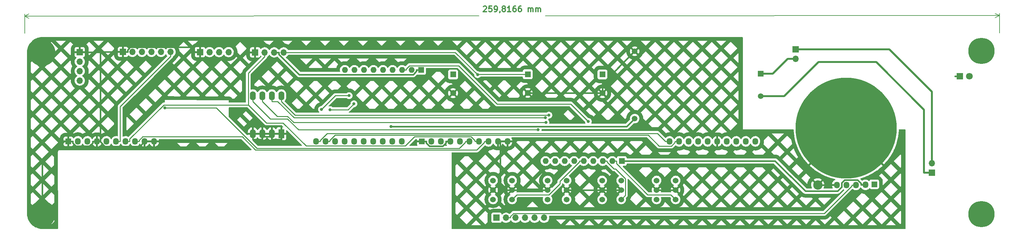
<source format=gtl>
%TF.GenerationSoftware,KiCad,Pcbnew,(6.0.0)*%
%TF.CreationDate,2022-01-20T15:09:39+01:00*%
%TF.ProjectId,AlimentatoreDaBancoExATX,416c696d-656e-4746-9174-6f7265446142,rev?*%
%TF.SameCoordinates,Original*%
%TF.FileFunction,Copper,L1,Top*%
%TF.FilePolarity,Positive*%
%FSLAX46Y46*%
G04 Gerber Fmt 4.6, Leading zero omitted, Abs format (unit mm)*
G04 Created by KiCad (PCBNEW (6.0.0)) date 2022-01-20 15:09:39*
%MOMM*%
%LPD*%
G01*
G04 APERTURE LIST*
%ADD10C,0.300000*%
%TA.AperFunction,NonConductor*%
%ADD11C,0.300000*%
%TD*%
%TA.AperFunction,NonConductor*%
%ADD12C,0.200000*%
%TD*%
%TA.AperFunction,ComponentPad*%
%ADD13C,1.524000*%
%TD*%
%TA.AperFunction,ComponentPad*%
%ADD14R,1.524000X1.524000*%
%TD*%
%TA.AperFunction,ComponentPad*%
%ADD15O,1.524000X1.800000*%
%TD*%
%TA.AperFunction,ComponentPad*%
%ADD16R,1.800000X1.800000*%
%TD*%
%TA.AperFunction,ComponentPad*%
%ADD17C,1.800000*%
%TD*%
%TA.AperFunction,ComponentPad*%
%ADD18C,27.000000*%
%TD*%
%TA.AperFunction,ComponentPad*%
%ADD19C,2.500000*%
%TD*%
%TA.AperFunction,ComponentPad*%
%ADD20R,1.700000X1.700000*%
%TD*%
%TA.AperFunction,ComponentPad*%
%ADD21O,1.700000X1.700000*%
%TD*%
%TA.AperFunction,ComponentPad*%
%ADD22R,1.600000X1.600000*%
%TD*%
%TA.AperFunction,ComponentPad*%
%ADD23O,1.600000X1.600000*%
%TD*%
%TA.AperFunction,ComponentPad*%
%ADD24R,1.500000X1.500000*%
%TD*%
%TA.AperFunction,ComponentPad*%
%ADD25C,1.500000*%
%TD*%
%TA.AperFunction,ComponentPad*%
%ADD26R,1.600000X2.400000*%
%TD*%
%TA.AperFunction,ComponentPad*%
%ADD27O,1.600000X2.400000*%
%TD*%
%TA.AperFunction,ComponentPad*%
%ADD28C,1.600000*%
%TD*%
%TA.AperFunction,ViaPad*%
%ADD29C,0.800000*%
%TD*%
%TA.AperFunction,ViaPad*%
%ADD30C,7.000000*%
%TD*%
%TA.AperFunction,Conductor*%
%ADD31C,0.400000*%
%TD*%
%TA.AperFunction,Conductor*%
%ADD32C,0.250000*%
%TD*%
%TA.AperFunction,Conductor*%
%ADD33C,0.500000*%
%TD*%
G04 APERTURE END LIST*
D10*
D11*
X139761610Y-37378512D02*
X139832996Y-37307042D01*
X139975812Y-37235529D01*
X140332954Y-37235320D01*
X140475853Y-37306665D01*
X140547324Y-37378051D01*
X140618836Y-37520867D01*
X140618920Y-37663724D01*
X140547617Y-37878051D01*
X139690977Y-38735697D01*
X140619548Y-38735152D01*
X141975811Y-37234356D02*
X141261526Y-37234775D01*
X141190516Y-37949103D01*
X141261903Y-37877632D01*
X141404718Y-37806120D01*
X141761861Y-37805910D01*
X141904760Y-37877255D01*
X141976230Y-37948642D01*
X142047743Y-38091457D01*
X142047952Y-38448600D01*
X141976607Y-38591499D01*
X141905221Y-38662969D01*
X141762405Y-38734482D01*
X141405263Y-38734691D01*
X141262364Y-38663346D01*
X141190893Y-38591960D01*
X142762405Y-38733895D02*
X143048119Y-38733728D01*
X143190935Y-38662215D01*
X143262321Y-38590745D01*
X143405053Y-38376375D01*
X143476314Y-38090619D01*
X143475979Y-37519191D01*
X143404466Y-37376375D01*
X143332996Y-37304989D01*
X143190097Y-37233644D01*
X142904382Y-37233812D01*
X142761567Y-37305324D01*
X142690181Y-37376794D01*
X142618836Y-37519693D01*
X142619045Y-37876836D01*
X142690558Y-38019651D01*
X142762028Y-38091038D01*
X142904927Y-38162383D01*
X143190641Y-38162215D01*
X143333457Y-38090703D01*
X143404843Y-38019232D01*
X143476188Y-37876333D01*
X144190934Y-38661629D02*
X144190976Y-38733057D01*
X144119632Y-38875956D01*
X144048245Y-38947427D01*
X145047616Y-37875412D02*
X144904717Y-37804067D01*
X144833247Y-37732680D01*
X144761734Y-37589865D01*
X144761693Y-37518437D01*
X144833037Y-37375538D01*
X144904424Y-37304067D01*
X145047239Y-37232555D01*
X145332953Y-37232387D01*
X145475852Y-37303732D01*
X145547323Y-37375119D01*
X145618835Y-37517934D01*
X145618877Y-37589362D01*
X145547532Y-37732261D01*
X145476146Y-37803732D01*
X145333331Y-37875244D01*
X145047616Y-37875412D01*
X144904801Y-37946924D01*
X144833414Y-38018395D01*
X144762070Y-38161294D01*
X144762237Y-38447008D01*
X144833750Y-38589823D01*
X144905220Y-38661210D01*
X145048119Y-38732554D01*
X145333833Y-38732387D01*
X145476649Y-38660874D01*
X145548035Y-38589404D01*
X145619380Y-38446505D01*
X145619212Y-38160791D01*
X145547700Y-38017976D01*
X145476230Y-37946589D01*
X145333331Y-37875244D01*
X147048119Y-38731381D02*
X146190976Y-38731884D01*
X146619547Y-38731633D02*
X146618668Y-37231633D01*
X146475936Y-37446002D01*
X146333163Y-37588943D01*
X146190348Y-37660456D01*
X148332953Y-37230627D02*
X148047239Y-37230795D01*
X147904423Y-37302307D01*
X147833037Y-37373778D01*
X147690305Y-37588147D01*
X147619044Y-37873903D01*
X147619380Y-38445332D01*
X147690892Y-38588147D01*
X147762362Y-38659534D01*
X147905261Y-38730879D01*
X148190976Y-38730711D01*
X148333791Y-38659199D01*
X148405178Y-38587728D01*
X148476522Y-38444829D01*
X148476313Y-38087686D01*
X148404800Y-37944871D01*
X148333330Y-37873484D01*
X148190431Y-37802140D01*
X147904717Y-37802307D01*
X147761902Y-37873820D01*
X147690515Y-37945290D01*
X147619170Y-38088189D01*
X149761524Y-37229789D02*
X149475810Y-37229957D01*
X149332995Y-37301469D01*
X149261608Y-37372940D01*
X149118877Y-37587309D01*
X149047616Y-37873065D01*
X149047951Y-38444494D01*
X149119463Y-38587309D01*
X149190934Y-38658696D01*
X149333833Y-38730041D01*
X149619547Y-38729873D01*
X149762362Y-38658361D01*
X149833749Y-38586890D01*
X149905094Y-38443991D01*
X149904884Y-38086848D01*
X149833372Y-37944033D01*
X149761901Y-37872646D01*
X149619002Y-37801302D01*
X149333288Y-37801469D01*
X149190473Y-37872982D01*
X149119086Y-37944452D01*
X149047741Y-38087351D01*
X151690975Y-38728658D02*
X151690389Y-37728658D01*
X151690472Y-37871515D02*
X151761859Y-37800045D01*
X151904674Y-37728532D01*
X152118960Y-37728407D01*
X152261859Y-37799752D01*
X152333371Y-37942567D01*
X152333832Y-38728281D01*
X152333371Y-37942567D02*
X152404716Y-37799668D01*
X152547531Y-37728155D01*
X152761817Y-37728030D01*
X152904716Y-37799374D01*
X152976228Y-37942190D01*
X152976689Y-38727904D01*
X153690975Y-38727485D02*
X153690388Y-37727485D01*
X153690472Y-37870342D02*
X153761859Y-37798872D01*
X153904674Y-37727359D01*
X154118960Y-37727234D01*
X154261859Y-37798578D01*
X154333371Y-37941394D01*
X154333832Y-38727108D01*
X154333371Y-37941394D02*
X154404716Y-37798495D01*
X154547531Y-37726982D01*
X154761817Y-37726857D01*
X154904716Y-37798201D01*
X154976228Y-37941017D01*
X154976689Y-38726731D01*
D12*
X17500307Y-44508800D02*
X17497277Y-39342381D01*
X277316907Y-44356400D02*
X277313877Y-39189981D01*
X17497620Y-39928801D02*
X138577351Y-39857780D01*
X156234491Y-39847422D02*
X277314220Y-39776401D01*
X17497620Y-39928801D02*
X18624468Y-40514561D01*
X17497620Y-39928801D02*
X18623780Y-39341720D01*
X277314220Y-39776401D02*
X276187372Y-39190641D01*
X277314220Y-39776401D02*
X276188060Y-40363482D01*
D13*
%TO.P,SW2,1,A*%
%TO.N,unconnected-(SW2-Pad1)*%
X156864200Y-83896200D03*
%TO.P,SW2,2,B*%
%TO.N,GND*%
X156864200Y-86436200D03*
%TO.P,SW2,3,C*%
%TO.N,Net-(RN1-Pad4)*%
X156864200Y-88976200D03*
%TO.P,SW2,4,A*%
%TO.N,unconnected-(SW2-Pad4)*%
X161944200Y-83896200D03*
%TO.P,SW2,5,B*%
%TO.N,GND*%
X161944200Y-86436200D03*
%TO.P,SW2,6,C*%
%TO.N,/Push Button Unit/Button-3*%
X161944200Y-88976200D03*
%TD*%
D14*
%TO.P,OLED1,1,GND*%
%TO.N,GND*%
X123335500Y-73431400D03*
D15*
%TO.P,OLED1,2,NC*%
%TO.N,unconnected-(OLED1-Pad2)*%
X125875500Y-73431400D03*
%TO.P,OLED1,3,3.3V*%
%TO.N,+3V3*%
X128415500Y-73431400D03*
%TO.P,OLED1,4,BSL*%
%TO.N,GND*%
X130955500Y-73431400D03*
%TO.P,OLED1,5,IREF*%
%TO.N,Net-(OLED1-Pad5)*%
X133495500Y-73431400D03*
%TO.P,OLED1,6,CS*%
%TO.N,/Display Unit/OLED1-CS*%
X136035500Y-73431400D03*
%TO.P,OLED1,7,RES*%
%TO.N,/Display Unit/RES-OLED*%
X138575500Y-73431400D03*
%TO.P,OLED1,8,D/C*%
%TO.N,/Display Unit/D{slash}C-OLED*%
X141115500Y-73431400D03*
%TO.P,OLED1,9,R/W*%
%TO.N,GND*%
X143655500Y-73431400D03*
%TO.P,OLED1,10,En*%
X146195500Y-73431400D03*
%TO.P,OLED1,11,SCLK*%
%TO.N,/Display Unit/SCLK-OLED*%
X189375500Y-73431400D03*
%TO.P,OLED1,12,MOSI*%
%TO.N,/Display Unit/MOSI-OLED*%
X191915500Y-73431400D03*
%TO.P,OLED1,13,MISO*%
%TO.N,unconnected-(OLED1-Pad13)*%
X194455500Y-73431400D03*
%TO.P,OLED1,14,NC*%
%TO.N,unconnected-(OLED1-Pad14)*%
X196995500Y-73431400D03*
%TO.P,OLED1,15,VCOMH*%
%TO.N,Net-(C2-Pad1)*%
X199535500Y-73431400D03*
%TO.P,OLED1,16,VCL*%
%TO.N,GND*%
X202075500Y-73431400D03*
%TO.P,OLED1,17,12V*%
%TO.N,+12V*%
X204615500Y-73431400D03*
%TO.P,OLED1,18,NC*%
%TO.N,unconnected-(OLED1-Pad18)*%
X207155500Y-73431400D03*
%TO.P,OLED1,19,NC*%
%TO.N,unconnected-(OLED1-Pad19)*%
X209695500Y-73431400D03*
%TO.P,OLED1,20,NC*%
%TO.N,unconnected-(OLED1-Pad20)*%
X212235500Y-73431400D03*
%TD*%
D16*
%TO.P,D1,1,K*%
%TO.N,GND*%
X266760500Y-56020600D03*
D17*
%TO.P,D1,2,A*%
%TO.N,Net-(D1-Pad2)*%
X269300500Y-56020600D03*
%TD*%
D13*
%TO.P,SW1,1,A*%
%TO.N,unconnected-(SW1-Pad1)*%
X142332300Y-83896200D03*
%TO.P,SW1,2,B*%
%TO.N,GND*%
X142332300Y-86436200D03*
%TO.P,SW1,3,C*%
%TO.N,Net-(RN1-Pad5)*%
X142332300Y-88976200D03*
%TO.P,SW1,4,A*%
%TO.N,unconnected-(SW1-Pad4)*%
X147412300Y-83896200D03*
%TO.P,SW1,5,B*%
%TO.N,GND*%
X147412300Y-86436200D03*
%TO.P,SW1,6,C*%
%TO.N,/Push Button Unit/Button-4*%
X147412300Y-88976200D03*
%TD*%
D14*
%TO.P,U2,1,A*%
%TO.N,Net-(J3-Pad1)*%
X243941600Y-84912200D03*
D15*
%TO.P,U2,2,Vcc*%
%TO.N,+3V3*%
X241579400Y-85064600D03*
%TO.P,U2,3,B*%
%TO.N,Net-(J3-Pad2)*%
X239039400Y-85090000D03*
%TO.P,U2,4,Z*%
%TO.N,unconnected-(U2-Pad4)*%
X236499400Y-85090000D03*
%TO.P,U2,5,GND*%
%TO.N,GND*%
X233959400Y-85090000D03*
D18*
%TO.P,U2,6,Shield*%
X236474000Y-69850000D03*
D19*
X228879400Y-85090000D03*
%TD*%
D13*
%TO.P,SW3,1,A*%
%TO.N,unconnected-(SW3-Pad1)*%
X171396100Y-83896200D03*
%TO.P,SW3,2,B*%
%TO.N,GND*%
X171396100Y-86436200D03*
%TO.P,SW3,3,C*%
%TO.N,Net-(RN1-Pad3)*%
X171396100Y-88976200D03*
%TO.P,SW3,4,A*%
%TO.N,unconnected-(SW3-Pad4)*%
X176476100Y-83896200D03*
%TO.P,SW3,5,B*%
%TO.N,GND*%
X176476100Y-86436200D03*
%TO.P,SW3,6,C*%
%TO.N,/Push Button Unit/Button-SelF*%
X176476100Y-88976200D03*
%TD*%
D20*
%TO.P,240VAC Switch,1,Pin_1*%
%TO.N,Net-(J5-Pad1)*%
X259334000Y-81788000D03*
D21*
%TO.P,240VAC Switch,2,Pin_2*%
%TO.N,Net-(J5-Pad2)*%
X259334000Y-79248000D03*
%TD*%
D13*
%TO.P,SW4,1,A*%
%TO.N,unconnected-(SW4-Pad1)*%
X185928000Y-83896200D03*
%TO.P,SW4,2,B*%
%TO.N,GND*%
X185928000Y-86436200D03*
%TO.P,SW4,3,C*%
%TO.N,Net-(RN1-Pad2)*%
X185928000Y-88976200D03*
%TO.P,SW4,4,A*%
%TO.N,unconnected-(SW4-Pad4)*%
X191008000Y-83896200D03*
%TO.P,SW4,5,B*%
%TO.N,GND*%
X191008000Y-86436200D03*
%TO.P,SW4,6,C*%
%TO.N,/Push Button Unit/Button-Mode*%
X191008000Y-88976200D03*
%TD*%
D20*
%TO.P,J240VACPower,1,Pin_1*%
%TO.N,Net-(J5-Pad2)*%
X223012000Y-48768000D03*
D21*
%TO.P,J240VACPower,2,Pin_2*%
%TO.N,Net-(J6-Pad2)*%
X223012000Y-51308000D03*
%TD*%
D14*
%TO.P,OLED2,1,GND*%
%TO.N,GND*%
X29122500Y-73431400D03*
D15*
%TO.P,OLED2,2,NC*%
%TO.N,unconnected-(OLED2-Pad2)*%
X31662500Y-73431400D03*
%TO.P,OLED2,3,3.3V*%
%TO.N,+3V3*%
X34202500Y-73431400D03*
%TO.P,OLED2,4,BSL*%
%TO.N,GND*%
X36742500Y-73431400D03*
%TO.P,OLED2,5,IREF*%
%TO.N,Net-(OLED2-Pad5)*%
X39282500Y-73431400D03*
%TO.P,OLED2,6,CS*%
%TO.N,/Display Unit/OLED2-CS*%
X41822500Y-73431400D03*
%TO.P,OLED2,7,RES*%
%TO.N,/Display Unit/RES-OLED*%
X44362500Y-73431400D03*
%TO.P,OLED2,8,D/C*%
%TO.N,/Display Unit/D{slash}C-OLED*%
X46902500Y-73431400D03*
%TO.P,OLED2,9,R/W*%
%TO.N,GND*%
X49442500Y-73431400D03*
%TO.P,OLED2,10,En*%
X51982500Y-73431400D03*
%TO.P,OLED2,11,SCLK*%
%TO.N,/Display Unit/SCLK-OLED*%
X95162500Y-73431400D03*
%TO.P,OLED2,12,MOSI*%
%TO.N,/Display Unit/MOSI-OLED*%
X97702500Y-73431400D03*
%TO.P,OLED2,13,MISO*%
%TO.N,unconnected-(OLED2-Pad13)*%
X100242500Y-73431400D03*
%TO.P,OLED2,14,NC*%
%TO.N,unconnected-(OLED2-Pad14)*%
X102782500Y-73431400D03*
%TO.P,OLED2,15,VCOMH*%
%TO.N,Net-(C3-Pad1)*%
X105322500Y-73431400D03*
%TO.P,OLED2,16,VCL*%
%TO.N,GND*%
X107862500Y-73431400D03*
%TO.P,OLED2,17,12V*%
%TO.N,+12V*%
X110402500Y-73431400D03*
%TO.P,OLED2,18,NC*%
%TO.N,unconnected-(OLED2-Pad18)*%
X112942500Y-73431400D03*
%TO.P,OLED2,19,NC*%
%TO.N,unconnected-(OLED2-Pad19)*%
X115482500Y-73431400D03*
%TO.P,OLED2,20,NC*%
%TO.N,unconnected-(OLED2-Pad20)*%
X118022500Y-73431400D03*
%TD*%
D22*
%TO.P,RN1,1,common*%
%TO.N,+3V3*%
X123129300Y-54305200D03*
D23*
%TO.P,RN1,2,R1*%
%TO.N,Net-(RN1-Pad2)*%
X120589300Y-54305200D03*
%TO.P,RN1,3,R2*%
%TO.N,Net-(RN1-Pad3)*%
X118049300Y-54305200D03*
%TO.P,RN1,4,R3*%
%TO.N,Net-(RN1-Pad4)*%
X115509300Y-54305200D03*
%TO.P,RN1,5,R4*%
%TO.N,Net-(RN1-Pad5)*%
X112969300Y-54305200D03*
%TO.P,RN1,6,R5*%
%TO.N,Net-(RN1-Pad6)*%
X110429300Y-54305200D03*
%TO.P,RN1,7,R6*%
%TO.N,Net-(RN1-Pad7)*%
X107889300Y-54305200D03*
%TO.P,RN1,8,R7*%
%TO.N,Net-(RN1-Pad8)*%
X105349300Y-54305200D03*
%TO.P,RN1,9,R8*%
%TO.N,Net-(RN1-Pad9)*%
X102809300Y-54305200D03*
%TD*%
D20*
%TO.P,J1,1,Pin_1*%
%TO.N,GND*%
X43681100Y-49479200D03*
D21*
%TO.P,J1,2,Pin_2*%
%TO.N,/Display Unit/MOSI-OLED*%
X46221100Y-49479200D03*
%TO.P,J1,3,Pin_3*%
%TO.N,/Display Unit/SCLK-OLED*%
X48761100Y-49479200D03*
%TO.P,J1,4,Pin_4*%
%TO.N,/Display Unit/D{slash}C-OLED*%
X51301100Y-49479200D03*
%TO.P,J1,5,Pin_5*%
%TO.N,/Display Unit/OLED1-CS*%
X53841100Y-49479200D03*
%TO.P,J1,6,Pin_6*%
%TO.N,/Display Unit/OLED2-CS*%
X56381100Y-49479200D03*
%TD*%
D24*
%TO.P,PS1,1,AC/L*%
%TO.N,Net-(J6-Pad2)*%
X213693900Y-55318400D03*
D25*
%TO.P,PS1,2,AC/N*%
%TO.N,Net-(J5-Pad1)*%
X213693900Y-61318400D03*
%TO.P,PS1,3,-Vout*%
%TO.N,GND*%
X180093900Y-49318400D03*
%TO.P,PS1,4,+Vout*%
%TO.N,+12V*%
X180093900Y-67318400D03*
%TD*%
D26*
%TO.P,SW5,1*%
%TO.N,GND*%
X85892800Y-71369000D03*
D27*
%TO.P,SW5,2*%
X83352800Y-71369000D03*
%TO.P,SW5,3*%
X80812800Y-71369000D03*
%TO.P,SW5,4*%
X78272800Y-71369000D03*
%TO.P,SW5,5*%
%TO.N,/Push Button Unit/Up3*%
X78272800Y-61209000D03*
%TO.P,SW5,6*%
%TO.N,/Push Button Unit/Up2*%
X80812800Y-61209000D03*
%TO.P,SW5,7*%
%TO.N,/Push Button Unit/Up1*%
X83352800Y-61209000D03*
%TO.P,SW5,8*%
%TO.N,/Push Button Unit/Up0*%
X85892800Y-61209000D03*
%TD*%
D20*
%TO.P,J2,1,Pin_1*%
%TO.N,GND*%
X78917800Y-49606200D03*
D21*
%TO.P,J2,2,Pin_2*%
%TO.N,/Display Unit/RES-OLED*%
X81457800Y-49606200D03*
%TO.P,J2,3,Pin_3*%
%TO.N,+3V3*%
X83997800Y-49606200D03*
%TO.P,J2,4,Pin_4*%
%TO.N,Net-(J2-Pad4)*%
X86537800Y-49606200D03*
%TD*%
D20*
%TO.P,J7,1,Pin_1*%
%TO.N,GND*%
X32156400Y-49530000D03*
D21*
%TO.P,J7,2,Pin_2*%
%TO.N,Net-(BT1-Pad9)*%
X32156400Y-52070000D03*
%TO.P,J7,3,Pin_3*%
%TO.N,Net-(BT1-Pad8)*%
X32156400Y-54610000D03*
%TO.P,J7,4,Pin_4*%
%TO.N,+3V3*%
X32156400Y-57150000D03*
%TD*%
D22*
%TO.P,RN2,1,common*%
%TO.N,+3V3*%
X176631600Y-78689200D03*
D23*
%TO.P,RN2,2,R1*%
%TO.N,/Push Button Unit/Button-Mode*%
X174091600Y-78689200D03*
%TO.P,RN2,3,R2*%
%TO.N,/Push Button Unit/Button-SelF*%
X171551600Y-78689200D03*
%TO.P,RN2,4,R3*%
%TO.N,/Push Button Unit/Button-3*%
X169011600Y-78689200D03*
%TO.P,RN2,5,R4*%
%TO.N,/Push Button Unit/Button-4*%
X166471600Y-78689200D03*
%TO.P,RN2,6,R5*%
%TO.N,/Push Button Unit/Up0*%
X163931600Y-78689200D03*
%TO.P,RN2,7,R6*%
%TO.N,/Push Button Unit/Up1*%
X161391600Y-78689200D03*
%TO.P,RN2,8,R7*%
%TO.N,/Push Button Unit/Up2*%
X158851600Y-78689200D03*
%TO.P,RN2,9,R8*%
%TO.N,/Push Button Unit/Up3*%
X156311600Y-78689200D03*
%TD*%
D20*
%TO.P,J4,1,Pin_1*%
%TO.N,GND*%
X64211200Y-49530000D03*
D21*
%TO.P,J4,2,Pin_2*%
%TO.N,/Push Button Unit/Exp1-SDA*%
X66751200Y-49530000D03*
%TO.P,J4,3,Pin_3*%
%TO.N,/Push Button Unit/Exp1-SCL*%
X69291200Y-49530000D03*
%TO.P,J4,4,Pin_4*%
%TO.N,/Push Button Unit/Exp1-Int*%
X71831200Y-49530000D03*
%TD*%
D20*
%TO.P,J3,1,Pin_1*%
%TO.N,Net-(J3-Pad1)*%
X143256000Y-93878400D03*
D21*
%TO.P,J3,2,Pin_2*%
%TO.N,Net-(J3-Pad2)*%
X145796000Y-93878400D03*
%TO.P,J3,3,Pin_3*%
%TO.N,/Push Button Unit/Button-4*%
X148336000Y-93878400D03*
%TO.P,J3,4,Pin_4*%
%TO.N,/Push Button Unit/Button-3*%
X150876000Y-93878400D03*
%TO.P,J3,5,Pin_5*%
%TO.N,/Push Button Unit/Button-SelF*%
X153416000Y-93878400D03*
%TO.P,J3,6,Pin_6*%
%TO.N,/Push Button Unit/Button-Mode*%
X155956000Y-93878400D03*
%TD*%
D22*
%TO.P,C4,1*%
%TO.N,+12V*%
X171500800Y-55524400D03*
D28*
%TO.P,C4,2*%
%TO.N,GND*%
X171500800Y-60524400D03*
%TD*%
D22*
%TO.P,C7,1*%
%TO.N,+3V3*%
X131673600Y-55524400D03*
D28*
%TO.P,C7,2*%
%TO.N,GND*%
X131673600Y-60524400D03*
%TD*%
D22*
%TO.P,C8,1*%
%TO.N,Net-(J2-Pad4)*%
X151587200Y-55473600D03*
D28*
%TO.P,C8,2*%
%TO.N,GND*%
X151587200Y-60473600D03*
%TD*%
D29*
%TO.N,GND*%
X44500800Y-64566800D03*
D30*
X22122832Y-49732911D03*
X22123400Y-92913200D03*
X272542000Y-92913200D03*
D29*
X54508400Y-73456800D03*
X73914000Y-73406000D03*
D30*
X272542000Y-49225200D03*
D29*
%TO.N,Net-(JP2-Pad2)*%
X105237800Y-63368900D03*
X98899000Y-64945700D03*
%TO.N,Net-(JP3-Pad2)*%
X96601400Y-64878900D03*
X103945600Y-61186600D03*
%TO.N,/Display Unit/OLED1-CS*%
X54836200Y-64441600D03*
%TO.N,+12V*%
X115133000Y-69427300D03*
%TO.N,Net-(RN1-Pad3)*%
X167729400Y-68114500D03*
%TO.N,Net-(J2-Pad4)*%
X138213000Y-55573200D03*
%TO.N,/Push Button Unit/Up1*%
X156235600Y-67125500D03*
%TO.N,/Push Button Unit/Up0*%
X157209100Y-66400200D03*
%TO.N,/Push Button Unit/Up2*%
X156425800Y-68365400D03*
%TO.N,/Push Button Unit/Up3*%
X154363500Y-70333400D03*
%TD*%
D31*
%TO.N,GND*%
X176476100Y-86436200D02*
X171396100Y-86436200D01*
X36742500Y-73431400D02*
X35580200Y-73431400D01*
X130955500Y-73431400D02*
X129793200Y-73431400D01*
X147412300Y-86436200D02*
X146141100Y-86436200D01*
X37323700Y-73431400D02*
X36742500Y-73431400D01*
X123335500Y-73431400D02*
X124497800Y-73431400D01*
X129793200Y-73431400D02*
X129793200Y-73867300D01*
X34711300Y-74736200D02*
X31153700Y-74736200D01*
X64211200Y-49530000D02*
X62960900Y-49530000D01*
X37665100Y-49479200D02*
X43681100Y-49479200D01*
X80812800Y-71369000D02*
X80812800Y-72169100D01*
X161944200Y-86436200D02*
X171396100Y-86436200D01*
X31153700Y-74736200D02*
X30284800Y-73867300D01*
X85892800Y-72969300D02*
X83352800Y-72969300D01*
X125379700Y-74749200D02*
X124497800Y-73867300D01*
X38830300Y-74761200D02*
X48112700Y-74761200D01*
X144236700Y-73431400D02*
X145033200Y-73431400D01*
X144236700Y-73431400D02*
X144236700Y-84531800D01*
X78272800Y-72969300D02*
X80812800Y-72969300D01*
X78272800Y-71369000D02*
X78272800Y-72969300D01*
X191008000Y-86436200D02*
X185928000Y-86436200D01*
X37614300Y-49530000D02*
X37614300Y-73431400D01*
X156864200Y-86436200D02*
X147412300Y-86436200D01*
X37614300Y-73545200D02*
X38830300Y-74761200D01*
X80812800Y-72169100D02*
X83352800Y-72169100D01*
X37614300Y-49530000D02*
X37665100Y-49479200D01*
X37614300Y-73431400D02*
X37614300Y-73545200D01*
X80812800Y-72169100D02*
X80812800Y-72969300D01*
X171500800Y-60473600D02*
X171500800Y-60524400D01*
X129793200Y-73867300D02*
X128911300Y-74749200D01*
X45634600Y-48228900D02*
X44931400Y-48932100D01*
X171500800Y-57911500D02*
X171500800Y-60473600D01*
X29122500Y-73431400D02*
X30284800Y-73431400D01*
X83352800Y-72169100D02*
X83352800Y-72969300D01*
X83352800Y-71369000D02*
X83352800Y-72169100D01*
X33406700Y-49530000D02*
X37614300Y-49530000D01*
X228879400Y-85090000D02*
X233959400Y-85090000D01*
X62960900Y-49530000D02*
X61659800Y-48228900D01*
X35580200Y-73867300D02*
X34711300Y-74736200D01*
X44931400Y-48932100D02*
X44931400Y-49479200D01*
X61659800Y-48228900D02*
X45634600Y-48228900D01*
X30284800Y-73867300D02*
X30284800Y-73431400D01*
X32156400Y-49530000D02*
X33406700Y-49530000D01*
X29122500Y-73431400D02*
X27960200Y-73431400D01*
X151587200Y-60473600D02*
X171500800Y-60473600D01*
X124497800Y-73867300D02*
X124497800Y-73431400D01*
X48112700Y-74761200D02*
X49442500Y-73431400D01*
X144236700Y-84531800D02*
X142332300Y-86436200D01*
X22123400Y-92913200D02*
X22123400Y-79268200D01*
X22123400Y-79268200D02*
X27960200Y-73431400D01*
X37323700Y-73431400D02*
X37614300Y-73431400D01*
X51982500Y-73431400D02*
X50820200Y-73431400D01*
X180093900Y-49318400D02*
X171500800Y-57911500D01*
X146141100Y-86436200D02*
X144236700Y-84531800D01*
X143655500Y-73431400D02*
X144236700Y-73431400D01*
X85892800Y-71369000D02*
X85892800Y-72969300D01*
X266760500Y-56020600D02*
X265460200Y-56020600D01*
X49442500Y-73431400D02*
X50820200Y-73431400D01*
X43681100Y-49479200D02*
X44931400Y-49479200D01*
X35580200Y-73431400D02*
X35580200Y-73867300D01*
X128911300Y-74749200D02*
X125379700Y-74749200D01*
X146195500Y-73431400D02*
X145033200Y-73431400D01*
%TO.N,+3V3*%
X239490100Y-83750400D02*
X240417100Y-84677400D01*
X234144400Y-86746400D02*
X235229400Y-85661400D01*
X235229400Y-85661400D02*
X235229400Y-84564600D01*
X90672000Y-55548200D02*
X85248100Y-50124300D01*
X83997800Y-49606200D02*
X85248100Y-49606200D01*
X217521100Y-78689200D02*
X225578300Y-86746400D01*
X85248100Y-50124300D02*
X85248100Y-49606200D01*
X121061100Y-55548200D02*
X90672000Y-55548200D01*
X121929000Y-54305200D02*
X121929000Y-54680300D01*
X236043600Y-83750400D02*
X239490100Y-83750400D01*
X240417100Y-84677400D02*
X240417100Y-85064600D01*
X121929000Y-54680300D02*
X121061100Y-55548200D01*
X225578300Y-86746400D02*
X234144400Y-86746400D01*
X123129300Y-54305200D02*
X121929000Y-54305200D01*
X241579400Y-85064600D02*
X240417100Y-85064600D01*
X235229400Y-84564600D02*
X236043600Y-83750400D01*
X176631600Y-78689200D02*
X217521100Y-78689200D01*
D32*
%TO.N,Net-(JP2-Pad2)*%
X103661000Y-64945700D02*
X105237800Y-63368900D01*
X98899000Y-64945700D02*
X103661000Y-64945700D01*
%TO.N,Net-(JP3-Pad2)*%
X100293700Y-61186600D02*
X103945600Y-61186600D01*
X96601400Y-64878900D02*
X100293700Y-61186600D01*
%TO.N,/Display Unit/OLED1-CS*%
X134948200Y-73431400D02*
X134948200Y-73703200D01*
X136035500Y-73431400D02*
X134948200Y-73431400D01*
X68561600Y-64441600D02*
X54836200Y-64441600D01*
X79407500Y-75287500D02*
X68561600Y-64441600D01*
X133363900Y-75287500D02*
X79407500Y-75287500D01*
X134948200Y-73703200D02*
X133363900Y-75287500D01*
%TO.N,/Display Unit/RES-OLED*%
X121410300Y-72192700D02*
X136487400Y-72192700D01*
X45449800Y-72802300D02*
X54588300Y-63663800D01*
X81457800Y-50781500D02*
X77087900Y-55151400D01*
X86323500Y-68498200D02*
X92482100Y-74656800D01*
X136487400Y-72192700D02*
X137488200Y-73193500D01*
X81922300Y-68498200D02*
X86323500Y-68498200D01*
X92482100Y-74656800D02*
X118946200Y-74656800D01*
X138575500Y-73431400D02*
X137488200Y-73431400D01*
X118946200Y-74656800D02*
X121410300Y-72192700D01*
X77087900Y-63663800D02*
X81922300Y-68498200D01*
X81457800Y-49606200D02*
X81457800Y-50781500D01*
X77087900Y-55151400D02*
X77087900Y-63663800D01*
X54588300Y-63663800D02*
X77087900Y-63663800D01*
X44362500Y-73431400D02*
X45449800Y-73431400D01*
X45449800Y-73431400D02*
X45449800Y-72802300D01*
X137488200Y-73193500D02*
X137488200Y-73431400D01*
%TO.N,/Display Unit/D{slash}C-OLED*%
X75461000Y-72203200D02*
X78995600Y-75737800D01*
X46902500Y-73431400D02*
X47989800Y-73431400D01*
X137993600Y-75737800D02*
X140028200Y-73703200D01*
X141115500Y-73431400D02*
X140028200Y-73431400D01*
X47989800Y-73431400D02*
X47989800Y-73159600D01*
X47989800Y-73159600D02*
X48946200Y-72203200D01*
X140028200Y-73703200D02*
X140028200Y-73431400D01*
X48946200Y-72203200D02*
X75461000Y-72203200D01*
X78995600Y-75737800D02*
X137993600Y-75737800D01*
%TO.N,/Display Unit/SCLK-OLED*%
X189375500Y-73431400D02*
X188288200Y-73431400D01*
X95162500Y-73431400D02*
X96249800Y-73431400D01*
X96249800Y-73159600D02*
X96249800Y-73431400D01*
X188288200Y-73431400D02*
X186148900Y-71292100D01*
X98117300Y-71292100D02*
X96249800Y-73159600D01*
X186148900Y-71292100D02*
X98117300Y-71292100D01*
%TO.N,/Display Unit/MOSI-OLED*%
X191915500Y-73431400D02*
X190828200Y-73431400D01*
X98789800Y-73159600D02*
X98789800Y-73431400D01*
X183673400Y-71742400D02*
X100207000Y-71742400D01*
X186599800Y-74668800D02*
X183673400Y-71742400D01*
X190828200Y-73431400D02*
X190828200Y-73703200D01*
X97702500Y-73431400D02*
X98789800Y-73431400D01*
X100207000Y-71742400D02*
X98789800Y-73159600D01*
X190828200Y-73703200D02*
X189862600Y-74668800D01*
X189862600Y-74668800D02*
X186599800Y-74668800D01*
D31*
%TO.N,+12V*%
X177985000Y-69427300D02*
X115133000Y-69427300D01*
X180093900Y-67318400D02*
X177985000Y-69427300D01*
D32*
%TO.N,/Display Unit/OLED2-CS*%
X41822500Y-73431400D02*
X42909800Y-73431400D01*
X56381100Y-49479200D02*
X56381100Y-50654500D01*
X56381100Y-50654500D02*
X42909800Y-64125800D01*
X42909800Y-64125800D02*
X42909800Y-73431400D01*
%TO.N,Net-(RN1-Pad3)*%
X118049300Y-54305200D02*
X119174600Y-54305200D01*
X143419200Y-63424700D02*
X163039600Y-63424700D01*
X119174600Y-54023900D02*
X120021400Y-53177100D01*
X133171600Y-53177100D02*
X143419200Y-63424700D01*
X163039600Y-63424700D02*
X167729400Y-68114500D01*
X120021400Y-53177100D02*
X133171600Y-53177100D01*
X119174600Y-54305200D02*
X119174600Y-54023900D01*
%TO.N,/Push Button Unit/Button-Mode*%
X189738000Y-87706200D02*
X191008000Y-88976200D01*
X174091600Y-78689200D02*
X175216900Y-78689200D01*
X183530600Y-87706200D02*
X189738000Y-87706200D01*
X175216900Y-78689200D02*
X175216900Y-79392500D01*
X175216900Y-79392500D02*
X183530600Y-87706200D01*
%TO.N,/Push Button Unit/Button-SelF*%
X177585300Y-87867000D02*
X176476100Y-88976200D01*
X177585300Y-83406100D02*
X177585300Y-87867000D01*
X172676900Y-78914100D02*
X174529300Y-80766500D01*
X171551600Y-78689200D02*
X172676900Y-78689200D01*
X174529300Y-80766500D02*
X174945700Y-80766500D01*
X174945700Y-80766500D02*
X177585300Y-83406100D01*
X172676900Y-78689200D02*
X172676900Y-78914100D01*
%TO.N,/Push Button Unit/Button-4*%
X147412300Y-88976200D02*
X148682300Y-87706200D01*
X166471600Y-78689200D02*
X165346300Y-78689200D01*
X160123900Y-84771600D02*
X160123900Y-84138000D01*
X157189300Y-87706200D02*
X160123900Y-84771600D01*
X148682300Y-87706200D02*
X157189300Y-87706200D01*
X165346300Y-78915600D02*
X165346300Y-78689200D01*
X160123900Y-84138000D02*
X165346300Y-78915600D01*
%TO.N,Net-(J3-Pad2)*%
X239039400Y-85090000D02*
X237952100Y-85090000D01*
X145796000Y-93878400D02*
X146971300Y-93878400D01*
X147779200Y-92703100D02*
X230610800Y-92703100D01*
X146971300Y-93878400D02*
X146971300Y-93511000D01*
X237952100Y-85361800D02*
X237952100Y-85090000D01*
X146971300Y-93511000D02*
X147779200Y-92703100D01*
X230610800Y-92703100D02*
X237952100Y-85361800D01*
D33*
%TO.N,Net-(J5-Pad2)*%
X259334000Y-60147200D02*
X247954800Y-48768000D01*
X247954800Y-48768000D02*
X223012000Y-48768000D01*
X259334000Y-79248000D02*
X259334000Y-60147200D01*
%TO.N,Net-(J5-Pad1)*%
X213693900Y-61318400D02*
X219910400Y-61318400D01*
X229057200Y-52171600D02*
X244449600Y-52171600D01*
X244449600Y-52171600D02*
X257233700Y-64955700D01*
X257233700Y-64955700D02*
X257233700Y-81788000D01*
X219910400Y-61318400D02*
X229057200Y-52171600D01*
X257233700Y-81788000D02*
X259334000Y-81788000D01*
%TO.N,Net-(J6-Pad2)*%
X216901300Y-55318400D02*
X220911700Y-51308000D01*
X213693900Y-55318400D02*
X216901300Y-55318400D01*
X223012000Y-51308000D02*
X220911700Y-51308000D01*
D32*
%TO.N,Net-(J2-Pad4)*%
X86537800Y-49606200D02*
X132246000Y-49606200D01*
X132246000Y-49606200D02*
X138213000Y-55573200D01*
X150574500Y-55473600D02*
X138312600Y-55473600D01*
X151587200Y-55473600D02*
X150574500Y-55473600D01*
X138312600Y-55473600D02*
X138213000Y-55573200D01*
%TO.N,/Push Button Unit/Up1*%
X83352800Y-61209000D02*
X83352800Y-62734300D01*
X84878100Y-62734300D02*
X89269300Y-67125500D01*
X83352800Y-62734300D02*
X84878100Y-62734300D01*
X89269300Y-67125500D02*
X156235600Y-67125500D01*
%TO.N,/Push Button Unit/Up0*%
X85892800Y-61209000D02*
X85892800Y-62734300D01*
X89558700Y-66400200D02*
X157209100Y-66400200D01*
X85892800Y-62734300D02*
X89558700Y-66400200D01*
%TO.N,/Push Button Unit/Up2*%
X80812800Y-62734300D02*
X84788400Y-66709900D01*
X80812800Y-61209000D02*
X80812800Y-62734300D01*
X84788400Y-66709900D02*
X87535800Y-66709900D01*
X89191300Y-68365400D02*
X156425800Y-68365400D01*
X87535800Y-66709900D02*
X89191300Y-68365400D01*
%TO.N,/Push Button Unit/Up3*%
X78272800Y-61209000D02*
X78272800Y-62734300D01*
X82923800Y-67385300D02*
X87535800Y-67385300D01*
X78272800Y-62734300D02*
X82923800Y-67385300D01*
X90483900Y-70333400D02*
X154363500Y-70333400D01*
X87535800Y-67385300D02*
X90483900Y-70333400D01*
%TD*%
%TA.AperFunction,Conductor*%
%TO.N,GND*%
G36*
X208831721Y-45536802D02*
G01*
X208878214Y-45590458D01*
X208889600Y-45642800D01*
X208889600Y-70205600D01*
X222347602Y-70205600D01*
X222415723Y-70225602D01*
X222462216Y-70279258D01*
X222473559Y-70328302D01*
X222480195Y-70581727D01*
X222480368Y-70585028D01*
X222537669Y-71313112D01*
X222538014Y-71316396D01*
X222633340Y-72040467D01*
X222633859Y-72043741D01*
X222766953Y-72761849D01*
X222767631Y-72765044D01*
X222938129Y-73475217D01*
X222938986Y-73478416D01*
X223146408Y-74178662D01*
X223147425Y-74181792D01*
X223391223Y-74870256D01*
X223392396Y-74873312D01*
X223671892Y-75548073D01*
X223673225Y-75551067D01*
X223987643Y-76210257D01*
X223989147Y-76213210D01*
X224337625Y-76855028D01*
X224339277Y-76857889D01*
X224720886Y-77480618D01*
X224722665Y-77483357D01*
X225136343Y-78085264D01*
X225138274Y-78087921D01*
X225582865Y-78667322D01*
X225584963Y-78669913D01*
X226059258Y-79225240D01*
X226061474Y-79227702D01*
X226377966Y-79561215D01*
X226391701Y-79569189D01*
X226392659Y-79569145D01*
X226400607Y-79564183D01*
X235759190Y-70205600D01*
X237188810Y-70205600D01*
X246544753Y-79561543D01*
X246558697Y-79569157D01*
X246559654Y-79569089D01*
X246567463Y-79563925D01*
X246886526Y-79227702D01*
X246888742Y-79225240D01*
X247316498Y-78724403D01*
X249123270Y-78724403D01*
X250920736Y-80521869D01*
X251130800Y-80311805D01*
X251130800Y-77137000D01*
X250920736Y-76926936D01*
X249123270Y-78724403D01*
X247316498Y-78724403D01*
X247363037Y-78669913D01*
X247365135Y-78667322D01*
X247809726Y-78087921D01*
X247811657Y-78085264D01*
X248225335Y-77483357D01*
X248227114Y-77480618D01*
X248608723Y-76857889D01*
X248610375Y-76855028D01*
X248958853Y-76213210D01*
X248960357Y-76210257D01*
X249274775Y-75551067D01*
X249276108Y-75548073D01*
X249555604Y-74873312D01*
X249556777Y-74870256D01*
X249800575Y-74181792D01*
X249801592Y-74178662D01*
X250009014Y-73478416D01*
X250009871Y-73475217D01*
X250180369Y-72765044D01*
X250181047Y-72761849D01*
X250314141Y-72043741D01*
X250314660Y-72040467D01*
X250409986Y-71316396D01*
X250410331Y-71313112D01*
X250467632Y-70585028D01*
X250467805Y-70581727D01*
X250474441Y-70328302D01*
X250496219Y-70260728D01*
X250551074Y-70215656D01*
X250600398Y-70205600D01*
X252146800Y-70205600D01*
X252214921Y-70225602D01*
X252261414Y-70279258D01*
X252272800Y-70331600D01*
X252272800Y-96749600D01*
X252252798Y-96817721D01*
X252199142Y-96864214D01*
X252146800Y-96875600D01*
X131418600Y-96875600D01*
X131350479Y-96855598D01*
X131303986Y-96801942D01*
X131292600Y-96749600D01*
X131292600Y-95861600D01*
X136436148Y-95861600D01*
X139102870Y-95861600D01*
X161580865Y-95861600D01*
X164247587Y-95861600D01*
X166609808Y-95861600D01*
X169276531Y-95861600D01*
X171638752Y-95861600D01*
X174305474Y-95861600D01*
X176667695Y-95861600D01*
X179334418Y-95861600D01*
X181696638Y-95861600D01*
X184363361Y-95861600D01*
X186725582Y-95861600D01*
X189392305Y-95861600D01*
X191754525Y-95861600D01*
X194421248Y-95861600D01*
X196783469Y-95861600D01*
X199450191Y-95861600D01*
X201812412Y-95861600D01*
X204479135Y-95861600D01*
X206841356Y-95861600D01*
X209508078Y-95861600D01*
X211870299Y-95861600D01*
X214537022Y-95861600D01*
X216899242Y-95861600D01*
X219565965Y-95861600D01*
X221928186Y-95861600D01*
X224594909Y-95861600D01*
X226957129Y-95861600D01*
X229623852Y-95861600D01*
X231986073Y-95861600D01*
X234652795Y-95861600D01*
X237015016Y-95861600D01*
X239681739Y-95861600D01*
X242043960Y-95861600D01*
X244710682Y-95861600D01*
X247072903Y-95861600D01*
X249739626Y-95861600D01*
X248406264Y-94528238D01*
X247072903Y-95861600D01*
X244710682Y-95861600D01*
X243377321Y-94528238D01*
X242043960Y-95861600D01*
X239681739Y-95861600D01*
X238348377Y-94528238D01*
X237015016Y-95861600D01*
X234652795Y-95861600D01*
X233319434Y-94528238D01*
X231986073Y-95861600D01*
X229623852Y-95861600D01*
X228290491Y-94528238D01*
X226957129Y-95861600D01*
X224594909Y-95861600D01*
X223261547Y-94528238D01*
X221928186Y-95861600D01*
X219565965Y-95861600D01*
X218232604Y-94528238D01*
X216899242Y-95861600D01*
X214537022Y-95861600D01*
X213203660Y-94528238D01*
X211870299Y-95861600D01*
X209508078Y-95861600D01*
X208174717Y-94528238D01*
X206841356Y-95861600D01*
X204479135Y-95861600D01*
X203145773Y-94528238D01*
X201812412Y-95861600D01*
X199450191Y-95861600D01*
X198116830Y-94528238D01*
X196783469Y-95861600D01*
X194421248Y-95861600D01*
X193087887Y-94528238D01*
X191754525Y-95861600D01*
X189392305Y-95861600D01*
X188058943Y-94528238D01*
X186725582Y-95861600D01*
X184363361Y-95861600D01*
X183030000Y-94528238D01*
X181696638Y-95861600D01*
X179334418Y-95861600D01*
X178001056Y-94528238D01*
X176667695Y-95861600D01*
X174305474Y-95861600D01*
X172972113Y-94528238D01*
X171638752Y-95861600D01*
X169276531Y-95861600D01*
X167943169Y-94528238D01*
X166609808Y-95861600D01*
X164247587Y-95861600D01*
X162914226Y-94528238D01*
X161580865Y-95861600D01*
X139102870Y-95861600D01*
X137769509Y-94528238D01*
X136436148Y-95861600D01*
X131292600Y-95861600D01*
X131292600Y-93811233D01*
X133457571Y-93811233D01*
X135255037Y-95608699D01*
X137052504Y-93811233D01*
X138486514Y-93811233D01*
X140283981Y-95608699D01*
X140903074Y-94989606D01*
X140897283Y-94956036D01*
X140896186Y-94948226D01*
X140889431Y-94886044D01*
X140889109Y-94882652D01*
X140885767Y-94841567D01*
X140885536Y-94838165D01*
X140884799Y-94824557D01*
X140884661Y-94821151D01*
X140883546Y-94779942D01*
X140883500Y-94776534D01*
X141897500Y-94776534D01*
X141904255Y-94838716D01*
X141955385Y-94975105D01*
X142042739Y-95091661D01*
X142159295Y-95179015D01*
X142295684Y-95230145D01*
X142357866Y-95236900D01*
X144154134Y-95236900D01*
X144216316Y-95230145D01*
X144352705Y-95179015D01*
X144469261Y-95091661D01*
X144556615Y-94975105D01*
X144563764Y-94956036D01*
X144600598Y-94857782D01*
X144643240Y-94801018D01*
X144709802Y-94776318D01*
X144779150Y-94791526D01*
X144813817Y-94819514D01*
X144842250Y-94852338D01*
X145014126Y-94995032D01*
X145207000Y-95107738D01*
X145415692Y-95187430D01*
X145420760Y-95188461D01*
X145420763Y-95188462D01*
X145528017Y-95210283D01*
X145634597Y-95231967D01*
X145639772Y-95232157D01*
X145639774Y-95232157D01*
X145852673Y-95239964D01*
X145852677Y-95239964D01*
X145857837Y-95240153D01*
X145862957Y-95239497D01*
X145862959Y-95239497D01*
X146074288Y-95212425D01*
X146074289Y-95212425D01*
X146079416Y-95211768D01*
X146084366Y-95210283D01*
X146288429Y-95149061D01*
X146288434Y-95149059D01*
X146293384Y-95147574D01*
X146493994Y-95049296D01*
X146675860Y-94919573D01*
X146682005Y-94913450D01*
X146771209Y-94824557D01*
X146834096Y-94761889D01*
X146964453Y-94580477D01*
X146965776Y-94581428D01*
X147012645Y-94538257D01*
X147082580Y-94526025D01*
X147148026Y-94553544D01*
X147175875Y-94585394D01*
X147235987Y-94683488D01*
X147382250Y-94852338D01*
X147554126Y-94995032D01*
X147747000Y-95107738D01*
X147955692Y-95187430D01*
X147960760Y-95188461D01*
X147960763Y-95188462D01*
X148068017Y-95210283D01*
X148174597Y-95231967D01*
X148179772Y-95232157D01*
X148179774Y-95232157D01*
X148392673Y-95239964D01*
X148392677Y-95239964D01*
X148397837Y-95240153D01*
X148402957Y-95239497D01*
X148402959Y-95239497D01*
X148614288Y-95212425D01*
X148614289Y-95212425D01*
X148619416Y-95211768D01*
X148624366Y-95210283D01*
X148828429Y-95149061D01*
X148828434Y-95149059D01*
X148833384Y-95147574D01*
X149033994Y-95049296D01*
X149215860Y-94919573D01*
X149222005Y-94913450D01*
X149311209Y-94824557D01*
X149374096Y-94761889D01*
X149504453Y-94580477D01*
X149505776Y-94581428D01*
X149552645Y-94538257D01*
X149622580Y-94526025D01*
X149688026Y-94553544D01*
X149715875Y-94585394D01*
X149775987Y-94683488D01*
X149922250Y-94852338D01*
X150094126Y-94995032D01*
X150287000Y-95107738D01*
X150495692Y-95187430D01*
X150500760Y-95188461D01*
X150500763Y-95188462D01*
X150608017Y-95210283D01*
X150714597Y-95231967D01*
X150719772Y-95232157D01*
X150719774Y-95232157D01*
X150932673Y-95239964D01*
X150932677Y-95239964D01*
X150937837Y-95240153D01*
X150942957Y-95239497D01*
X150942959Y-95239497D01*
X151154288Y-95212425D01*
X151154289Y-95212425D01*
X151159416Y-95211768D01*
X151164366Y-95210283D01*
X151368429Y-95149061D01*
X151368434Y-95149059D01*
X151373384Y-95147574D01*
X151573994Y-95049296D01*
X151755860Y-94919573D01*
X151762005Y-94913450D01*
X151851209Y-94824557D01*
X151914096Y-94761889D01*
X152044453Y-94580477D01*
X152045776Y-94581428D01*
X152092645Y-94538257D01*
X152162580Y-94526025D01*
X152228026Y-94553544D01*
X152255875Y-94585394D01*
X152315987Y-94683488D01*
X152462250Y-94852338D01*
X152634126Y-94995032D01*
X152827000Y-95107738D01*
X153035692Y-95187430D01*
X153040760Y-95188461D01*
X153040763Y-95188462D01*
X153148017Y-95210283D01*
X153254597Y-95231967D01*
X153259772Y-95232157D01*
X153259774Y-95232157D01*
X153472673Y-95239964D01*
X153472677Y-95239964D01*
X153477837Y-95240153D01*
X153482957Y-95239497D01*
X153482959Y-95239497D01*
X153694288Y-95212425D01*
X153694289Y-95212425D01*
X153699416Y-95211768D01*
X153704366Y-95210283D01*
X153908429Y-95149061D01*
X153908434Y-95149059D01*
X153913384Y-95147574D01*
X154113994Y-95049296D01*
X154295860Y-94919573D01*
X154302005Y-94913450D01*
X154391209Y-94824557D01*
X154454096Y-94761889D01*
X154584453Y-94580477D01*
X154585776Y-94581428D01*
X154632645Y-94538257D01*
X154702580Y-94526025D01*
X154768026Y-94553544D01*
X154795875Y-94585394D01*
X154855987Y-94683488D01*
X155002250Y-94852338D01*
X155174126Y-94995032D01*
X155367000Y-95107738D01*
X155575692Y-95187430D01*
X155580760Y-95188461D01*
X155580763Y-95188462D01*
X155688017Y-95210283D01*
X155794597Y-95231967D01*
X155799772Y-95232157D01*
X155799774Y-95232157D01*
X156012673Y-95239964D01*
X156012677Y-95239964D01*
X156017837Y-95240153D01*
X156022957Y-95239497D01*
X156022959Y-95239497D01*
X156234288Y-95212425D01*
X156234289Y-95212425D01*
X156239416Y-95211768D01*
X156244366Y-95210283D01*
X156448429Y-95149061D01*
X156448434Y-95149059D01*
X156453384Y-95147574D01*
X156653994Y-95049296D01*
X156835860Y-94919573D01*
X156842005Y-94913450D01*
X156931209Y-94824557D01*
X156994096Y-94761889D01*
X157124453Y-94580477D01*
X157145320Y-94538257D01*
X157221136Y-94384853D01*
X157221137Y-94384851D01*
X157223430Y-94380211D01*
X157232427Y-94350600D01*
X159141655Y-94350600D01*
X160399754Y-95608699D01*
X161657854Y-94350600D01*
X164170598Y-94350600D01*
X165428698Y-95608699D01*
X166686797Y-94350600D01*
X169199542Y-94350600D01*
X170457641Y-95608699D01*
X171715741Y-94350600D01*
X174228485Y-94350600D01*
X175486585Y-95608699D01*
X176744684Y-94350600D01*
X179257429Y-94350600D01*
X180515528Y-95608699D01*
X181773627Y-94350600D01*
X184286372Y-94350600D01*
X185544471Y-95608699D01*
X186802571Y-94350600D01*
X189315316Y-94350600D01*
X190573415Y-95608699D01*
X191831514Y-94350600D01*
X194344259Y-94350600D01*
X195602358Y-95608699D01*
X196860458Y-94350600D01*
X199373202Y-94350600D01*
X200631302Y-95608699D01*
X201889401Y-94350600D01*
X204402146Y-94350600D01*
X205660245Y-95608699D01*
X206918345Y-94350600D01*
X209431089Y-94350600D01*
X210689189Y-95608699D01*
X211947288Y-94350600D01*
X214460033Y-94350600D01*
X215718132Y-95608699D01*
X216976231Y-94350600D01*
X219488976Y-94350600D01*
X220747075Y-95608699D01*
X222005175Y-94350600D01*
X224517920Y-94350600D01*
X225776019Y-95608699D01*
X227034118Y-94350600D01*
X229546863Y-94350600D01*
X230804962Y-95608699D01*
X232602429Y-93811233D01*
X234036439Y-93811233D01*
X235833906Y-95608699D01*
X237631372Y-93811233D01*
X239065383Y-93811233D01*
X240862849Y-95608699D01*
X242660316Y-93811233D01*
X244094326Y-93811233D01*
X245891793Y-95608699D01*
X247689259Y-93811233D01*
X249123270Y-93811233D01*
X250920736Y-95608699D01*
X251130800Y-95398635D01*
X251130800Y-92223831D01*
X250920736Y-92013767D01*
X249123270Y-93811233D01*
X247689259Y-93811233D01*
X245891793Y-92013767D01*
X244094326Y-93811233D01*
X242660316Y-93811233D01*
X240862849Y-92013767D01*
X239065383Y-93811233D01*
X237631372Y-93811233D01*
X235833906Y-92013767D01*
X234036439Y-93811233D01*
X232602429Y-93811233D01*
X232217505Y-93426309D01*
X231830717Y-93813097D01*
X231829208Y-93814921D01*
X231823971Y-93820861D01*
X231758452Y-93890629D01*
X231752855Y-93896226D01*
X231729831Y-93917846D01*
X231723895Y-93923079D01*
X231682192Y-93957579D01*
X231641633Y-93993337D01*
X231635535Y-93998382D01*
X231610580Y-94017740D01*
X231604176Y-94022393D01*
X231525021Y-94076189D01*
X231518337Y-94080431D01*
X231516315Y-94081627D01*
X231514425Y-94083000D01*
X231507877Y-94087449D01*
X231427065Y-94138732D01*
X231420251Y-94142763D01*
X231392573Y-94157978D01*
X231385521Y-94161570D01*
X231336576Y-94184600D01*
X231288358Y-94209169D01*
X231281195Y-94212539D01*
X231252207Y-94225083D01*
X231244847Y-94227997D01*
X231154818Y-94260409D01*
X231147294Y-94262854D01*
X231145059Y-94263503D01*
X231142870Y-94264370D01*
X231135424Y-94267050D01*
X231044408Y-94296622D01*
X231036806Y-94298831D01*
X231006215Y-94306685D01*
X230998491Y-94308411D01*
X230945347Y-94318548D01*
X230892543Y-94330352D01*
X230884769Y-94331835D01*
X230853576Y-94336776D01*
X230845722Y-94337769D01*
X230750446Y-94346776D01*
X230742543Y-94347273D01*
X230720410Y-94347968D01*
X230706390Y-94348850D01*
X230702437Y-94349036D01*
X230654611Y-94350538D01*
X230650656Y-94350600D01*
X230636713Y-94350600D01*
X230582569Y-94352302D01*
X230574651Y-94352302D01*
X230520503Y-94350600D01*
X229546863Y-94350600D01*
X227034118Y-94350600D01*
X224517920Y-94350600D01*
X222005175Y-94350600D01*
X219488976Y-94350600D01*
X216976231Y-94350600D01*
X214460033Y-94350600D01*
X211947288Y-94350600D01*
X209431089Y-94350600D01*
X206918345Y-94350600D01*
X204402146Y-94350600D01*
X201889401Y-94350600D01*
X199373202Y-94350600D01*
X196860458Y-94350600D01*
X194344259Y-94350600D01*
X191831514Y-94350600D01*
X189315316Y-94350600D01*
X186802571Y-94350600D01*
X184286372Y-94350600D01*
X181773627Y-94350600D01*
X179257429Y-94350600D01*
X176744684Y-94350600D01*
X174228485Y-94350600D01*
X171715741Y-94350600D01*
X169199542Y-94350600D01*
X166686797Y-94350600D01*
X164170598Y-94350600D01*
X161657854Y-94350600D01*
X159141655Y-94350600D01*
X157232427Y-94350600D01*
X157288370Y-94166469D01*
X157317529Y-93944990D01*
X157317611Y-93941640D01*
X157319074Y-93881765D01*
X157319074Y-93881761D01*
X157319156Y-93878400D01*
X157300852Y-93655761D01*
X157286886Y-93600160D01*
X157260044Y-93493295D01*
X157262848Y-93422354D01*
X157303561Y-93364191D01*
X157369257Y-93337272D01*
X157382248Y-93336600D01*
X230532033Y-93336600D01*
X230543216Y-93337127D01*
X230550709Y-93338802D01*
X230558635Y-93338553D01*
X230558636Y-93338553D01*
X230618786Y-93336662D01*
X230622745Y-93336600D01*
X230650656Y-93336600D01*
X230654591Y-93336103D01*
X230654656Y-93336095D01*
X230666493Y-93335162D01*
X230698751Y-93334148D01*
X230702770Y-93334022D01*
X230710689Y-93333773D01*
X230730143Y-93328121D01*
X230749500Y-93324113D01*
X230761730Y-93322568D01*
X230761731Y-93322568D01*
X230769597Y-93321574D01*
X230776968Y-93318655D01*
X230776970Y-93318655D01*
X230810712Y-93305296D01*
X230821942Y-93301451D01*
X230856783Y-93291329D01*
X230856784Y-93291329D01*
X230864393Y-93289118D01*
X230871212Y-93285085D01*
X230871217Y-93285083D01*
X230881828Y-93278807D01*
X230899576Y-93270112D01*
X230918417Y-93262652D01*
X230954187Y-93236664D01*
X230964107Y-93230148D01*
X230995335Y-93211680D01*
X230995338Y-93211678D01*
X231002162Y-93207642D01*
X231016483Y-93193321D01*
X231031517Y-93180480D01*
X231041494Y-93173231D01*
X231047907Y-93168572D01*
X231076098Y-93134495D01*
X231084088Y-93125716D01*
X232913043Y-91296761D01*
X236550911Y-91296761D01*
X238348377Y-93094228D01*
X240145844Y-91296761D01*
X241579855Y-91296761D01*
X243377321Y-93094228D01*
X245174787Y-91296761D01*
X246608798Y-91296761D01*
X248406264Y-93094228D01*
X250203731Y-91296761D01*
X248406264Y-89499295D01*
X246608798Y-91296761D01*
X245174787Y-91296761D01*
X243377321Y-89499295D01*
X241579855Y-91296761D01*
X240145844Y-91296761D01*
X238348377Y-89499295D01*
X236550911Y-91296761D01*
X232913043Y-91296761D01*
X235427514Y-88782290D01*
X239065383Y-88782290D01*
X240862849Y-90579756D01*
X242660316Y-88782290D01*
X244094326Y-88782290D01*
X245891793Y-90579756D01*
X247689259Y-88782290D01*
X249123270Y-88782290D01*
X250920736Y-90579756D01*
X251130800Y-90369692D01*
X251130800Y-87194887D01*
X250920736Y-86984823D01*
X249123270Y-88782290D01*
X247689259Y-88782290D01*
X245891793Y-86984823D01*
X244094326Y-88782290D01*
X242660316Y-88782290D01*
X241356131Y-87478105D01*
X241334676Y-87476868D01*
X241329089Y-87476421D01*
X241261651Y-87469512D01*
X241256087Y-87468817D01*
X241233927Y-87465545D01*
X241228400Y-87464602D01*
X241161822Y-87451722D01*
X241156340Y-87450535D01*
X240935813Y-87397592D01*
X240930389Y-87396161D01*
X240865205Y-87377407D01*
X240859851Y-87375737D01*
X240838619Y-87368591D01*
X240833347Y-87366685D01*
X240770127Y-87342226D01*
X240764945Y-87340087D01*
X240586095Y-87261577D01*
X239065383Y-88782290D01*
X235427514Y-88782290D01*
X238023893Y-86185912D01*
X238086205Y-86151886D01*
X238157020Y-86156951D01*
X238200673Y-86184523D01*
X238206379Y-86190052D01*
X238236617Y-86219355D01*
X238301673Y-86263070D01*
X238420205Y-86342721D01*
X238420210Y-86342724D01*
X238424858Y-86345847D01*
X238429990Y-86348100D01*
X238429994Y-86348102D01*
X238555014Y-86402982D01*
X238632524Y-86437007D01*
X238637982Y-86438317D01*
X238637981Y-86438317D01*
X238847592Y-86488640D01*
X238847598Y-86488641D01*
X238853051Y-86489950D01*
X238966260Y-86496478D01*
X239073863Y-86502683D01*
X239073866Y-86502683D01*
X239079469Y-86503006D01*
X239304619Y-86475759D01*
X239309981Y-86474109D01*
X239309983Y-86474109D01*
X239415412Y-86441675D01*
X239521387Y-86409073D01*
X239629429Y-86353308D01*
X239717936Y-86307626D01*
X239717937Y-86307626D01*
X239722919Y-86305054D01*
X239902847Y-86166991D01*
X240004689Y-86055068D01*
X240051708Y-86003395D01*
X240051710Y-86003392D01*
X240055481Y-85999248D01*
X240066154Y-85982234D01*
X240166664Y-85822008D01*
X240219807Y-85774930D01*
X240289967Y-85764058D01*
X240304098Y-85766761D01*
X240320274Y-85770824D01*
X240320278Y-85770825D01*
X240327649Y-85772676D01*
X240335247Y-85772716D01*
X240335248Y-85772716D01*
X240346611Y-85772776D01*
X240364848Y-85772871D01*
X240432861Y-85793230D01*
X240475820Y-85842236D01*
X240476131Y-85842052D01*
X240477112Y-85843710D01*
X240477911Y-85844622D01*
X240481407Y-85851951D01*
X240484677Y-85856502D01*
X240484679Y-85856505D01*
X240609551Y-86030281D01*
X240613751Y-86036126D01*
X240650420Y-86071661D01*
X240765003Y-86182700D01*
X240776617Y-86193955D01*
X240815829Y-86220304D01*
X240960205Y-86317321D01*
X240960210Y-86317324D01*
X240964858Y-86320447D01*
X240969990Y-86322700D01*
X240969994Y-86322702D01*
X241097699Y-86378761D01*
X241172524Y-86411607D01*
X241177982Y-86412917D01*
X241177981Y-86412917D01*
X241387592Y-86463240D01*
X241387598Y-86463241D01*
X241393051Y-86464550D01*
X241506260Y-86471078D01*
X241613863Y-86477283D01*
X241613866Y-86477283D01*
X241619469Y-86477606D01*
X241844619Y-86450359D01*
X241849981Y-86448709D01*
X241849983Y-86448709D01*
X241978822Y-86409073D01*
X242061387Y-86383673D01*
X242162153Y-86331663D01*
X242257936Y-86282226D01*
X242257937Y-86282226D01*
X242262919Y-86279654D01*
X242278344Y-86267818D01*
X246608798Y-86267818D01*
X248406264Y-88065284D01*
X250203731Y-86267818D01*
X248406264Y-84470352D01*
X246608798Y-86267818D01*
X242278344Y-86267818D01*
X242442847Y-86141591D01*
X242463013Y-86119429D01*
X242587851Y-85982234D01*
X242648491Y-85945312D01*
X242719467Y-85947035D01*
X242781870Y-85991469D01*
X242816339Y-86037461D01*
X242932895Y-86124815D01*
X243069284Y-86175945D01*
X243131466Y-86182700D01*
X244751734Y-86182700D01*
X244813916Y-86175945D01*
X244950305Y-86124815D01*
X245066861Y-86037461D01*
X245154215Y-85920905D01*
X245205345Y-85784516D01*
X245212100Y-85722334D01*
X245212100Y-84102066D01*
X245205345Y-84039884D01*
X245154215Y-83903495D01*
X245066861Y-83786939D01*
X244950305Y-83699585D01*
X244813916Y-83648455D01*
X244751734Y-83641700D01*
X243131466Y-83641700D01*
X243069284Y-83648455D01*
X242932895Y-83699585D01*
X242816339Y-83786939D01*
X242728985Y-83903495D01*
X242725833Y-83911903D01*
X242725832Y-83911905D01*
X242718255Y-83932118D01*
X242695598Y-83992556D01*
X242695364Y-83993179D01*
X242652723Y-84049944D01*
X242586161Y-84074644D01*
X242516813Y-84059437D01*
X242489697Y-84039434D01*
X242386211Y-83939148D01*
X242386208Y-83939146D01*
X242382183Y-83935245D01*
X242289252Y-83872798D01*
X242198595Y-83811879D01*
X242198590Y-83811876D01*
X242193942Y-83808753D01*
X242188810Y-83806500D01*
X242188806Y-83806498D01*
X242015562Y-83730449D01*
X241986276Y-83717593D01*
X241919843Y-83701644D01*
X241771208Y-83665960D01*
X241771202Y-83665959D01*
X241765749Y-83664650D01*
X241652540Y-83658122D01*
X241544937Y-83651917D01*
X241544934Y-83651917D01*
X241539331Y-83651594D01*
X241314181Y-83678841D01*
X241308819Y-83680491D01*
X241308817Y-83680491D01*
X241246751Y-83699585D01*
X241097413Y-83745527D01*
X241046601Y-83771753D01*
X240952676Y-83820232D01*
X240895881Y-83849546D01*
X240891432Y-83852960D01*
X240891427Y-83852963D01*
X240811156Y-83914556D01*
X240744936Y-83940156D01*
X240675387Y-83925891D01*
X240645358Y-83903688D01*
X240270894Y-83529224D01*
X240236868Y-83466912D01*
X240241933Y-83396097D01*
X240284480Y-83339261D01*
X240324203Y-83319318D01*
X240802662Y-83177592D01*
X240805792Y-83176575D01*
X241494256Y-82932777D01*
X241497312Y-82931604D01*
X242071333Y-82693836D01*
X245153837Y-82693836D01*
X245162390Y-82696445D01*
X245169859Y-82698981D01*
X245306248Y-82750111D01*
X245314520Y-82753553D01*
X245412977Y-82798683D01*
X245420985Y-82802703D01*
X245452320Y-82819859D01*
X245460020Y-82824438D01*
X245551069Y-82883060D01*
X245558424Y-82888175D01*
X245674980Y-82975529D01*
X245681954Y-82981154D01*
X245763780Y-83052097D01*
X245770336Y-83058203D01*
X245795597Y-83083464D01*
X245801703Y-83090020D01*
X245872646Y-83171846D01*
X245878271Y-83178820D01*
X245965625Y-83295376D01*
X245970740Y-83302731D01*
X246029362Y-83393780D01*
X246033941Y-83401480D01*
X246051097Y-83432815D01*
X246055117Y-83440823D01*
X246100247Y-83539280D01*
X246103689Y-83547552D01*
X246154819Y-83683941D01*
X246157355Y-83691410D01*
X246185178Y-83782626D01*
X246187243Y-83790241D01*
X246194524Y-83820863D01*
X246196107Y-83828591D01*
X246212317Y-83922564D01*
X246213414Y-83930374D01*
X246220169Y-83992556D01*
X246220491Y-83995948D01*
X246223833Y-84037033D01*
X246224064Y-84040435D01*
X246224801Y-84054043D01*
X246224939Y-84057449D01*
X246226054Y-84098658D01*
X246226100Y-84102066D01*
X246226100Y-85216505D01*
X247689259Y-83753346D01*
X249123270Y-83753346D01*
X250920736Y-85550812D01*
X251130800Y-85340748D01*
X251130800Y-82165944D01*
X250920736Y-81955880D01*
X249123270Y-83753346D01*
X247689259Y-83753346D01*
X245891793Y-81955880D01*
X245153837Y-82693836D01*
X242071333Y-82693836D01*
X242172073Y-82652108D01*
X242175067Y-82650775D01*
X242834257Y-82336357D01*
X242837210Y-82334853D01*
X243479028Y-81986375D01*
X243481889Y-81984723D01*
X244104618Y-81603114D01*
X244107357Y-81601335D01*
X244634743Y-81238874D01*
X246608798Y-81238874D01*
X248406264Y-83036341D01*
X250203731Y-81238874D01*
X248406264Y-79441408D01*
X246608798Y-81238874D01*
X244634743Y-81238874D01*
X244709264Y-81187657D01*
X244711921Y-81185726D01*
X245291322Y-80741135D01*
X245293913Y-80739037D01*
X245849240Y-80264742D01*
X245851702Y-80262526D01*
X246185215Y-79946034D01*
X246193189Y-79932299D01*
X246193145Y-79931341D01*
X246188183Y-79923393D01*
X236486812Y-70222022D01*
X236472868Y-70214408D01*
X236471035Y-70214539D01*
X236464420Y-70218790D01*
X226762457Y-79920753D01*
X226754843Y-79934697D01*
X226754911Y-79935654D01*
X226760075Y-79943463D01*
X227096298Y-80262526D01*
X227098760Y-80264742D01*
X227654087Y-80739037D01*
X227656678Y-80741135D01*
X228236079Y-81185726D01*
X228238736Y-81187657D01*
X228840643Y-81601335D01*
X228843382Y-81603114D01*
X229466111Y-81984723D01*
X229468972Y-81986375D01*
X230110790Y-82334853D01*
X230113743Y-82336357D01*
X230772933Y-82650775D01*
X230775927Y-82652108D01*
X231450688Y-82931604D01*
X231453744Y-82932777D01*
X232142208Y-83176575D01*
X232145338Y-83177592D01*
X232845584Y-83385014D01*
X232848783Y-83385871D01*
X233459845Y-83532574D01*
X233521414Y-83567926D01*
X233554097Y-83630953D01*
X233547517Y-83701644D01*
X233503762Y-83757555D01*
X233478038Y-83771753D01*
X233472620Y-83773964D01*
X233281133Y-83872798D01*
X233271702Y-83878783D01*
X233100737Y-84009968D01*
X233092524Y-84017521D01*
X232947491Y-84176910D01*
X232940736Y-84185810D01*
X232826234Y-84368343D01*
X232821153Y-84378313D01*
X232740783Y-84578240D01*
X232737552Y-84588940D01*
X232693655Y-84800916D01*
X232692452Y-84810052D01*
X232691999Y-84817913D01*
X232695577Y-84833332D01*
X232706338Y-84836000D01*
X234087400Y-84836000D01*
X234155521Y-84856002D01*
X234202014Y-84909658D01*
X234213400Y-84962000D01*
X234213400Y-85218000D01*
X234193398Y-85286121D01*
X234139742Y-85332614D01*
X234087400Y-85344000D01*
X232712735Y-85344000D01*
X232698139Y-85348286D01*
X232696077Y-85360324D01*
X232703921Y-85448212D01*
X232705903Y-85459226D01*
X232762761Y-85667065D01*
X232766655Y-85677538D01*
X232852567Y-85857656D01*
X232863840Y-85927752D01*
X232835427Y-85992815D01*
X232776348Y-86032188D01*
X232738841Y-86037900D01*
X230575580Y-86037900D01*
X230507459Y-86017898D01*
X230460966Y-85964242D01*
X230450862Y-85893968D01*
X230460698Y-85860149D01*
X230534091Y-85697222D01*
X230537282Y-85688455D01*
X230605669Y-85445976D01*
X230607529Y-85436834D01*
X230639516Y-85185396D01*
X230639997Y-85179108D01*
X230642247Y-85093160D01*
X230642096Y-85086851D01*
X230623312Y-84834074D01*
X230621936Y-84824868D01*
X230566329Y-84579126D01*
X230563605Y-84570215D01*
X230472288Y-84335392D01*
X230468277Y-84326983D01*
X230343254Y-84108240D01*
X230338043Y-84100514D01*
X230300791Y-84053261D01*
X230288866Y-84044790D01*
X230277334Y-84051276D01*
X228968495Y-85360115D01*
X228906183Y-85394141D01*
X228835368Y-85389076D01*
X228790305Y-85360115D01*
X227480721Y-84050531D01*
X227467413Y-84043264D01*
X227457374Y-84050386D01*
X227447161Y-84062666D01*
X227441746Y-84070258D01*
X227311046Y-84285646D01*
X227306808Y-84293963D01*
X227209381Y-84526299D01*
X227206420Y-84535149D01*
X227144406Y-84779331D01*
X227142784Y-84788528D01*
X227117543Y-85039198D01*
X227117298Y-85048523D01*
X227129387Y-85300175D01*
X227130524Y-85309435D01*
X227179674Y-85556535D01*
X227182168Y-85565528D01*
X227267300Y-85802639D01*
X227271095Y-85811164D01*
X227293178Y-85852262D01*
X227307800Y-85921737D01*
X227282541Y-85988088D01*
X227225420Y-86030250D01*
X227182185Y-86037900D01*
X225923961Y-86037900D01*
X225855840Y-86017898D01*
X225834866Y-86000995D01*
X223065879Y-83232009D01*
X224499890Y-83232009D01*
X226117504Y-84849623D01*
X226134355Y-84682278D01*
X226134909Y-84677637D01*
X226142653Y-84621654D01*
X226143379Y-84617038D01*
X226146622Y-84598647D01*
X226147519Y-84594062D01*
X226159387Y-84538820D01*
X226160453Y-84534271D01*
X226224772Y-84281015D01*
X226226006Y-84276508D01*
X226241937Y-84222292D01*
X226243337Y-84217834D01*
X226249263Y-84200123D01*
X226250828Y-84195720D01*
X226270734Y-84142831D01*
X226272461Y-84138488D01*
X226373507Y-83897521D01*
X226375393Y-83893247D01*
X226399163Y-83841980D01*
X226401207Y-83837777D01*
X226409685Y-83821138D01*
X226411884Y-83817014D01*
X226439387Y-83767652D01*
X226441736Y-83763614D01*
X226493200Y-83678803D01*
X227832616Y-83678803D01*
X227837189Y-83688579D01*
X228866588Y-84717978D01*
X228880532Y-84725592D01*
X228882365Y-84725461D01*
X228888980Y-84721210D01*
X229917819Y-83692371D01*
X229924203Y-83680681D01*
X229914791Y-83668570D01*
X229777993Y-83573670D01*
X229769965Y-83568942D01*
X229543993Y-83457505D01*
X229535360Y-83454017D01*
X229295398Y-83377205D01*
X229286338Y-83375029D01*
X229037660Y-83334529D01*
X229028373Y-83333717D01*
X228776453Y-83330419D01*
X228767142Y-83330989D01*
X228517497Y-83364964D01*
X228508378Y-83366902D01*
X228266498Y-83437404D01*
X228257767Y-83440667D01*
X228028958Y-83546151D01*
X228020806Y-83550670D01*
X227841753Y-83668062D01*
X227832616Y-83678803D01*
X226493200Y-83678803D01*
X226577289Y-83540228D01*
X226579787Y-83536278D01*
X226610877Y-83489083D01*
X226613520Y-83485229D01*
X226624365Y-83470025D01*
X226627147Y-83466273D01*
X226661642Y-83421520D01*
X226664564Y-83417872D01*
X226688302Y-83389330D01*
X226699564Y-83377451D01*
X226844526Y-83243209D01*
X226857234Y-83232890D01*
X226910076Y-83195403D01*
X226918138Y-83190135D01*
X226973517Y-83156897D01*
X226974776Y-83154637D01*
X225776019Y-81955880D01*
X224499890Y-83232009D01*
X223065879Y-83232009D01*
X220551407Y-80717537D01*
X221985418Y-80717537D01*
X223782884Y-82515004D01*
X225059014Y-81238874D01*
X223261547Y-79441408D01*
X221985418Y-80717537D01*
X220551407Y-80717537D01*
X218042550Y-78208680D01*
X218037304Y-78203066D01*
X219470946Y-78203066D01*
X221268412Y-80000532D01*
X222544542Y-78724403D01*
X220747075Y-76926936D01*
X219470946Y-78203066D01*
X218037304Y-78203066D01*
X218036696Y-78202415D01*
X218036301Y-78201962D01*
X217998661Y-78158815D01*
X217946380Y-78122071D01*
X217941086Y-78118139D01*
X217890818Y-78078724D01*
X217883902Y-78075601D01*
X217881616Y-78074217D01*
X217866935Y-78065843D01*
X217864575Y-78064578D01*
X217858361Y-78060210D01*
X217851282Y-78057450D01*
X217851280Y-78057449D01*
X217798825Y-78036998D01*
X217792756Y-78034447D01*
X217734527Y-78008155D01*
X217727060Y-78006771D01*
X217724505Y-78005970D01*
X217708252Y-78001341D01*
X217705672Y-78000678D01*
X217698591Y-77997918D01*
X217691060Y-77996927D01*
X217691058Y-77996926D01*
X217661439Y-77993027D01*
X217635239Y-77989578D01*
X217628741Y-77988548D01*
X217565914Y-77976904D01*
X217558334Y-77977341D01*
X217558333Y-77977341D01*
X217503708Y-77980491D01*
X217496454Y-77980700D01*
X178066100Y-77980700D01*
X177997979Y-77960698D01*
X177951486Y-77907042D01*
X177940100Y-77854700D01*
X177940100Y-77841066D01*
X177933345Y-77778884D01*
X177882215Y-77642495D01*
X177794861Y-77525939D01*
X177678305Y-77438585D01*
X177541916Y-77387455D01*
X177479734Y-77380700D01*
X175783466Y-77380700D01*
X175721284Y-77387455D01*
X175584895Y-77438585D01*
X175468339Y-77525939D01*
X175380985Y-77642495D01*
X175329855Y-77778884D01*
X175328683Y-77789674D01*
X175327797Y-77791806D01*
X175327175Y-77794422D01*
X175326752Y-77794321D01*
X175301445Y-77855235D01*
X175243083Y-77895663D01*
X175172129Y-77898122D01*
X175111110Y-77861829D01*
X175104111Y-77853169D01*
X175100954Y-77849407D01*
X175097798Y-77844900D01*
X174935900Y-77683002D01*
X174931392Y-77679845D01*
X174931389Y-77679843D01*
X174853211Y-77625102D01*
X174748349Y-77551677D01*
X174743367Y-77549354D01*
X174743362Y-77549351D01*
X174545825Y-77457239D01*
X174545824Y-77457239D01*
X174540843Y-77454916D01*
X174535535Y-77453494D01*
X174535533Y-77453493D01*
X174325002Y-77397081D01*
X174325000Y-77397081D01*
X174319687Y-77395657D01*
X174091600Y-77375702D01*
X173863513Y-77395657D01*
X173858200Y-77397081D01*
X173858198Y-77397081D01*
X173647667Y-77453493D01*
X173647665Y-77453494D01*
X173642357Y-77454916D01*
X173637376Y-77457239D01*
X173637375Y-77457239D01*
X173439838Y-77549351D01*
X173439833Y-77549354D01*
X173434851Y-77551677D01*
X173329989Y-77625102D01*
X173251811Y-77679843D01*
X173251808Y-77679845D01*
X173247300Y-77683002D01*
X173085402Y-77844900D01*
X173082245Y-77849408D01*
X173082243Y-77849411D01*
X172960865Y-78022756D01*
X172905408Y-78067084D01*
X172834050Y-78074255D01*
X172819024Y-78071388D01*
X172811342Y-78069671D01*
X172756930Y-78055700D01*
X172754373Y-78055700D01*
X172691487Y-78028272D01*
X172669145Y-78003920D01*
X172664943Y-77997918D01*
X172617708Y-77930461D01*
X172560957Y-77849411D01*
X172560955Y-77849408D01*
X172557798Y-77844900D01*
X172395900Y-77683002D01*
X172391392Y-77679845D01*
X172391389Y-77679843D01*
X172313211Y-77625102D01*
X172208349Y-77551677D01*
X172203367Y-77549354D01*
X172203362Y-77549351D01*
X172005825Y-77457239D01*
X172005824Y-77457239D01*
X172000843Y-77454916D01*
X171995535Y-77453494D01*
X171995533Y-77453493D01*
X171785002Y-77397081D01*
X171785000Y-77397081D01*
X171779687Y-77395657D01*
X171551600Y-77375702D01*
X171323513Y-77395657D01*
X171318200Y-77397081D01*
X171318198Y-77397081D01*
X171107667Y-77453493D01*
X171107665Y-77453494D01*
X171102357Y-77454916D01*
X171097376Y-77457239D01*
X171097375Y-77457239D01*
X170899838Y-77549351D01*
X170899833Y-77549354D01*
X170894851Y-77551677D01*
X170789989Y-77625102D01*
X170711811Y-77679843D01*
X170711808Y-77679845D01*
X170707300Y-77683002D01*
X170545402Y-77844900D01*
X170542245Y-77849408D01*
X170542243Y-77849411D01*
X170487502Y-77927589D01*
X170414077Y-78032451D01*
X170411754Y-78037433D01*
X170411751Y-78037438D01*
X170395795Y-78071657D01*
X170348878Y-78124942D01*
X170280601Y-78144403D01*
X170212641Y-78123861D01*
X170167405Y-78071657D01*
X170151449Y-78037438D01*
X170151446Y-78037433D01*
X170149123Y-78032451D01*
X170075698Y-77927589D01*
X170020957Y-77849411D01*
X170020955Y-77849408D01*
X170017798Y-77844900D01*
X169855900Y-77683002D01*
X169851392Y-77679845D01*
X169851389Y-77679843D01*
X169773211Y-77625102D01*
X169668349Y-77551677D01*
X169663367Y-77549354D01*
X169663362Y-77549351D01*
X169465825Y-77457239D01*
X169465824Y-77457239D01*
X169460843Y-77454916D01*
X169455535Y-77453494D01*
X169455533Y-77453493D01*
X169245002Y-77397081D01*
X169245000Y-77397081D01*
X169239687Y-77395657D01*
X169011600Y-77375702D01*
X168783513Y-77395657D01*
X168778200Y-77397081D01*
X168778198Y-77397081D01*
X168567667Y-77453493D01*
X168567665Y-77453494D01*
X168562357Y-77454916D01*
X168557376Y-77457239D01*
X168557375Y-77457239D01*
X168359838Y-77549351D01*
X168359833Y-77549354D01*
X168354851Y-77551677D01*
X168249989Y-77625102D01*
X168171811Y-77679843D01*
X168171808Y-77679845D01*
X168167300Y-77683002D01*
X168005402Y-77844900D01*
X168002245Y-77849408D01*
X168002243Y-77849411D01*
X167947502Y-77927589D01*
X167874077Y-78032451D01*
X167871754Y-78037433D01*
X167871751Y-78037438D01*
X167855795Y-78071657D01*
X167808878Y-78124942D01*
X167740601Y-78144403D01*
X167672641Y-78123861D01*
X167627405Y-78071657D01*
X167611449Y-78037438D01*
X167611446Y-78037433D01*
X167609123Y-78032451D01*
X167535698Y-77927589D01*
X167480957Y-77849411D01*
X167480955Y-77849408D01*
X167477798Y-77844900D01*
X167315900Y-77683002D01*
X167311392Y-77679845D01*
X167311389Y-77679843D01*
X167233211Y-77625102D01*
X167128349Y-77551677D01*
X167123367Y-77549354D01*
X167123362Y-77549351D01*
X166925825Y-77457239D01*
X166925824Y-77457239D01*
X166920843Y-77454916D01*
X166915535Y-77453494D01*
X166915533Y-77453493D01*
X166705002Y-77397081D01*
X166705000Y-77397081D01*
X166699687Y-77395657D01*
X166471600Y-77375702D01*
X166243513Y-77395657D01*
X166238200Y-77397081D01*
X166238198Y-77397081D01*
X166027667Y-77453493D01*
X166027665Y-77453494D01*
X166022357Y-77454916D01*
X166017376Y-77457239D01*
X166017375Y-77457239D01*
X165819838Y-77549351D01*
X165819833Y-77549354D01*
X165814851Y-77551677D01*
X165709989Y-77625102D01*
X165631811Y-77679843D01*
X165631808Y-77679845D01*
X165627300Y-77683002D01*
X165465402Y-77844900D01*
X165462245Y-77849408D01*
X165462243Y-77849411D01*
X165352183Y-78006593D01*
X165296726Y-78050921D01*
X165256882Y-78060073D01*
X165234563Y-78061477D01*
X165234562Y-78061477D01*
X165226650Y-78061975D01*
X165219109Y-78064425D01*
X165218813Y-78064521D01*
X165195669Y-78069694D01*
X165195375Y-78069731D01*
X165192115Y-78070143D01*
X165187500Y-78070726D01*
X165187353Y-78069566D01*
X165124040Y-78067396D01*
X165065663Y-78026989D01*
X165060445Y-78020058D01*
X165052111Y-78008155D01*
X165005389Y-77941429D01*
X164940957Y-77849411D01*
X164940955Y-77849408D01*
X164937798Y-77844900D01*
X164775900Y-77683002D01*
X164771392Y-77679845D01*
X164771389Y-77679843D01*
X164693211Y-77625102D01*
X164588349Y-77551677D01*
X164583367Y-77549354D01*
X164583362Y-77549351D01*
X164385825Y-77457239D01*
X164385824Y-77457239D01*
X164380843Y-77454916D01*
X164375535Y-77453494D01*
X164375533Y-77453493D01*
X164165002Y-77397081D01*
X164165000Y-77397081D01*
X164159687Y-77395657D01*
X163931600Y-77375702D01*
X163703513Y-77395657D01*
X163698200Y-77397081D01*
X163698198Y-77397081D01*
X163487667Y-77453493D01*
X163487665Y-77453494D01*
X163482357Y-77454916D01*
X163477376Y-77457239D01*
X163477375Y-77457239D01*
X163279838Y-77549351D01*
X163279833Y-77549354D01*
X163274851Y-77551677D01*
X163169989Y-77625102D01*
X163091811Y-77679843D01*
X163091808Y-77679845D01*
X163087300Y-77683002D01*
X162925402Y-77844900D01*
X162922245Y-77849408D01*
X162922243Y-77849411D01*
X162867502Y-77927589D01*
X162794077Y-78032451D01*
X162791754Y-78037433D01*
X162791751Y-78037438D01*
X162775795Y-78071657D01*
X162728878Y-78124942D01*
X162660601Y-78144403D01*
X162592641Y-78123861D01*
X162547405Y-78071657D01*
X162531449Y-78037438D01*
X162531446Y-78037433D01*
X162529123Y-78032451D01*
X162455698Y-77927589D01*
X162400957Y-77849411D01*
X162400955Y-77849408D01*
X162397798Y-77844900D01*
X162235900Y-77683002D01*
X162231392Y-77679845D01*
X162231389Y-77679843D01*
X162153211Y-77625102D01*
X162048349Y-77551677D01*
X162043367Y-77549354D01*
X162043362Y-77549351D01*
X161845825Y-77457239D01*
X161845824Y-77457239D01*
X161840843Y-77454916D01*
X161835535Y-77453494D01*
X161835533Y-77453493D01*
X161625002Y-77397081D01*
X161625000Y-77397081D01*
X161619687Y-77395657D01*
X161391600Y-77375702D01*
X161163513Y-77395657D01*
X161158200Y-77397081D01*
X161158198Y-77397081D01*
X160947667Y-77453493D01*
X160947665Y-77453494D01*
X160942357Y-77454916D01*
X160937376Y-77457239D01*
X160937375Y-77457239D01*
X160739838Y-77549351D01*
X160739833Y-77549354D01*
X160734851Y-77551677D01*
X160629989Y-77625102D01*
X160551811Y-77679843D01*
X160551808Y-77679845D01*
X160547300Y-77683002D01*
X160385402Y-77844900D01*
X160382245Y-77849408D01*
X160382243Y-77849411D01*
X160327502Y-77927589D01*
X160254077Y-78032451D01*
X160251754Y-78037433D01*
X160251751Y-78037438D01*
X160235795Y-78071657D01*
X160188878Y-78124942D01*
X160120601Y-78144403D01*
X160052641Y-78123861D01*
X160007405Y-78071657D01*
X159991449Y-78037438D01*
X159991446Y-78037433D01*
X159989123Y-78032451D01*
X159915698Y-77927589D01*
X159860957Y-77849411D01*
X159860955Y-77849408D01*
X159857798Y-77844900D01*
X159695900Y-77683002D01*
X159691392Y-77679845D01*
X159691389Y-77679843D01*
X159613211Y-77625102D01*
X159508349Y-77551677D01*
X159503367Y-77549354D01*
X159503362Y-77549351D01*
X159305825Y-77457239D01*
X159305824Y-77457239D01*
X159300843Y-77454916D01*
X159295535Y-77453494D01*
X159295533Y-77453493D01*
X159085002Y-77397081D01*
X159085000Y-77397081D01*
X159079687Y-77395657D01*
X158851600Y-77375702D01*
X158623513Y-77395657D01*
X158618200Y-77397081D01*
X158618198Y-77397081D01*
X158407667Y-77453493D01*
X158407665Y-77453494D01*
X158402357Y-77454916D01*
X158397376Y-77457239D01*
X158397375Y-77457239D01*
X158199838Y-77549351D01*
X158199833Y-77549354D01*
X158194851Y-77551677D01*
X158089989Y-77625102D01*
X158011811Y-77679843D01*
X158011808Y-77679845D01*
X158007300Y-77683002D01*
X157845402Y-77844900D01*
X157842245Y-77849408D01*
X157842243Y-77849411D01*
X157787502Y-77927589D01*
X157714077Y-78032451D01*
X157711754Y-78037433D01*
X157711751Y-78037438D01*
X157695795Y-78071657D01*
X157648878Y-78124942D01*
X157580601Y-78144403D01*
X157512641Y-78123861D01*
X157467405Y-78071657D01*
X157451449Y-78037438D01*
X157451446Y-78037433D01*
X157449123Y-78032451D01*
X157375698Y-77927589D01*
X157320957Y-77849411D01*
X157320955Y-77849408D01*
X157317798Y-77844900D01*
X157155900Y-77683002D01*
X157151392Y-77679845D01*
X157151389Y-77679843D01*
X157073211Y-77625102D01*
X156968349Y-77551677D01*
X156963367Y-77549354D01*
X156963362Y-77549351D01*
X156765825Y-77457239D01*
X156765824Y-77457239D01*
X156760843Y-77454916D01*
X156755535Y-77453494D01*
X156755533Y-77453493D01*
X156545002Y-77397081D01*
X156545000Y-77397081D01*
X156539687Y-77395657D01*
X156311600Y-77375702D01*
X156083513Y-77395657D01*
X156078200Y-77397081D01*
X156078198Y-77397081D01*
X155867667Y-77453493D01*
X155867665Y-77453494D01*
X155862357Y-77454916D01*
X155857376Y-77457239D01*
X155857375Y-77457239D01*
X155659838Y-77549351D01*
X155659833Y-77549354D01*
X155654851Y-77551677D01*
X155549989Y-77625102D01*
X155471811Y-77679843D01*
X155471808Y-77679845D01*
X155467300Y-77683002D01*
X155305402Y-77844900D01*
X155302245Y-77849408D01*
X155302243Y-77849411D01*
X155247502Y-77927589D01*
X155174077Y-78032451D01*
X155171754Y-78037433D01*
X155171751Y-78037438D01*
X155079639Y-78234975D01*
X155077316Y-78239957D01*
X155018057Y-78461113D01*
X154998102Y-78689200D01*
X155018057Y-78917287D01*
X155077316Y-79138443D01*
X155079639Y-79143424D01*
X155079639Y-79143425D01*
X155171751Y-79340962D01*
X155171754Y-79340967D01*
X155174077Y-79345949D01*
X155305402Y-79533500D01*
X155467300Y-79695398D01*
X155471808Y-79698555D01*
X155471811Y-79698557D01*
X155513142Y-79727497D01*
X155654851Y-79826723D01*
X155659833Y-79829046D01*
X155659838Y-79829049D01*
X155856500Y-79920753D01*
X155862357Y-79923484D01*
X155867665Y-79924906D01*
X155867667Y-79924907D01*
X156078198Y-79981319D01*
X156078200Y-79981319D01*
X156083513Y-79982743D01*
X156311600Y-80002698D01*
X156539687Y-79982743D01*
X156545000Y-79981319D01*
X156545002Y-79981319D01*
X156755533Y-79924907D01*
X156755535Y-79924906D01*
X156760843Y-79923484D01*
X156766700Y-79920753D01*
X156963362Y-79829049D01*
X156963367Y-79829046D01*
X156968349Y-79826723D01*
X157110058Y-79727497D01*
X157151389Y-79698557D01*
X157151392Y-79698555D01*
X157155900Y-79695398D01*
X157317798Y-79533500D01*
X157449123Y-79345949D01*
X157451446Y-79340967D01*
X157451449Y-79340962D01*
X157467405Y-79306743D01*
X157514322Y-79253458D01*
X157582599Y-79233997D01*
X157650559Y-79254539D01*
X157695795Y-79306743D01*
X157711751Y-79340962D01*
X157711754Y-79340967D01*
X157714077Y-79345949D01*
X157845402Y-79533500D01*
X158007300Y-79695398D01*
X158011808Y-79698555D01*
X158011811Y-79698557D01*
X158053142Y-79727497D01*
X158194851Y-79826723D01*
X158199833Y-79829046D01*
X158199838Y-79829049D01*
X158396500Y-79920753D01*
X158402357Y-79923484D01*
X158407665Y-79924906D01*
X158407667Y-79924907D01*
X158618198Y-79981319D01*
X158618200Y-79981319D01*
X158623513Y-79982743D01*
X158851600Y-80002698D01*
X159079687Y-79982743D01*
X159085000Y-79981319D01*
X159085002Y-79981319D01*
X159295533Y-79924907D01*
X159295535Y-79924906D01*
X159300843Y-79923484D01*
X159306700Y-79920753D01*
X159503362Y-79829049D01*
X159503367Y-79829046D01*
X159508349Y-79826723D01*
X159650058Y-79727497D01*
X159691389Y-79698557D01*
X159691392Y-79698555D01*
X159695900Y-79695398D01*
X159857798Y-79533500D01*
X159989123Y-79345949D01*
X159991446Y-79340967D01*
X159991449Y-79340962D01*
X160007405Y-79306743D01*
X160054322Y-79253458D01*
X160122599Y-79233997D01*
X160190559Y-79254539D01*
X160235795Y-79306743D01*
X160251751Y-79340962D01*
X160251754Y-79340967D01*
X160254077Y-79345949D01*
X160385402Y-79533500D01*
X160547300Y-79695398D01*
X160551808Y-79698555D01*
X160551811Y-79698557D01*
X160593142Y-79727497D01*
X160734851Y-79826723D01*
X160739833Y-79829046D01*
X160739838Y-79829049D01*
X160936500Y-79920753D01*
X160942357Y-79923484D01*
X160947665Y-79924906D01*
X160947667Y-79924907D01*
X161158198Y-79981319D01*
X161158200Y-79981319D01*
X161163513Y-79982743D01*
X161391600Y-80002698D01*
X161619687Y-79982743D01*
X161625000Y-79981319D01*
X161625002Y-79981319D01*
X161835533Y-79924907D01*
X161835535Y-79924906D01*
X161840843Y-79923484D01*
X161846700Y-79920753D01*
X162043362Y-79829049D01*
X162043367Y-79829046D01*
X162048349Y-79826723D01*
X162190058Y-79727497D01*
X162231389Y-79698557D01*
X162231392Y-79698555D01*
X162235900Y-79695398D01*
X162397798Y-79533500D01*
X162529123Y-79345949D01*
X162531446Y-79340967D01*
X162531449Y-79340962D01*
X162547405Y-79306743D01*
X162594322Y-79253458D01*
X162662599Y-79233997D01*
X162730559Y-79254539D01*
X162775795Y-79306743D01*
X162791751Y-79340962D01*
X162791754Y-79340967D01*
X162794077Y-79345949D01*
X162925402Y-79533500D01*
X163087300Y-79695398D01*
X163091808Y-79698555D01*
X163091811Y-79698557D01*
X163133142Y-79727497D01*
X163274851Y-79826723D01*
X163279834Y-79829046D01*
X163279845Y-79829053D01*
X163292099Y-79834767D01*
X163345383Y-79881685D01*
X163364842Y-79949963D01*
X163344298Y-80017922D01*
X163327941Y-80038055D01*
X161498428Y-81867567D01*
X159731647Y-83634348D01*
X159723361Y-83641888D01*
X159716882Y-83646000D01*
X159711457Y-83651777D01*
X159670257Y-83695651D01*
X159667502Y-83698493D01*
X159647765Y-83718230D01*
X159645285Y-83721427D01*
X159637582Y-83730447D01*
X159607314Y-83762679D01*
X159603495Y-83769625D01*
X159603493Y-83769628D01*
X159597552Y-83780434D01*
X159586701Y-83796953D01*
X159574286Y-83812959D01*
X159571141Y-83820228D01*
X159571138Y-83820232D01*
X159556726Y-83853537D01*
X159551509Y-83864187D01*
X159530205Y-83902940D01*
X159528234Y-83910615D01*
X159528234Y-83910616D01*
X159525167Y-83922562D01*
X159518763Y-83941266D01*
X159510719Y-83959855D01*
X159509480Y-83967678D01*
X159509477Y-83967688D01*
X159503801Y-84003524D01*
X159501395Y-84015144D01*
X159492461Y-84049944D01*
X159490400Y-84057970D01*
X159490400Y-84078224D01*
X159488849Y-84097934D01*
X159485680Y-84117943D01*
X159486426Y-84125835D01*
X159489841Y-84161961D01*
X159490400Y-84173819D01*
X159490400Y-84457006D01*
X159470398Y-84525127D01*
X159453495Y-84546101D01*
X158169139Y-85830456D01*
X158106827Y-85864482D01*
X158036011Y-85859417D01*
X157979176Y-85816870D01*
X157970926Y-85804364D01*
X157965094Y-85794264D01*
X157934406Y-85750435D01*
X157923929Y-85742060D01*
X157910482Y-85749128D01*
X156953295Y-86706315D01*
X156890983Y-86740341D01*
X156820168Y-86735276D01*
X156775105Y-86706315D01*
X155817197Y-85748407D01*
X155805423Y-85741977D01*
X155793407Y-85751274D01*
X155763303Y-85794268D01*
X155757823Y-85803759D01*
X155668555Y-85995193D01*
X155664809Y-86005485D01*
X155610141Y-86209509D01*
X155608238Y-86220304D01*
X155589828Y-86430725D01*
X155589828Y-86441675D01*
X155608238Y-86652096D01*
X155610141Y-86662891D01*
X155664809Y-86866915D01*
X155668555Y-86877208D01*
X155676130Y-86893452D01*
X155686790Y-86963644D01*
X155657809Y-87028456D01*
X155598389Y-87067311D01*
X155561934Y-87072700D01*
X148761067Y-87072700D01*
X148749884Y-87072173D01*
X148742391Y-87070498D01*
X148734467Y-87070747D01*
X148734466Y-87070747D01*
X148731364Y-87070845D01*
X148719182Y-87071228D01*
X148650468Y-87053377D01*
X148602312Y-87001210D01*
X148590003Y-86931288D01*
X148601028Y-86892040D01*
X148607945Y-86877207D01*
X148611691Y-86866915D01*
X148666359Y-86662891D01*
X148668262Y-86652096D01*
X148686672Y-86441675D01*
X148686672Y-86430725D01*
X148668262Y-86220304D01*
X148666359Y-86209509D01*
X148625950Y-86058700D01*
X151267991Y-86058700D01*
X154444688Y-86058700D01*
X152856339Y-84470352D01*
X151267991Y-86058700D01*
X148625950Y-86058700D01*
X148611691Y-86005485D01*
X148607945Y-85995193D01*
X148518677Y-85803759D01*
X148513197Y-85794268D01*
X148482506Y-85750435D01*
X148472029Y-85742060D01*
X148458582Y-85749128D01*
X146724507Y-87483203D01*
X146718077Y-87494977D01*
X146727374Y-87506993D01*
X146770369Y-87537098D01*
X146779855Y-87542576D01*
X146885265Y-87591729D01*
X146938550Y-87638646D01*
X146958011Y-87706923D01*
X146937469Y-87774883D01*
X146885265Y-87820119D01*
X146779611Y-87869386D01*
X146779606Y-87869389D01*
X146774624Y-87871712D01*
X146770117Y-87874868D01*
X146770115Y-87874869D01*
X146597030Y-87996064D01*
X146597027Y-87996066D01*
X146592519Y-87999223D01*
X146435323Y-88156419D01*
X146432166Y-88160927D01*
X146432164Y-88160930D01*
X146326848Y-88311338D01*
X146307812Y-88338524D01*
X146305489Y-88343506D01*
X146305486Y-88343511D01*
X146240147Y-88483632D01*
X146213860Y-88540004D01*
X146156322Y-88754737D01*
X146136947Y-88976200D01*
X146156322Y-89197663D01*
X146213860Y-89412396D01*
X146216182Y-89417377D01*
X146216183Y-89417378D01*
X146305486Y-89608889D01*
X146305489Y-89608894D01*
X146307812Y-89613876D01*
X146310968Y-89618383D01*
X146310969Y-89618385D01*
X146416684Y-89769361D01*
X146435323Y-89795981D01*
X146592519Y-89953177D01*
X146597027Y-89956334D01*
X146597030Y-89956336D01*
X146672795Y-90009387D01*
X146774623Y-90080688D01*
X146779605Y-90083011D01*
X146779610Y-90083014D01*
X146880703Y-90130154D01*
X146976104Y-90174640D01*
X146981412Y-90176062D01*
X146981414Y-90176063D01*
X147036831Y-90190912D01*
X147190837Y-90232178D01*
X147412300Y-90251553D01*
X147633763Y-90232178D01*
X147787769Y-90190912D01*
X147843186Y-90176063D01*
X147843188Y-90176062D01*
X147848496Y-90174640D01*
X147943897Y-90130154D01*
X148044990Y-90083014D01*
X148044995Y-90083011D01*
X148049977Y-90080688D01*
X148151805Y-90009387D01*
X148227570Y-89956336D01*
X148227573Y-89956334D01*
X148232081Y-89953177D01*
X148389277Y-89795981D01*
X148407917Y-89769361D01*
X148513631Y-89618385D01*
X148513632Y-89618383D01*
X148516788Y-89613876D01*
X148519111Y-89608894D01*
X148519114Y-89608889D01*
X148608417Y-89417378D01*
X148608418Y-89417377D01*
X148610740Y-89412396D01*
X148668278Y-89197663D01*
X148687653Y-88976200D01*
X148668278Y-88754737D01*
X148657814Y-88715684D01*
X148659504Y-88644707D01*
X148690426Y-88593978D01*
X148907799Y-88376605D01*
X148970111Y-88342579D01*
X148996894Y-88339700D01*
X155561383Y-88339700D01*
X155629504Y-88359702D01*
X155675997Y-88413358D01*
X155686101Y-88483632D01*
X155675577Y-88518951D01*
X155665760Y-88540004D01*
X155608222Y-88754737D01*
X155588847Y-88976200D01*
X155608222Y-89197663D01*
X155665760Y-89412396D01*
X155668082Y-89417377D01*
X155668083Y-89417378D01*
X155757386Y-89608889D01*
X155757389Y-89608894D01*
X155759712Y-89613876D01*
X155762868Y-89618383D01*
X155762869Y-89618385D01*
X155868584Y-89769361D01*
X155887223Y-89795981D01*
X156044419Y-89953177D01*
X156048927Y-89956334D01*
X156048930Y-89956336D01*
X156124695Y-90009387D01*
X156226523Y-90080688D01*
X156231505Y-90083011D01*
X156231510Y-90083014D01*
X156332603Y-90130154D01*
X156428004Y-90174640D01*
X156433312Y-90176062D01*
X156433314Y-90176063D01*
X156488731Y-90190912D01*
X156642737Y-90232178D01*
X156864200Y-90251553D01*
X157085663Y-90232178D01*
X157239669Y-90190912D01*
X157295086Y-90176063D01*
X157295088Y-90176062D01*
X157300396Y-90174640D01*
X157395797Y-90130154D01*
X157496890Y-90083014D01*
X157496895Y-90083011D01*
X157501877Y-90080688D01*
X157603705Y-90009387D01*
X157679470Y-89956336D01*
X157679473Y-89956334D01*
X157683981Y-89953177D01*
X157841177Y-89795981D01*
X157859817Y-89769361D01*
X157965531Y-89618385D01*
X157965532Y-89618383D01*
X157968688Y-89613876D01*
X157971011Y-89608894D01*
X157971014Y-89608889D01*
X158060317Y-89417378D01*
X158060318Y-89417377D01*
X158062640Y-89412396D01*
X158120178Y-89197663D01*
X158139553Y-88976200D01*
X160668847Y-88976200D01*
X160688222Y-89197663D01*
X160745760Y-89412396D01*
X160748082Y-89417377D01*
X160748083Y-89417378D01*
X160837386Y-89608889D01*
X160837389Y-89608894D01*
X160839712Y-89613876D01*
X160842868Y-89618383D01*
X160842869Y-89618385D01*
X160948584Y-89769361D01*
X160967223Y-89795981D01*
X161124419Y-89953177D01*
X161128927Y-89956334D01*
X161128930Y-89956336D01*
X161204695Y-90009387D01*
X161306523Y-90080688D01*
X161311505Y-90083011D01*
X161311510Y-90083014D01*
X161412603Y-90130154D01*
X161508004Y-90174640D01*
X161513312Y-90176062D01*
X161513314Y-90176063D01*
X161568731Y-90190912D01*
X161722737Y-90232178D01*
X161944200Y-90251553D01*
X162165663Y-90232178D01*
X162319669Y-90190912D01*
X162375086Y-90176063D01*
X162375088Y-90176062D01*
X162380396Y-90174640D01*
X162475797Y-90130154D01*
X162576890Y-90083014D01*
X162576895Y-90083011D01*
X162581877Y-90080688D01*
X162683705Y-90009387D01*
X162759470Y-89956336D01*
X162759473Y-89956334D01*
X162763981Y-89953177D01*
X162921177Y-89795981D01*
X162939817Y-89769361D01*
X163045531Y-89618385D01*
X163045532Y-89618383D01*
X163048688Y-89613876D01*
X163051011Y-89608894D01*
X163051014Y-89608889D01*
X163140317Y-89417378D01*
X163140318Y-89417377D01*
X163142640Y-89412396D01*
X163200178Y-89197663D01*
X163219553Y-88976200D01*
X163200178Y-88754737D01*
X163142640Y-88540004D01*
X163116353Y-88483632D01*
X163051014Y-88343511D01*
X163051011Y-88343506D01*
X163048688Y-88338524D01*
X163029652Y-88311338D01*
X163013661Y-88288500D01*
X164125021Y-88288500D01*
X164179627Y-88492293D01*
X164180933Y-88497633D01*
X164195321Y-88562533D01*
X164196394Y-88567924D01*
X164200208Y-88589554D01*
X164201044Y-88594986D01*
X164209722Y-88660897D01*
X164210321Y-88666364D01*
X164229696Y-88887827D01*
X164230055Y-88893313D01*
X164232954Y-88959724D01*
X164233074Y-88965219D01*
X164233074Y-88987181D01*
X164232954Y-88992676D01*
X164230055Y-89059087D01*
X164229696Y-89064573D01*
X164210321Y-89286036D01*
X164209722Y-89291503D01*
X164201662Y-89352721D01*
X165428698Y-90579756D01*
X167032254Y-88976200D01*
X170120747Y-88976200D01*
X170140122Y-89197663D01*
X170197660Y-89412396D01*
X170199982Y-89417377D01*
X170199983Y-89417378D01*
X170289286Y-89608889D01*
X170289289Y-89608894D01*
X170291612Y-89613876D01*
X170294768Y-89618383D01*
X170294769Y-89618385D01*
X170400484Y-89769361D01*
X170419123Y-89795981D01*
X170576319Y-89953177D01*
X170580827Y-89956334D01*
X170580830Y-89956336D01*
X170656595Y-90009387D01*
X170758423Y-90080688D01*
X170763405Y-90083011D01*
X170763410Y-90083014D01*
X170864503Y-90130154D01*
X170959904Y-90174640D01*
X170965212Y-90176062D01*
X170965214Y-90176063D01*
X171020631Y-90190912D01*
X171174637Y-90232178D01*
X171396100Y-90251553D01*
X171617563Y-90232178D01*
X171771569Y-90190912D01*
X171826986Y-90176063D01*
X171826988Y-90176062D01*
X171832296Y-90174640D01*
X171927697Y-90130154D01*
X172028790Y-90083014D01*
X172028795Y-90083011D01*
X172033777Y-90080688D01*
X172135605Y-90009387D01*
X172211370Y-89956336D01*
X172211373Y-89956334D01*
X172215881Y-89953177D01*
X172373077Y-89795981D01*
X172391717Y-89769361D01*
X172497431Y-89618385D01*
X172497432Y-89618383D01*
X172500588Y-89613876D01*
X172502911Y-89608894D01*
X172502914Y-89608889D01*
X172592217Y-89417378D01*
X172592218Y-89417377D01*
X172594540Y-89412396D01*
X172652078Y-89197663D01*
X172671453Y-88976200D01*
X172652078Y-88754737D01*
X172594540Y-88540004D01*
X172568253Y-88483632D01*
X172502914Y-88343511D01*
X172502911Y-88343506D01*
X172500588Y-88338524D01*
X172481552Y-88311338D01*
X172376236Y-88160930D01*
X172376234Y-88160927D01*
X172373077Y-88156419D01*
X172215881Y-87999223D01*
X172211373Y-87996066D01*
X172211370Y-87996064D01*
X172098252Y-87916858D01*
X172033777Y-87871712D01*
X172028795Y-87869389D01*
X172028790Y-87869386D01*
X171945152Y-87830385D01*
X171923135Y-87820119D01*
X171869850Y-87773202D01*
X171850389Y-87704925D01*
X171870931Y-87636965D01*
X171923135Y-87591729D01*
X172028545Y-87542576D01*
X172038031Y-87537098D01*
X172081864Y-87506407D01*
X172090239Y-87495929D01*
X172083171Y-87482481D01*
X171408912Y-86808222D01*
X171394968Y-86800608D01*
X171393135Y-86800739D01*
X171386520Y-86804990D01*
X170708307Y-87483203D01*
X170701877Y-87494977D01*
X170711174Y-87506993D01*
X170754169Y-87537098D01*
X170763655Y-87542576D01*
X170869065Y-87591729D01*
X170922350Y-87638646D01*
X170941811Y-87706923D01*
X170921269Y-87774883D01*
X170869065Y-87820119D01*
X170763411Y-87869386D01*
X170763406Y-87869389D01*
X170758424Y-87871712D01*
X170753917Y-87874868D01*
X170753915Y-87874869D01*
X170580830Y-87996064D01*
X170580827Y-87996066D01*
X170576319Y-87999223D01*
X170419123Y-88156419D01*
X170415966Y-88160927D01*
X170415964Y-88160930D01*
X170310648Y-88311338D01*
X170291612Y-88338524D01*
X170289289Y-88343506D01*
X170289286Y-88343511D01*
X170223947Y-88483632D01*
X170197660Y-88540004D01*
X170140122Y-88754737D01*
X170120747Y-88976200D01*
X167032254Y-88976200D01*
X167226164Y-88782290D01*
X165428698Y-86984823D01*
X164125021Y-88288500D01*
X163013661Y-88288500D01*
X162924336Y-88160930D01*
X162924334Y-88160927D01*
X162921177Y-88156419D01*
X162763981Y-87999223D01*
X162759473Y-87996066D01*
X162759470Y-87996064D01*
X162646352Y-87916858D01*
X162581877Y-87871712D01*
X162576895Y-87869389D01*
X162576890Y-87869386D01*
X162493252Y-87830385D01*
X162471235Y-87820119D01*
X162417950Y-87773202D01*
X162398489Y-87704925D01*
X162419031Y-87636965D01*
X162471235Y-87591729D01*
X162576645Y-87542576D01*
X162586131Y-87537098D01*
X162629964Y-87506407D01*
X162638339Y-87495929D01*
X162631271Y-87482481D01*
X161957012Y-86808222D01*
X161943068Y-86800608D01*
X161941235Y-86800739D01*
X161934620Y-86804990D01*
X161256407Y-87483203D01*
X161249977Y-87494977D01*
X161259274Y-87506993D01*
X161302269Y-87537098D01*
X161311755Y-87542576D01*
X161417165Y-87591729D01*
X161470450Y-87638646D01*
X161489911Y-87706923D01*
X161469369Y-87774883D01*
X161417165Y-87820119D01*
X161311511Y-87869386D01*
X161311506Y-87869389D01*
X161306524Y-87871712D01*
X161302017Y-87874868D01*
X161302015Y-87874869D01*
X161128930Y-87996064D01*
X161128927Y-87996066D01*
X161124419Y-87999223D01*
X160967223Y-88156419D01*
X160964066Y-88160927D01*
X160964064Y-88160930D01*
X160858748Y-88311338D01*
X160839712Y-88338524D01*
X160837389Y-88343506D01*
X160837386Y-88343511D01*
X160772047Y-88483632D01*
X160745760Y-88540004D01*
X160688222Y-88754737D01*
X160668847Y-88976200D01*
X158139553Y-88976200D01*
X158120178Y-88754737D01*
X158062640Y-88540004D01*
X158036353Y-88483632D01*
X157971014Y-88343511D01*
X157971011Y-88343506D01*
X157968688Y-88338524D01*
X157949652Y-88311338D01*
X157844336Y-88160930D01*
X157844334Y-88160927D01*
X157841177Y-88156419D01*
X157827176Y-88142418D01*
X157793150Y-88080106D01*
X157798215Y-88009291D01*
X157827176Y-87964228D01*
X159139309Y-86652096D01*
X159349730Y-86441675D01*
X160669828Y-86441675D01*
X160688238Y-86652096D01*
X160690141Y-86662891D01*
X160744809Y-86866915D01*
X160748555Y-86877207D01*
X160837823Y-87068641D01*
X160843303Y-87078132D01*
X160873994Y-87121965D01*
X160884471Y-87130340D01*
X160897918Y-87123272D01*
X161572178Y-86449012D01*
X161578556Y-86437332D01*
X162308608Y-86437332D01*
X162308739Y-86439165D01*
X162312990Y-86445780D01*
X162991203Y-87123993D01*
X163002977Y-87130423D01*
X163014993Y-87121126D01*
X163045097Y-87078132D01*
X163050577Y-87068641D01*
X163139845Y-86877207D01*
X163143591Y-86866915D01*
X163198259Y-86662891D01*
X163200162Y-86652096D01*
X163218572Y-86441675D01*
X163218572Y-86430725D01*
X163204319Y-86267818D01*
X166145703Y-86267818D01*
X167943169Y-88065284D01*
X169147869Y-86860585D01*
X169145475Y-86849785D01*
X169144402Y-86844395D01*
X169140588Y-86822766D01*
X169139752Y-86817332D01*
X169131074Y-86751418D01*
X169130475Y-86745953D01*
X169111107Y-86524577D01*
X169110748Y-86519092D01*
X169107848Y-86452679D01*
X169107728Y-86447182D01*
X169107728Y-86441675D01*
X170121728Y-86441675D01*
X170140138Y-86652096D01*
X170142041Y-86662891D01*
X170196709Y-86866915D01*
X170200455Y-86877207D01*
X170289723Y-87068641D01*
X170295203Y-87078132D01*
X170325894Y-87121965D01*
X170336371Y-87130340D01*
X170349818Y-87123272D01*
X171024078Y-86449012D01*
X171030456Y-86437332D01*
X171760508Y-86437332D01*
X171760639Y-86439165D01*
X171764890Y-86445780D01*
X172443103Y-87123993D01*
X172454877Y-87130423D01*
X172466893Y-87121126D01*
X172496997Y-87078132D01*
X172502477Y-87068641D01*
X172591745Y-86877207D01*
X172595491Y-86866915D01*
X172650159Y-86662891D01*
X172652062Y-86652096D01*
X172670472Y-86441675D01*
X175201728Y-86441675D01*
X175220138Y-86652096D01*
X175222041Y-86662891D01*
X175276709Y-86866915D01*
X175280455Y-86877207D01*
X175369723Y-87068641D01*
X175375203Y-87078132D01*
X175405894Y-87121965D01*
X175416371Y-87130340D01*
X175429818Y-87123272D01*
X176104078Y-86449012D01*
X176111692Y-86435068D01*
X176111561Y-86433235D01*
X176107310Y-86426620D01*
X175429097Y-85748407D01*
X175417323Y-85741977D01*
X175405307Y-85751274D01*
X175375203Y-85794268D01*
X175369723Y-85803759D01*
X175280455Y-85995193D01*
X175276709Y-86005485D01*
X175222041Y-86209509D01*
X175220138Y-86220304D01*
X175201728Y-86430725D01*
X175201728Y-86441675D01*
X172670472Y-86441675D01*
X172670472Y-86430725D01*
X172652062Y-86220304D01*
X172650159Y-86209509D01*
X172595491Y-86005485D01*
X172591745Y-85995193D01*
X172502477Y-85803759D01*
X172496997Y-85794268D01*
X172466306Y-85750435D01*
X172455829Y-85742060D01*
X172442382Y-85749128D01*
X171768122Y-86423388D01*
X171760508Y-86437332D01*
X171030456Y-86437332D01*
X171031692Y-86435068D01*
X171031561Y-86433235D01*
X171027310Y-86426620D01*
X170349097Y-85748407D01*
X170337323Y-85741977D01*
X170325307Y-85751274D01*
X170295203Y-85794268D01*
X170289723Y-85803759D01*
X170200455Y-85995193D01*
X170196709Y-86005485D01*
X170142041Y-86209509D01*
X170140138Y-86220304D01*
X170121728Y-86430725D01*
X170121728Y-86441675D01*
X169107728Y-86441675D01*
X169107728Y-86425218D01*
X169107848Y-86419721D01*
X169110748Y-86353308D01*
X169111107Y-86347823D01*
X169130475Y-86126447D01*
X169131074Y-86120982D01*
X169139752Y-86055068D01*
X169140588Y-86049634D01*
X169144402Y-86028005D01*
X169145475Y-86022615D01*
X169159861Y-85957722D01*
X169161167Y-85952382D01*
X169216964Y-85744146D01*
X167943169Y-84470352D01*
X166145703Y-86267818D01*
X163204319Y-86267818D01*
X163200162Y-86220304D01*
X163198259Y-86209509D01*
X163143591Y-86005485D01*
X163139845Y-85995193D01*
X163050577Y-85803759D01*
X163045097Y-85794268D01*
X163014406Y-85750435D01*
X163003929Y-85742060D01*
X162990482Y-85749128D01*
X162316222Y-86423388D01*
X162308608Y-86437332D01*
X161578556Y-86437332D01*
X161579792Y-86435068D01*
X161579661Y-86433235D01*
X161575410Y-86426620D01*
X160897197Y-85748407D01*
X160885423Y-85741977D01*
X160873407Y-85751274D01*
X160843303Y-85794268D01*
X160837823Y-85803759D01*
X160748555Y-85995193D01*
X160744809Y-86005485D01*
X160690141Y-86209509D01*
X160688238Y-86220304D01*
X160669828Y-86430725D01*
X160669828Y-86441675D01*
X159349730Y-86441675D01*
X160516153Y-85275252D01*
X160524439Y-85267712D01*
X160530918Y-85263600D01*
X160557367Y-85235435D01*
X160577543Y-85213949D01*
X160580298Y-85211107D01*
X160600035Y-85191370D01*
X160602515Y-85188173D01*
X160610220Y-85179151D01*
X160640486Y-85146921D01*
X160644305Y-85139975D01*
X160644307Y-85139972D01*
X160650248Y-85129166D01*
X160661099Y-85112647D01*
X160668658Y-85102901D01*
X160673514Y-85096641D01*
X160676659Y-85089372D01*
X160676662Y-85089368D01*
X160691074Y-85056063D01*
X160696291Y-85045413D01*
X160717595Y-85006660D01*
X160722633Y-84987037D01*
X160729037Y-84968334D01*
X160733933Y-84957020D01*
X160733933Y-84957019D01*
X160737081Y-84949745D01*
X160738320Y-84941922D01*
X160738323Y-84941912D01*
X160743999Y-84906076D01*
X160746405Y-84894456D01*
X160755428Y-84859311D01*
X160755428Y-84859310D01*
X160757400Y-84851630D01*
X160757400Y-84831376D01*
X160758951Y-84811666D01*
X160761826Y-84793513D01*
X160792238Y-84729360D01*
X160852506Y-84691833D01*
X160923495Y-84692846D01*
X160975370Y-84724128D01*
X161124419Y-84873177D01*
X161128927Y-84876334D01*
X161128930Y-84876336D01*
X161154808Y-84894456D01*
X161306523Y-85000688D01*
X161311505Y-85003011D01*
X161311510Y-85003014D01*
X161389108Y-85039198D01*
X161413584Y-85050611D01*
X161417165Y-85052281D01*
X161470450Y-85099198D01*
X161489911Y-85167475D01*
X161469369Y-85235435D01*
X161417165Y-85280671D01*
X161311759Y-85329823D01*
X161302268Y-85335303D01*
X161258435Y-85365994D01*
X161250060Y-85376471D01*
X161257128Y-85389918D01*
X161931388Y-86064178D01*
X161945332Y-86071792D01*
X161947165Y-86071661D01*
X161953780Y-86067410D01*
X162631993Y-85389197D01*
X162638423Y-85377423D01*
X162629126Y-85365407D01*
X162586131Y-85335302D01*
X162576645Y-85329824D01*
X162471235Y-85280671D01*
X162417950Y-85233754D01*
X162398489Y-85165477D01*
X162419031Y-85097517D01*
X162471235Y-85052281D01*
X162474817Y-85050611D01*
X162499292Y-85039198D01*
X162576890Y-85003014D01*
X162576895Y-85003011D01*
X162581877Y-85000688D01*
X162733592Y-84894456D01*
X162759470Y-84876336D01*
X162759473Y-84876334D01*
X162763981Y-84873177D01*
X162921177Y-84715981D01*
X162925935Y-84709187D01*
X163045531Y-84538385D01*
X163045532Y-84538383D01*
X163048688Y-84533876D01*
X163051011Y-84528894D01*
X163051014Y-84528889D01*
X163140317Y-84337378D01*
X163140318Y-84337377D01*
X163142640Y-84332396D01*
X163144091Y-84326983D01*
X163170790Y-84227339D01*
X163200178Y-84117663D01*
X163219553Y-83896200D01*
X163200178Y-83674737D01*
X163147966Y-83479880D01*
X163144063Y-83465314D01*
X163144062Y-83465312D01*
X163142640Y-83460004D01*
X163133623Y-83440667D01*
X163051014Y-83263511D01*
X163051011Y-83263506D01*
X163048688Y-83258524D01*
X163041856Y-83248767D01*
X164135810Y-83248767D01*
X164179627Y-83412293D01*
X164180933Y-83417633D01*
X164195321Y-83482533D01*
X164196394Y-83487924D01*
X164200208Y-83509554D01*
X164201044Y-83514986D01*
X164209722Y-83580897D01*
X164210321Y-83586364D01*
X164229696Y-83807827D01*
X164230055Y-83813313D01*
X164232954Y-83879724D01*
X164233074Y-83885219D01*
X164233074Y-83907181D01*
X164232954Y-83912676D01*
X164230055Y-83979087D01*
X164229696Y-83984573D01*
X164210321Y-84206036D01*
X164209722Y-84211503D01*
X164201044Y-84277414D01*
X164200208Y-84282846D01*
X164196394Y-84304476D01*
X164195321Y-84309867D01*
X164193948Y-84316062D01*
X165428698Y-85550812D01*
X167083310Y-83896200D01*
X170120747Y-83896200D01*
X170140122Y-84117663D01*
X170169510Y-84227339D01*
X170196210Y-84326983D01*
X170197660Y-84332396D01*
X170199982Y-84337377D01*
X170199983Y-84337378D01*
X170289286Y-84528889D01*
X170289289Y-84528894D01*
X170291612Y-84533876D01*
X170294768Y-84538383D01*
X170294769Y-84538385D01*
X170414366Y-84709187D01*
X170419123Y-84715981D01*
X170576319Y-84873177D01*
X170580827Y-84876334D01*
X170580830Y-84876336D01*
X170606708Y-84894456D01*
X170758423Y-85000688D01*
X170763405Y-85003011D01*
X170763410Y-85003014D01*
X170841008Y-85039198D01*
X170865484Y-85050611D01*
X170869065Y-85052281D01*
X170922350Y-85099198D01*
X170941811Y-85167475D01*
X170921269Y-85235435D01*
X170869065Y-85280671D01*
X170763659Y-85329823D01*
X170754168Y-85335303D01*
X170710335Y-85365994D01*
X170701960Y-85376471D01*
X170709028Y-85389918D01*
X171383288Y-86064178D01*
X171397232Y-86071792D01*
X171399065Y-86071661D01*
X171405680Y-86067410D01*
X172083893Y-85389197D01*
X172090323Y-85377423D01*
X172081026Y-85365407D01*
X172038031Y-85335302D01*
X172028545Y-85329824D01*
X171923135Y-85280671D01*
X171869850Y-85233754D01*
X171850389Y-85165477D01*
X171870931Y-85097517D01*
X171923135Y-85052281D01*
X171926717Y-85050611D01*
X171951192Y-85039198D01*
X172028790Y-85003014D01*
X172028795Y-85003011D01*
X172033777Y-85000688D01*
X172185492Y-84894456D01*
X172211370Y-84876336D01*
X172211373Y-84876334D01*
X172215881Y-84873177D01*
X172373077Y-84715981D01*
X172377835Y-84709187D01*
X172497431Y-84538385D01*
X172497432Y-84538383D01*
X172500588Y-84533876D01*
X172502911Y-84528894D01*
X172502914Y-84528889D01*
X172592217Y-84337378D01*
X172592218Y-84337377D01*
X172594540Y-84332396D01*
X172595991Y-84326983D01*
X172622690Y-84227339D01*
X172652078Y-84117663D01*
X172671453Y-83896200D01*
X172652078Y-83674737D01*
X172599866Y-83479880D01*
X172595963Y-83465314D01*
X172595962Y-83465312D01*
X172594540Y-83460004D01*
X172585523Y-83440667D01*
X172502914Y-83263511D01*
X172502911Y-83263506D01*
X172500588Y-83258524D01*
X172493756Y-83248767D01*
X172376236Y-83080930D01*
X172376234Y-83080927D01*
X172373077Y-83076419D01*
X172215881Y-82919223D01*
X172211373Y-82916066D01*
X172211370Y-82916064D01*
X172119583Y-82851794D01*
X172033777Y-82791712D01*
X172028795Y-82789389D01*
X172028790Y-82789386D01*
X171837278Y-82700083D01*
X171837277Y-82700082D01*
X171832296Y-82697760D01*
X171826988Y-82696338D01*
X171826986Y-82696337D01*
X171732774Y-82671093D01*
X171617563Y-82640222D01*
X171396100Y-82620847D01*
X171174637Y-82640222D01*
X171059426Y-82671093D01*
X170965214Y-82696337D01*
X170965212Y-82696338D01*
X170959904Y-82697760D01*
X170954923Y-82700082D01*
X170954922Y-82700083D01*
X170763411Y-82789386D01*
X170763406Y-82789389D01*
X170758424Y-82791712D01*
X170753920Y-82794866D01*
X170753915Y-82794869D01*
X170580830Y-82916064D01*
X170580827Y-82916066D01*
X170576319Y-82919223D01*
X170419123Y-83076419D01*
X170415966Y-83080927D01*
X170415964Y-83080930D01*
X170298444Y-83248767D01*
X170291612Y-83258524D01*
X170289289Y-83263506D01*
X170289286Y-83263511D01*
X170206677Y-83440667D01*
X170197660Y-83460004D01*
X170196238Y-83465312D01*
X170196237Y-83465314D01*
X170192334Y-83479880D01*
X170140122Y-83674737D01*
X170120747Y-83896200D01*
X167083310Y-83896200D01*
X167226164Y-83753346D01*
X165428698Y-81955880D01*
X164135810Y-83248767D01*
X163041856Y-83248767D01*
X162924336Y-83080930D01*
X162924334Y-83080927D01*
X162921177Y-83076419D01*
X162763981Y-82919223D01*
X162759473Y-82916066D01*
X162759470Y-82916064D01*
X162581877Y-82791712D01*
X162582616Y-82790657D01*
X162537939Y-82743806D01*
X162524500Y-82674093D01*
X162550884Y-82608181D01*
X162560835Y-82596969D01*
X163918930Y-81238874D01*
X166145703Y-81238874D01*
X167943169Y-83036341D01*
X169740636Y-81238874D01*
X171174647Y-81238874D01*
X171552422Y-81616649D01*
X171705936Y-81630079D01*
X171711403Y-81630678D01*
X171777314Y-81639356D01*
X171782746Y-81640192D01*
X171804376Y-81644006D01*
X171809767Y-81645079D01*
X171874667Y-81659467D01*
X171880007Y-81660773D01*
X172094740Y-81718311D01*
X172100017Y-81719849D01*
X172163415Y-81739838D01*
X172168622Y-81741606D01*
X172189261Y-81749118D01*
X172194384Y-81751110D01*
X172255799Y-81776549D01*
X172260831Y-81778763D01*
X172462312Y-81872715D01*
X172467243Y-81875147D01*
X172526214Y-81905846D01*
X172531034Y-81908490D01*
X172550055Y-81919472D01*
X172554755Y-81922324D01*
X172610815Y-81958039D01*
X172615385Y-81961093D01*
X172797489Y-82088604D01*
X172801924Y-82091856D01*
X172854682Y-82132340D01*
X172858971Y-82135782D01*
X172875795Y-82149900D01*
X172879926Y-82153524D01*
X172928917Y-82198418D01*
X172932886Y-82202218D01*
X173090082Y-82359414D01*
X173093882Y-82363383D01*
X173138776Y-82412374D01*
X173142400Y-82416505D01*
X173156518Y-82433329D01*
X173159960Y-82437618D01*
X173200445Y-82490377D01*
X173203697Y-82494812D01*
X173331208Y-82676917D01*
X173331339Y-82677114D01*
X173774990Y-82233462D01*
X173709127Y-82199903D01*
X173702191Y-82196090D01*
X173675006Y-82180013D01*
X173668323Y-82175772D01*
X173623561Y-82145352D01*
X173577878Y-82116361D01*
X173571332Y-82111913D01*
X173545779Y-82093348D01*
X173539524Y-82088496D01*
X173465785Y-82027494D01*
X173459848Y-82022260D01*
X173443655Y-82007054D01*
X173433177Y-81997816D01*
X173430249Y-81995152D01*
X173395365Y-81962392D01*
X173392525Y-81959639D01*
X173382683Y-81949797D01*
X173343172Y-81912694D01*
X173337576Y-81907098D01*
X173300453Y-81867567D01*
X172318528Y-80885642D01*
X172268563Y-80901395D01*
X172263286Y-80902933D01*
X172042130Y-80962192D01*
X172036791Y-80963498D01*
X171971897Y-80977885D01*
X171966506Y-80978958D01*
X171944877Y-80982772D01*
X171939443Y-80983608D01*
X171873529Y-80992286D01*
X171868064Y-80992885D01*
X171639977Y-81012840D01*
X171634492Y-81013199D01*
X171568079Y-81016099D01*
X171562582Y-81016219D01*
X171540618Y-81016219D01*
X171535121Y-81016099D01*
X171468708Y-81013199D01*
X171463224Y-81012840D01*
X171405712Y-81007809D01*
X171174647Y-81238874D01*
X169740636Y-81238874D01*
X169470982Y-80969220D01*
X169431897Y-80977885D01*
X169426506Y-80978958D01*
X169404877Y-80982772D01*
X169399443Y-80983608D01*
X169333529Y-80992286D01*
X169328064Y-80992885D01*
X169099977Y-81012840D01*
X169094492Y-81013199D01*
X169028079Y-81016099D01*
X169022582Y-81016219D01*
X169000618Y-81016219D01*
X168995121Y-81016099D01*
X168928708Y-81013199D01*
X168923223Y-81012840D01*
X168695136Y-80992885D01*
X168689671Y-80992286D01*
X168623757Y-80983608D01*
X168618323Y-80982772D01*
X168596694Y-80978958D01*
X168591303Y-80977885D01*
X168526409Y-80963498D01*
X168521070Y-80962192D01*
X168299914Y-80902933D01*
X168294637Y-80901395D01*
X168231238Y-80881406D01*
X168226031Y-80879638D01*
X168205392Y-80872126D01*
X168200267Y-80870133D01*
X168138854Y-80844694D01*
X168133824Y-80842481D01*
X167926318Y-80745720D01*
X167921388Y-80743289D01*
X167862415Y-80712590D01*
X167857594Y-80709945D01*
X167838573Y-80698963D01*
X167833873Y-80696111D01*
X167777813Y-80660396D01*
X167773243Y-80657342D01*
X167741600Y-80635185D01*
X167709957Y-80657342D01*
X167705387Y-80660396D01*
X167649327Y-80696111D01*
X167644627Y-80698963D01*
X167625606Y-80709945D01*
X167620785Y-80712590D01*
X167561812Y-80743289D01*
X167556882Y-80745720D01*
X167349376Y-80842481D01*
X167344346Y-80844694D01*
X167282933Y-80870133D01*
X167277808Y-80872126D01*
X167257169Y-80879638D01*
X167251962Y-80881406D01*
X167188563Y-80901395D01*
X167183286Y-80902933D01*
X166962130Y-80962192D01*
X166956791Y-80963498D01*
X166891897Y-80977885D01*
X166886506Y-80978958D01*
X166864877Y-80982772D01*
X166859443Y-80983608D01*
X166793529Y-80992286D01*
X166788064Y-80992885D01*
X166559977Y-81012840D01*
X166554492Y-81013199D01*
X166488079Y-81016099D01*
X166482582Y-81016219D01*
X166460618Y-81016219D01*
X166455121Y-81016099D01*
X166388708Y-81013199D01*
X166383223Y-81012839D01*
X166372662Y-81011915D01*
X166145703Y-81238874D01*
X163918930Y-81238874D01*
X165456339Y-79701465D01*
X165518651Y-79667439D01*
X165589466Y-79672504D01*
X165625264Y-79693362D01*
X165627300Y-79695398D01*
X165631800Y-79698549D01*
X165651680Y-79712469D01*
X165814851Y-79826723D01*
X165819833Y-79829046D01*
X165819838Y-79829049D01*
X166016500Y-79920753D01*
X166022357Y-79923484D01*
X166027665Y-79924906D01*
X166027667Y-79924907D01*
X166238198Y-79981319D01*
X166238200Y-79981319D01*
X166243513Y-79982743D01*
X166471600Y-80002698D01*
X166699687Y-79982743D01*
X166705000Y-79981319D01*
X166705002Y-79981319D01*
X166915533Y-79924907D01*
X166915535Y-79924906D01*
X166920843Y-79923484D01*
X166926700Y-79920753D01*
X167123362Y-79829049D01*
X167123367Y-79829046D01*
X167128349Y-79826723D01*
X167270058Y-79727497D01*
X167311389Y-79698557D01*
X167311392Y-79698555D01*
X167315900Y-79695398D01*
X167477798Y-79533500D01*
X167609123Y-79345949D01*
X167611446Y-79340967D01*
X167611449Y-79340962D01*
X167627405Y-79306743D01*
X167674322Y-79253458D01*
X167742599Y-79233997D01*
X167810559Y-79254539D01*
X167855795Y-79306743D01*
X167871751Y-79340962D01*
X167871754Y-79340967D01*
X167874077Y-79345949D01*
X168005402Y-79533500D01*
X168167300Y-79695398D01*
X168171808Y-79698555D01*
X168171811Y-79698557D01*
X168213142Y-79727497D01*
X168354851Y-79826723D01*
X168359833Y-79829046D01*
X168359838Y-79829049D01*
X168556500Y-79920753D01*
X168562357Y-79923484D01*
X168567665Y-79924906D01*
X168567667Y-79924907D01*
X168778198Y-79981319D01*
X168778200Y-79981319D01*
X168783513Y-79982743D01*
X169011600Y-80002698D01*
X169239687Y-79982743D01*
X169245000Y-79981319D01*
X169245002Y-79981319D01*
X169455533Y-79924907D01*
X169455535Y-79924906D01*
X169460843Y-79923484D01*
X169466700Y-79920753D01*
X169663362Y-79829049D01*
X169663367Y-79829046D01*
X169668349Y-79826723D01*
X169810058Y-79727497D01*
X169851389Y-79698557D01*
X169851392Y-79698555D01*
X169855900Y-79695398D01*
X170017798Y-79533500D01*
X170149123Y-79345949D01*
X170151446Y-79340967D01*
X170151449Y-79340962D01*
X170167405Y-79306743D01*
X170214322Y-79253458D01*
X170282599Y-79233997D01*
X170350559Y-79254539D01*
X170395795Y-79306743D01*
X170411751Y-79340962D01*
X170411754Y-79340967D01*
X170414077Y-79345949D01*
X170545402Y-79533500D01*
X170707300Y-79695398D01*
X170711808Y-79698555D01*
X170711811Y-79698557D01*
X170753142Y-79727497D01*
X170894851Y-79826723D01*
X170899833Y-79829046D01*
X170899838Y-79829049D01*
X171096500Y-79920753D01*
X171102357Y-79923484D01*
X171107665Y-79924906D01*
X171107667Y-79924907D01*
X171318198Y-79981319D01*
X171318200Y-79981319D01*
X171323513Y-79982743D01*
X171551600Y-80002698D01*
X171779687Y-79982743D01*
X171785000Y-79981319D01*
X171785002Y-79981319D01*
X171995533Y-79924907D01*
X171995535Y-79924906D01*
X172000843Y-79923484D01*
X172006700Y-79920753D01*
X172203362Y-79829049D01*
X172203367Y-79829046D01*
X172208349Y-79826723D01*
X172372163Y-79712019D01*
X172391390Y-79698556D01*
X172395900Y-79695398D01*
X172398217Y-79693081D01*
X172462623Y-79664890D01*
X172532729Y-79676103D01*
X172567676Y-79700780D01*
X174025643Y-81158747D01*
X174033187Y-81167037D01*
X174037300Y-81173518D01*
X174043077Y-81178943D01*
X174086967Y-81220158D01*
X174089809Y-81222913D01*
X174109530Y-81242634D01*
X174112725Y-81245112D01*
X174121747Y-81252818D01*
X174153979Y-81283086D01*
X174160928Y-81286906D01*
X174171732Y-81292846D01*
X174188256Y-81303699D01*
X174204259Y-81316113D01*
X174244843Y-81333676D01*
X174255473Y-81338883D01*
X174294240Y-81360195D01*
X174301917Y-81362166D01*
X174301922Y-81362168D01*
X174313858Y-81365232D01*
X174332566Y-81371637D01*
X174351155Y-81379681D01*
X174358983Y-81380921D01*
X174358990Y-81380923D01*
X174394824Y-81386599D01*
X174406444Y-81389005D01*
X174441589Y-81398028D01*
X174449270Y-81400000D01*
X174469524Y-81400000D01*
X174489234Y-81401551D01*
X174509243Y-81404720D01*
X174517135Y-81403974D01*
X174553261Y-81400559D01*
X174565119Y-81400000D01*
X174631106Y-81400000D01*
X174699227Y-81420002D01*
X174720201Y-81436905D01*
X175872651Y-82589356D01*
X175906677Y-82651668D01*
X175901612Y-82722484D01*
X175859065Y-82779319D01*
X175846558Y-82787569D01*
X175843405Y-82789389D01*
X175838424Y-82791712D01*
X175833922Y-82794864D01*
X175833919Y-82794866D01*
X175660830Y-82916064D01*
X175660827Y-82916066D01*
X175656319Y-82919223D01*
X175499123Y-83076419D01*
X175495966Y-83080927D01*
X175495964Y-83080930D01*
X175378444Y-83248767D01*
X175371612Y-83258524D01*
X175369289Y-83263506D01*
X175369286Y-83263511D01*
X175286677Y-83440667D01*
X175277660Y-83460004D01*
X175276238Y-83465312D01*
X175276237Y-83465314D01*
X175272334Y-83479880D01*
X175220122Y-83674737D01*
X175200747Y-83896200D01*
X175220122Y-84117663D01*
X175249510Y-84227339D01*
X175276210Y-84326983D01*
X175277660Y-84332396D01*
X175279982Y-84337377D01*
X175279983Y-84337378D01*
X175369286Y-84528889D01*
X175369289Y-84528894D01*
X175371612Y-84533876D01*
X175374768Y-84538383D01*
X175374769Y-84538385D01*
X175494366Y-84709187D01*
X175499123Y-84715981D01*
X175656319Y-84873177D01*
X175660827Y-84876334D01*
X175660830Y-84876336D01*
X175686708Y-84894456D01*
X175838423Y-85000688D01*
X175843405Y-85003011D01*
X175843410Y-85003014D01*
X175921008Y-85039198D01*
X175945484Y-85050611D01*
X175949065Y-85052281D01*
X176002350Y-85099198D01*
X176021811Y-85167475D01*
X176001269Y-85235435D01*
X175949065Y-85280671D01*
X175843659Y-85329823D01*
X175834168Y-85335303D01*
X175790335Y-85365994D01*
X175781960Y-85376471D01*
X175789028Y-85389918D01*
X176746215Y-86347105D01*
X176780241Y-86409417D01*
X176775176Y-86480232D01*
X176746215Y-86525295D01*
X175788307Y-87483203D01*
X175781877Y-87494977D01*
X175791174Y-87506993D01*
X175834169Y-87537098D01*
X175843655Y-87542576D01*
X175949065Y-87591729D01*
X176002350Y-87638646D01*
X176021811Y-87706923D01*
X176001269Y-87774883D01*
X175949065Y-87820119D01*
X175843411Y-87869386D01*
X175843406Y-87869389D01*
X175838424Y-87871712D01*
X175833917Y-87874868D01*
X175833915Y-87874869D01*
X175660830Y-87996064D01*
X175660827Y-87996066D01*
X175656319Y-87999223D01*
X175499123Y-88156419D01*
X175495966Y-88160927D01*
X175495964Y-88160930D01*
X175390648Y-88311338D01*
X175371612Y-88338524D01*
X175369289Y-88343506D01*
X175369286Y-88343511D01*
X175303947Y-88483632D01*
X175277660Y-88540004D01*
X175220122Y-88754737D01*
X175200747Y-88976200D01*
X175220122Y-89197663D01*
X175277660Y-89412396D01*
X175279982Y-89417377D01*
X175279983Y-89417378D01*
X175369286Y-89608889D01*
X175369289Y-89608894D01*
X175371612Y-89613876D01*
X175374768Y-89618383D01*
X175374769Y-89618385D01*
X175480484Y-89769361D01*
X175499123Y-89795981D01*
X175656319Y-89953177D01*
X175660827Y-89956334D01*
X175660830Y-89956336D01*
X175736595Y-90009387D01*
X175838423Y-90080688D01*
X175843405Y-90083011D01*
X175843410Y-90083014D01*
X175944503Y-90130154D01*
X176039904Y-90174640D01*
X176045212Y-90176062D01*
X176045214Y-90176063D01*
X176100631Y-90190912D01*
X176254637Y-90232178D01*
X176476100Y-90251553D01*
X176697563Y-90232178D01*
X176851569Y-90190912D01*
X176906986Y-90176063D01*
X176906988Y-90176062D01*
X176912296Y-90174640D01*
X177007697Y-90130154D01*
X177108790Y-90083014D01*
X177108795Y-90083011D01*
X177113777Y-90080688D01*
X177215605Y-90009387D01*
X177291370Y-89956336D01*
X177291373Y-89956334D01*
X177295881Y-89953177D01*
X177453077Y-89795981D01*
X177471717Y-89769361D01*
X177577431Y-89618385D01*
X177577432Y-89618383D01*
X177580588Y-89613876D01*
X177582911Y-89608894D01*
X177582914Y-89608889D01*
X177672217Y-89417378D01*
X177672218Y-89417377D01*
X177674540Y-89412396D01*
X177732078Y-89197663D01*
X177751453Y-88976200D01*
X177746499Y-88919574D01*
X178855346Y-88919574D01*
X180515528Y-90579756D01*
X182294885Y-88800399D01*
X180497419Y-87002933D01*
X179170723Y-88329629D01*
X179166852Y-88342952D01*
X179164406Y-88350479D01*
X179146087Y-88401360D01*
X179129365Y-88452825D01*
X179126685Y-88460270D01*
X179115059Y-88489636D01*
X179111915Y-88496902D01*
X179071162Y-88583509D01*
X179067568Y-88590563D01*
X179066438Y-88592618D01*
X179065520Y-88594740D01*
X179062150Y-88601902D01*
X179018703Y-88687173D01*
X179014889Y-88694110D01*
X178998810Y-88721298D01*
X178994569Y-88727981D01*
X178964167Y-88772716D01*
X178935162Y-88818421D01*
X178930714Y-88824967D01*
X178912149Y-88850520D01*
X178907297Y-88856775D01*
X178855346Y-88919574D01*
X177746499Y-88919574D01*
X177732078Y-88754737D01*
X177721614Y-88715684D01*
X177723304Y-88644707D01*
X177754226Y-88593978D01*
X177977547Y-88370657D01*
X177985837Y-88363113D01*
X177992318Y-88359000D01*
X178038959Y-88309332D01*
X178041713Y-88306491D01*
X178061435Y-88286769D01*
X178063912Y-88283576D01*
X178071617Y-88274555D01*
X178072732Y-88273368D01*
X178101886Y-88242321D01*
X178107260Y-88232546D01*
X178111646Y-88224568D01*
X178122502Y-88208041D01*
X178130057Y-88198302D01*
X178130058Y-88198300D01*
X178134914Y-88192040D01*
X178152474Y-88151460D01*
X178157691Y-88140812D01*
X178175175Y-88109009D01*
X178175176Y-88109007D01*
X178178995Y-88102060D01*
X178184033Y-88082437D01*
X178190437Y-88063734D01*
X178195333Y-88052420D01*
X178195333Y-88052419D01*
X178198481Y-88045145D01*
X178199720Y-88037322D01*
X178199723Y-88037312D01*
X178205399Y-88001476D01*
X178207805Y-87989856D01*
X178216828Y-87954711D01*
X178216828Y-87954710D01*
X178218800Y-87947030D01*
X178218800Y-87926776D01*
X178220351Y-87907065D01*
X178222280Y-87894886D01*
X178223520Y-87887057D01*
X178219359Y-87843038D01*
X178218800Y-87831181D01*
X178218800Y-83594494D01*
X178238802Y-83526373D01*
X178292458Y-83479880D01*
X178362732Y-83469776D01*
X178427312Y-83499270D01*
X178433895Y-83505399D01*
X183026943Y-88098447D01*
X183034487Y-88106737D01*
X183038600Y-88113218D01*
X183044377Y-88118643D01*
X183088267Y-88159858D01*
X183091109Y-88162613D01*
X183110830Y-88182334D01*
X183114025Y-88184812D01*
X183123047Y-88192518D01*
X183155279Y-88222786D01*
X183162228Y-88226606D01*
X183173032Y-88232546D01*
X183189556Y-88243399D01*
X183205559Y-88255813D01*
X183246143Y-88273376D01*
X183256773Y-88278583D01*
X183295540Y-88299895D01*
X183303217Y-88301866D01*
X183303222Y-88301868D01*
X183315158Y-88304932D01*
X183333866Y-88311337D01*
X183352455Y-88319381D01*
X183360283Y-88320621D01*
X183360290Y-88320623D01*
X183396124Y-88326299D01*
X183407744Y-88328705D01*
X183442889Y-88337728D01*
X183450570Y-88339700D01*
X183470824Y-88339700D01*
X183490534Y-88341251D01*
X183510543Y-88344420D01*
X183518435Y-88343674D01*
X183554561Y-88340259D01*
X183566419Y-88339700D01*
X184625183Y-88339700D01*
X184693304Y-88359702D01*
X184739797Y-88413358D01*
X184749901Y-88483632D01*
X184739377Y-88518951D01*
X184729560Y-88540004D01*
X184672022Y-88754737D01*
X184652647Y-88976200D01*
X184672022Y-89197663D01*
X184729560Y-89412396D01*
X184731882Y-89417377D01*
X184731883Y-89417378D01*
X184821186Y-89608889D01*
X184821189Y-89608894D01*
X184823512Y-89613876D01*
X184826668Y-89618383D01*
X184826669Y-89618385D01*
X184932384Y-89769361D01*
X184951023Y-89795981D01*
X185108219Y-89953177D01*
X185112727Y-89956334D01*
X185112730Y-89956336D01*
X185188495Y-90009387D01*
X185290323Y-90080688D01*
X185295305Y-90083011D01*
X185295310Y-90083014D01*
X185396403Y-90130154D01*
X185491804Y-90174640D01*
X185497112Y-90176062D01*
X185497114Y-90176063D01*
X185552531Y-90190912D01*
X185706537Y-90232178D01*
X185928000Y-90251553D01*
X186149463Y-90232178D01*
X186303469Y-90190912D01*
X186358886Y-90176063D01*
X186358888Y-90176062D01*
X186364196Y-90174640D01*
X186459597Y-90130154D01*
X186560690Y-90083014D01*
X186560695Y-90083011D01*
X186565677Y-90080688D01*
X186667505Y-90009387D01*
X186743270Y-89956336D01*
X186743273Y-89956334D01*
X186747781Y-89953177D01*
X186904977Y-89795981D01*
X186923617Y-89769361D01*
X187029331Y-89618385D01*
X187029332Y-89618383D01*
X187032488Y-89613876D01*
X187034811Y-89608894D01*
X187034814Y-89608889D01*
X187124117Y-89417378D01*
X187124118Y-89417377D01*
X187126440Y-89412396D01*
X187183978Y-89197663D01*
X187203353Y-88976200D01*
X187183978Y-88754737D01*
X187126440Y-88540004D01*
X187116623Y-88518951D01*
X187105961Y-88448760D01*
X187134940Y-88383947D01*
X187194359Y-88345090D01*
X187230817Y-88339700D01*
X189423406Y-88339700D01*
X189491527Y-88359702D01*
X189512501Y-88376605D01*
X189729874Y-88593978D01*
X189763900Y-88656290D01*
X189762486Y-88715684D01*
X189752022Y-88754737D01*
X189732647Y-88976200D01*
X189752022Y-89197663D01*
X189809560Y-89412396D01*
X189811882Y-89417377D01*
X189811883Y-89417378D01*
X189901186Y-89608889D01*
X189901189Y-89608894D01*
X189903512Y-89613876D01*
X189906668Y-89618383D01*
X189906669Y-89618385D01*
X190012384Y-89769361D01*
X190031023Y-89795981D01*
X190188219Y-89953177D01*
X190192727Y-89956334D01*
X190192730Y-89956336D01*
X190268495Y-90009387D01*
X190370323Y-90080688D01*
X190375305Y-90083011D01*
X190375310Y-90083014D01*
X190476403Y-90130154D01*
X190571804Y-90174640D01*
X190577112Y-90176062D01*
X190577114Y-90176063D01*
X190632531Y-90190912D01*
X190786537Y-90232178D01*
X191008000Y-90251553D01*
X191229463Y-90232178D01*
X191383469Y-90190912D01*
X191438886Y-90176063D01*
X191438888Y-90176062D01*
X191444196Y-90174640D01*
X191539597Y-90130154D01*
X191640690Y-90083014D01*
X191640695Y-90083011D01*
X191645677Y-90080688D01*
X191747505Y-90009387D01*
X191823270Y-89956336D01*
X191823273Y-89956334D01*
X191827781Y-89953177D01*
X191984977Y-89795981D01*
X192003617Y-89769361D01*
X192109331Y-89618385D01*
X192109332Y-89618383D01*
X192112488Y-89613876D01*
X192114811Y-89608894D01*
X192114814Y-89608889D01*
X192204117Y-89417378D01*
X192204118Y-89417377D01*
X192206440Y-89412396D01*
X192263978Y-89197663D01*
X192283353Y-88976200D01*
X192266389Y-88782290D01*
X193804892Y-88782290D01*
X195602358Y-90579756D01*
X197399825Y-88782290D01*
X198833835Y-88782290D01*
X200631302Y-90579756D01*
X202428768Y-88782290D01*
X203862779Y-88782290D01*
X205660245Y-90579756D01*
X207457712Y-88782290D01*
X208891722Y-88782290D01*
X210689189Y-90579756D01*
X212486655Y-88782290D01*
X213920666Y-88782290D01*
X215718132Y-90579756D01*
X217515598Y-88782290D01*
X218949609Y-88782290D01*
X220747075Y-90579756D01*
X222544542Y-88782290D01*
X223978553Y-88782290D01*
X225776019Y-90579756D01*
X227573485Y-88782290D01*
X229007496Y-88782290D01*
X230604596Y-90379390D01*
X232402062Y-88581923D01*
X232289039Y-88468900D01*
X229320886Y-88468900D01*
X229007496Y-88782290D01*
X227573485Y-88782290D01*
X227260095Y-88468900D01*
X225628537Y-88468900D01*
X225591856Y-88471015D01*
X225584272Y-88471224D01*
X225492563Y-88470983D01*
X225484983Y-88470734D01*
X225454767Y-88468833D01*
X225447214Y-88468129D01*
X225356194Y-88456873D01*
X225348696Y-88455716D01*
X225308734Y-88448309D01*
X225268458Y-88443007D01*
X225260971Y-88441791D01*
X225170926Y-88424370D01*
X225163524Y-88422705D01*
X225134197Y-88415175D01*
X225126914Y-88413070D01*
X225105483Y-88406169D01*
X225083654Y-88400746D01*
X225076354Y-88398698D01*
X225047464Y-88389644D01*
X225040299Y-88387159D01*
X224954607Y-88354522D01*
X224947602Y-88351610D01*
X224910561Y-88334885D01*
X224872700Y-88320124D01*
X224865718Y-88317157D01*
X224782437Y-88278764D01*
X224775647Y-88275383D01*
X224748968Y-88261078D01*
X224742396Y-88257295D01*
X224723235Y-88245485D01*
X224703327Y-88235010D01*
X224696726Y-88231279D01*
X224670830Y-88215596D01*
X224664461Y-88211472D01*
X224596407Y-88164436D01*
X223978553Y-88782290D01*
X222544542Y-88782290D01*
X220747075Y-86984823D01*
X218949609Y-88782290D01*
X217515598Y-88782290D01*
X215718132Y-86984823D01*
X213920666Y-88782290D01*
X212486655Y-88782290D01*
X210689189Y-86984823D01*
X208891722Y-88782290D01*
X207457712Y-88782290D01*
X205660245Y-86984823D01*
X203862779Y-88782290D01*
X202428768Y-88782290D01*
X200631302Y-86984823D01*
X198833835Y-88782290D01*
X197399825Y-88782290D01*
X195602358Y-86984823D01*
X193804892Y-88782290D01*
X192266389Y-88782290D01*
X192263978Y-88754737D01*
X192206440Y-88540004D01*
X192180153Y-88483632D01*
X192114814Y-88343511D01*
X192114811Y-88343506D01*
X192112488Y-88338524D01*
X192093452Y-88311338D01*
X191988136Y-88160930D01*
X191988134Y-88160927D01*
X191984977Y-88156419D01*
X191827781Y-87999223D01*
X191823273Y-87996066D01*
X191823270Y-87996064D01*
X191710152Y-87916858D01*
X191645677Y-87871712D01*
X191640695Y-87869389D01*
X191640690Y-87869386D01*
X191557052Y-87830385D01*
X191535035Y-87820119D01*
X191481750Y-87773202D01*
X191462528Y-87705764D01*
X192907290Y-87705764D01*
X192943108Y-87756918D01*
X192946162Y-87761488D01*
X192981876Y-87817547D01*
X192984728Y-87822246D01*
X192995710Y-87841267D01*
X192998354Y-87846087D01*
X193029052Y-87905057D01*
X193031484Y-87909988D01*
X193098808Y-88054363D01*
X194885353Y-86267818D01*
X196319364Y-86267818D01*
X198116830Y-88065284D01*
X199914296Y-86267818D01*
X201348307Y-86267818D01*
X203145773Y-88065284D01*
X204943240Y-86267818D01*
X206377251Y-86267818D01*
X208174717Y-88065284D01*
X209972183Y-86267818D01*
X211406194Y-86267818D01*
X213203660Y-88065284D01*
X215001127Y-86267818D01*
X216435137Y-86267818D01*
X218232604Y-88065284D01*
X220030069Y-86267819D01*
X221464082Y-86267819D01*
X223261547Y-88065284D01*
X223861375Y-87465455D01*
X222063910Y-85667990D01*
X221464082Y-86267819D01*
X220030069Y-86267819D01*
X220030070Y-86267818D01*
X218232604Y-84470352D01*
X216435137Y-86267818D01*
X215001127Y-86267818D01*
X213203660Y-84470352D01*
X211406194Y-86267818D01*
X209972183Y-86267818D01*
X208174717Y-84470352D01*
X206377251Y-86267818D01*
X204943240Y-86267818D01*
X203145773Y-84470352D01*
X201348307Y-86267818D01*
X199914296Y-86267818D01*
X198116830Y-84470352D01*
X196319364Y-86267818D01*
X194885353Y-86267818D01*
X193191486Y-84573951D01*
X193185889Y-84594840D01*
X193184351Y-84600117D01*
X193164362Y-84663515D01*
X193162594Y-84668722D01*
X193155082Y-84689361D01*
X193153089Y-84694485D01*
X193127649Y-84755901D01*
X193125436Y-84760932D01*
X193031484Y-84962412D01*
X193029052Y-84967343D01*
X192998354Y-85026313D01*
X192995710Y-85031133D01*
X192984728Y-85050154D01*
X192981876Y-85054853D01*
X192946162Y-85110912D01*
X192943108Y-85115482D01*
X192907290Y-85166636D01*
X192942680Y-85217179D01*
X192945733Y-85221748D01*
X192981440Y-85277796D01*
X192984291Y-85282494D01*
X192995272Y-85301513D01*
X192997917Y-85306334D01*
X193028617Y-85365307D01*
X193031049Y-85370238D01*
X193124964Y-85571638D01*
X193127178Y-85576669D01*
X193152618Y-85638086D01*
X193154610Y-85643210D01*
X193162122Y-85663849D01*
X193163889Y-85669055D01*
X193183879Y-85732455D01*
X193185418Y-85737733D01*
X193242933Y-85952382D01*
X193244239Y-85957722D01*
X193258625Y-86022615D01*
X193259698Y-86028005D01*
X193263512Y-86049634D01*
X193264348Y-86055068D01*
X193273026Y-86120982D01*
X193273625Y-86126447D01*
X193292993Y-86347823D01*
X193293352Y-86353308D01*
X193296252Y-86419721D01*
X193296372Y-86425218D01*
X193296372Y-86447182D01*
X193296252Y-86452679D01*
X193293352Y-86519092D01*
X193292993Y-86524577D01*
X193273625Y-86745953D01*
X193273026Y-86751418D01*
X193264348Y-86817332D01*
X193263512Y-86822766D01*
X193259698Y-86844395D01*
X193258625Y-86849785D01*
X193244239Y-86914678D01*
X193242933Y-86920018D01*
X193185418Y-87134667D01*
X193183879Y-87139945D01*
X193163889Y-87203345D01*
X193162122Y-87208551D01*
X193154610Y-87229190D01*
X193152618Y-87234314D01*
X193127178Y-87295731D01*
X193124964Y-87300762D01*
X193031049Y-87502162D01*
X193028617Y-87507093D01*
X192997917Y-87566066D01*
X192995272Y-87570887D01*
X192984291Y-87589906D01*
X192981440Y-87594604D01*
X192945733Y-87650652D01*
X192942680Y-87655221D01*
X192907290Y-87705764D01*
X191462528Y-87705764D01*
X191462289Y-87704925D01*
X191482831Y-87636965D01*
X191535035Y-87591729D01*
X191640445Y-87542576D01*
X191649931Y-87537098D01*
X191693764Y-87506407D01*
X191702139Y-87495929D01*
X191695071Y-87482481D01*
X190649922Y-86437332D01*
X191372408Y-86437332D01*
X191372539Y-86439165D01*
X191376790Y-86445780D01*
X192055003Y-87123993D01*
X192066777Y-87130423D01*
X192078793Y-87121126D01*
X192108897Y-87078132D01*
X192114377Y-87068641D01*
X192203645Y-86877207D01*
X192207391Y-86866915D01*
X192262059Y-86662891D01*
X192263962Y-86652096D01*
X192282372Y-86441675D01*
X192282372Y-86430725D01*
X192263962Y-86220304D01*
X192262059Y-86209509D01*
X192207391Y-86005485D01*
X192203645Y-85995193D01*
X192114377Y-85803759D01*
X192108897Y-85794268D01*
X192078206Y-85750435D01*
X192067729Y-85742060D01*
X192054282Y-85749128D01*
X191380022Y-86423388D01*
X191372408Y-86437332D01*
X190649922Y-86437332D01*
X189960997Y-85748407D01*
X189949223Y-85741977D01*
X189937207Y-85751274D01*
X189907103Y-85794268D01*
X189901623Y-85803759D01*
X189812355Y-85995193D01*
X189808609Y-86005485D01*
X189753941Y-86209509D01*
X189752038Y-86220304D01*
X189733628Y-86430725D01*
X189733628Y-86441675D01*
X189752038Y-86652096D01*
X189753941Y-86662891D01*
X189808609Y-86866915D01*
X189812357Y-86877212D01*
X189819779Y-86893129D01*
X189830440Y-86963321D01*
X189801459Y-87028133D01*
X189742039Y-87066989D01*
X189717453Y-87071818D01*
X189714921Y-87072058D01*
X189714048Y-87072140D01*
X189702181Y-87072700D01*
X187230266Y-87072700D01*
X187162145Y-87052698D01*
X187115652Y-86999042D01*
X187105548Y-86928768D01*
X187116070Y-86893452D01*
X187123645Y-86877208D01*
X187127391Y-86866915D01*
X187182059Y-86662891D01*
X187183962Y-86652096D01*
X187202372Y-86441675D01*
X187202372Y-86430725D01*
X187183962Y-86220304D01*
X187182059Y-86209509D01*
X187127391Y-86005485D01*
X187123645Y-85995193D01*
X187034377Y-85803759D01*
X187028897Y-85794268D01*
X186998206Y-85750435D01*
X186987729Y-85742060D01*
X186974282Y-85749128D01*
X186017095Y-86706315D01*
X185954783Y-86740341D01*
X185883968Y-86735276D01*
X185838905Y-86706315D01*
X184880997Y-85748407D01*
X184869223Y-85741977D01*
X184857207Y-85751274D01*
X184827103Y-85794268D01*
X184821623Y-85803759D01*
X184732355Y-85995193D01*
X184728609Y-86005485D01*
X184673941Y-86209509D01*
X184672038Y-86220304D01*
X184653628Y-86430725D01*
X184653628Y-86441675D01*
X184672038Y-86652096D01*
X184673941Y-86662891D01*
X184728609Y-86866915D01*
X184732355Y-86877208D01*
X184739930Y-86893452D01*
X184750590Y-86963644D01*
X184721609Y-87028456D01*
X184662189Y-87067311D01*
X184625734Y-87072700D01*
X183845195Y-87072700D01*
X183777074Y-87052698D01*
X183756100Y-87035795D01*
X180616505Y-83896200D01*
X184652647Y-83896200D01*
X184672022Y-84117663D01*
X184701410Y-84227339D01*
X184728110Y-84326983D01*
X184729560Y-84332396D01*
X184731882Y-84337377D01*
X184731883Y-84337378D01*
X184821186Y-84528889D01*
X184821189Y-84528894D01*
X184823512Y-84533876D01*
X184826668Y-84538383D01*
X184826669Y-84538385D01*
X184946266Y-84709187D01*
X184951023Y-84715981D01*
X185108219Y-84873177D01*
X185112727Y-84876334D01*
X185112730Y-84876336D01*
X185138608Y-84894456D01*
X185290323Y-85000688D01*
X185295305Y-85003011D01*
X185295310Y-85003014D01*
X185372908Y-85039198D01*
X185397384Y-85050611D01*
X185400965Y-85052281D01*
X185454250Y-85099198D01*
X185473711Y-85167475D01*
X185453169Y-85235435D01*
X185400965Y-85280671D01*
X185295559Y-85329823D01*
X185286068Y-85335303D01*
X185242235Y-85365994D01*
X185233860Y-85376471D01*
X185240928Y-85389918D01*
X185915188Y-86064178D01*
X185929132Y-86071792D01*
X185930965Y-86071661D01*
X185937580Y-86067410D01*
X186615793Y-85389197D01*
X186622223Y-85377423D01*
X186612926Y-85365407D01*
X186569931Y-85335302D01*
X186560445Y-85329824D01*
X186455035Y-85280671D01*
X186401750Y-85233754D01*
X186382289Y-85165477D01*
X186402831Y-85097517D01*
X186455035Y-85052281D01*
X186458617Y-85050611D01*
X186483092Y-85039198D01*
X186560690Y-85003014D01*
X186560695Y-85003011D01*
X186565677Y-85000688D01*
X186717392Y-84894456D01*
X186743270Y-84876336D01*
X186743273Y-84876334D01*
X186747781Y-84873177D01*
X186904977Y-84715981D01*
X186909735Y-84709187D01*
X187029331Y-84538385D01*
X187029332Y-84538383D01*
X187032488Y-84533876D01*
X187034811Y-84528894D01*
X187034814Y-84528889D01*
X187124117Y-84337378D01*
X187124118Y-84337377D01*
X187126440Y-84332396D01*
X187127891Y-84326983D01*
X187154590Y-84227339D01*
X187183978Y-84117663D01*
X187203353Y-83896200D01*
X189732647Y-83896200D01*
X189752022Y-84117663D01*
X189781410Y-84227339D01*
X189808110Y-84326983D01*
X189809560Y-84332396D01*
X189811882Y-84337377D01*
X189811883Y-84337378D01*
X189901186Y-84528889D01*
X189901189Y-84528894D01*
X189903512Y-84533876D01*
X189906668Y-84538383D01*
X189906669Y-84538385D01*
X190026266Y-84709187D01*
X190031023Y-84715981D01*
X190188219Y-84873177D01*
X190192727Y-84876334D01*
X190192730Y-84876336D01*
X190218608Y-84894456D01*
X190370323Y-85000688D01*
X190375305Y-85003011D01*
X190375310Y-85003014D01*
X190452908Y-85039198D01*
X190477384Y-85050611D01*
X190480965Y-85052281D01*
X190534250Y-85099198D01*
X190553711Y-85167475D01*
X190533169Y-85235435D01*
X190480965Y-85280671D01*
X190375559Y-85329823D01*
X190366068Y-85335303D01*
X190322235Y-85365994D01*
X190313860Y-85376471D01*
X190320928Y-85389918D01*
X190995188Y-86064178D01*
X191009132Y-86071792D01*
X191010965Y-86071661D01*
X191017580Y-86067410D01*
X191695793Y-85389197D01*
X191702223Y-85377423D01*
X191692926Y-85365407D01*
X191649931Y-85335302D01*
X191640445Y-85329824D01*
X191535035Y-85280671D01*
X191481750Y-85233754D01*
X191462289Y-85165477D01*
X191482831Y-85097517D01*
X191535035Y-85052281D01*
X191538617Y-85050611D01*
X191563092Y-85039198D01*
X191640690Y-85003014D01*
X191640695Y-85003011D01*
X191645677Y-85000688D01*
X191797392Y-84894456D01*
X191823270Y-84876336D01*
X191823273Y-84876334D01*
X191827781Y-84873177D01*
X191984977Y-84715981D01*
X191989735Y-84709187D01*
X192109331Y-84538385D01*
X192109332Y-84538383D01*
X192112488Y-84533876D01*
X192114811Y-84528894D01*
X192114814Y-84528889D01*
X192204117Y-84337378D01*
X192204118Y-84337377D01*
X192206440Y-84332396D01*
X192207891Y-84326983D01*
X192234590Y-84227339D01*
X192263978Y-84117663D01*
X192283353Y-83896200D01*
X192270855Y-83753346D01*
X193804892Y-83753346D01*
X195602358Y-85550812D01*
X197399825Y-83753346D01*
X198833835Y-83753346D01*
X200631302Y-85550812D01*
X202428768Y-83753346D01*
X203862779Y-83753346D01*
X205660245Y-85550812D01*
X207457712Y-83753346D01*
X208891722Y-83753346D01*
X210689189Y-85550812D01*
X212486655Y-83753346D01*
X213920666Y-83753346D01*
X215718132Y-85550812D01*
X217515597Y-83753347D01*
X218949610Y-83753347D01*
X220747075Y-85550812D01*
X221346903Y-84950983D01*
X219549438Y-83153518D01*
X218949610Y-83753347D01*
X217515597Y-83753347D01*
X217515598Y-83753346D01*
X215718132Y-81955880D01*
X213920666Y-83753346D01*
X212486655Y-83753346D01*
X210689189Y-81955880D01*
X208891722Y-83753346D01*
X207457712Y-83753346D01*
X205660245Y-81955880D01*
X203862779Y-83753346D01*
X202428768Y-83753346D01*
X200631302Y-81955880D01*
X198833835Y-83753346D01*
X197399825Y-83753346D01*
X195602358Y-81955880D01*
X193804892Y-83753346D01*
X192270855Y-83753346D01*
X192263978Y-83674737D01*
X192211766Y-83479880D01*
X192207863Y-83465314D01*
X192207862Y-83465312D01*
X192206440Y-83460004D01*
X192197423Y-83440667D01*
X192114814Y-83263511D01*
X192114811Y-83263506D01*
X192112488Y-83258524D01*
X192105656Y-83248767D01*
X191988136Y-83080930D01*
X191988134Y-83080927D01*
X191984977Y-83076419D01*
X191827781Y-82919223D01*
X191823273Y-82916066D01*
X191823270Y-82916064D01*
X191731483Y-82851794D01*
X191645677Y-82791712D01*
X191640695Y-82789389D01*
X191640690Y-82789386D01*
X191449178Y-82700083D01*
X191449177Y-82700082D01*
X191444196Y-82697760D01*
X191438888Y-82696338D01*
X191438886Y-82696337D01*
X191344674Y-82671093D01*
X191229463Y-82640222D01*
X191008000Y-82620847D01*
X190786537Y-82640222D01*
X190671326Y-82671093D01*
X190577114Y-82696337D01*
X190577112Y-82696338D01*
X190571804Y-82697760D01*
X190566823Y-82700082D01*
X190566822Y-82700083D01*
X190375311Y-82789386D01*
X190375306Y-82789389D01*
X190370324Y-82791712D01*
X190365820Y-82794866D01*
X190365815Y-82794869D01*
X190192730Y-82916064D01*
X190192727Y-82916066D01*
X190188219Y-82919223D01*
X190031023Y-83076419D01*
X190027866Y-83080927D01*
X190027864Y-83080930D01*
X189910344Y-83248767D01*
X189903512Y-83258524D01*
X189901189Y-83263506D01*
X189901186Y-83263511D01*
X189818577Y-83440667D01*
X189809560Y-83460004D01*
X189808138Y-83465312D01*
X189808137Y-83465314D01*
X189804234Y-83479880D01*
X189752022Y-83674737D01*
X189732647Y-83896200D01*
X187203353Y-83896200D01*
X187183978Y-83674737D01*
X187131766Y-83479880D01*
X187127863Y-83465314D01*
X187127862Y-83465312D01*
X187126440Y-83460004D01*
X187117423Y-83440667D01*
X187034814Y-83263511D01*
X187034811Y-83263506D01*
X187032488Y-83258524D01*
X187025656Y-83248767D01*
X186908136Y-83080930D01*
X186908134Y-83080927D01*
X186904977Y-83076419D01*
X186747781Y-82919223D01*
X186743273Y-82916066D01*
X186743270Y-82916064D01*
X186651483Y-82851794D01*
X186565677Y-82791712D01*
X186560695Y-82789389D01*
X186560690Y-82789386D01*
X186369178Y-82700083D01*
X186369177Y-82700082D01*
X186364196Y-82697760D01*
X186358888Y-82696338D01*
X186358886Y-82696337D01*
X186264674Y-82671093D01*
X186149463Y-82640222D01*
X185928000Y-82620847D01*
X185706537Y-82640222D01*
X185591326Y-82671093D01*
X185497114Y-82696337D01*
X185497112Y-82696338D01*
X185491804Y-82697760D01*
X185486823Y-82700082D01*
X185486822Y-82700083D01*
X185295311Y-82789386D01*
X185295306Y-82789389D01*
X185290324Y-82791712D01*
X185285820Y-82794866D01*
X185285815Y-82794869D01*
X185112730Y-82916064D01*
X185112727Y-82916066D01*
X185108219Y-82919223D01*
X184951023Y-83076419D01*
X184947866Y-83080927D01*
X184947864Y-83080930D01*
X184830344Y-83248767D01*
X184823512Y-83258524D01*
X184821189Y-83263506D01*
X184821186Y-83263511D01*
X184738577Y-83440667D01*
X184729560Y-83460004D01*
X184728138Y-83465312D01*
X184728137Y-83465314D01*
X184724234Y-83479880D01*
X184672022Y-83674737D01*
X184652647Y-83896200D01*
X180616505Y-83896200D01*
X177959179Y-81238874D01*
X181232533Y-81238874D01*
X183030000Y-83036341D01*
X184827466Y-81238874D01*
X186261477Y-81238874D01*
X186808911Y-81786308D01*
X186994212Y-81872715D01*
X186999143Y-81875147D01*
X187058114Y-81905846D01*
X187062934Y-81908490D01*
X187081955Y-81919472D01*
X187086655Y-81922324D01*
X187142715Y-81958039D01*
X187147285Y-81961093D01*
X187329389Y-82088604D01*
X187333824Y-82091856D01*
X187386582Y-82132340D01*
X187390871Y-82135782D01*
X187407695Y-82149900D01*
X187411826Y-82153524D01*
X187460817Y-82198418D01*
X187464786Y-82202218D01*
X187621982Y-82359414D01*
X187625782Y-82363383D01*
X187670676Y-82412374D01*
X187674300Y-82416505D01*
X187688418Y-82433329D01*
X187691860Y-82437618D01*
X187732345Y-82490377D01*
X187735597Y-82494812D01*
X187863108Y-82676917D01*
X187866162Y-82681488D01*
X187901876Y-82737547D01*
X187904728Y-82742246D01*
X187915710Y-82761267D01*
X187918354Y-82766087D01*
X187949052Y-82825057D01*
X187951484Y-82829988D01*
X188037892Y-83015290D01*
X188058943Y-83036341D01*
X189856410Y-81238874D01*
X191290420Y-81238874D01*
X191800380Y-81748834D01*
X191801161Y-81749118D01*
X191806284Y-81751110D01*
X191867699Y-81776549D01*
X191872731Y-81778763D01*
X192074212Y-81872715D01*
X192079143Y-81875147D01*
X192138114Y-81905846D01*
X192142934Y-81908490D01*
X192161955Y-81919472D01*
X192166655Y-81922324D01*
X192222715Y-81958039D01*
X192227285Y-81961093D01*
X192409389Y-82088604D01*
X192413824Y-82091856D01*
X192466582Y-82132340D01*
X192470871Y-82135782D01*
X192487695Y-82149900D01*
X192491826Y-82153524D01*
X192540817Y-82198418D01*
X192544786Y-82202218D01*
X192701982Y-82359414D01*
X192705782Y-82363383D01*
X192750676Y-82412374D01*
X192754300Y-82416505D01*
X192768418Y-82433329D01*
X192771860Y-82437618D01*
X192812345Y-82490377D01*
X192815597Y-82494812D01*
X192943108Y-82676917D01*
X192946162Y-82681488D01*
X192981876Y-82737547D01*
X192984728Y-82742246D01*
X192995710Y-82761267D01*
X192998354Y-82766087D01*
X193029052Y-82825057D01*
X193031484Y-82829988D01*
X193115045Y-83009183D01*
X194885353Y-81238874D01*
X196319364Y-81238874D01*
X198116830Y-83036341D01*
X199914296Y-81238874D01*
X201348307Y-81238874D01*
X203145773Y-83036341D01*
X204943240Y-81238874D01*
X206377251Y-81238874D01*
X208174717Y-83036341D01*
X209972183Y-81238874D01*
X211406194Y-81238874D01*
X213203660Y-83036341D01*
X215001126Y-81238875D01*
X216435138Y-81238875D01*
X218232603Y-83036340D01*
X218832432Y-82436512D01*
X217034966Y-80639046D01*
X216435138Y-81238875D01*
X215001126Y-81238875D01*
X215001127Y-81238874D01*
X214173953Y-80411700D01*
X212233368Y-80411700D01*
X211406194Y-81238874D01*
X209972183Y-81238874D01*
X209145009Y-80411700D01*
X207204425Y-80411700D01*
X206377251Y-81238874D01*
X204943240Y-81238874D01*
X204116066Y-80411700D01*
X202175481Y-80411700D01*
X201348307Y-81238874D01*
X199914296Y-81238874D01*
X199087122Y-80411700D01*
X197146538Y-80411700D01*
X196319364Y-81238874D01*
X194885353Y-81238874D01*
X194058179Y-80411700D01*
X192117594Y-80411700D01*
X191290420Y-81238874D01*
X189856410Y-81238874D01*
X189029236Y-80411700D01*
X187088651Y-80411700D01*
X186261477Y-81238874D01*
X184827466Y-81238874D01*
X184000292Y-80411700D01*
X182059707Y-80411700D01*
X181232533Y-81238874D01*
X177959179Y-81238874D01*
X176933100Y-80212795D01*
X176899074Y-80150483D01*
X176904139Y-80079668D01*
X176946686Y-80022832D01*
X177013206Y-79998021D01*
X177022195Y-79997700D01*
X177479734Y-79997700D01*
X177541916Y-79990945D01*
X177678305Y-79939815D01*
X177794861Y-79852461D01*
X177882215Y-79735905D01*
X177933345Y-79599516D01*
X177940100Y-79537334D01*
X177940100Y-79523700D01*
X177960102Y-79455579D01*
X178013758Y-79409086D01*
X178066100Y-79397700D01*
X217175440Y-79397700D01*
X217243561Y-79417702D01*
X217264535Y-79434605D01*
X225056850Y-87226920D01*
X225062704Y-87233185D01*
X225100739Y-87276785D01*
X225106957Y-87281155D01*
X225152997Y-87313512D01*
X225158293Y-87317445D01*
X225208582Y-87356877D01*
X225215504Y-87360002D01*
X225217752Y-87361364D01*
X225232485Y-87369768D01*
X225234824Y-87371022D01*
X225241039Y-87375390D01*
X225248115Y-87378149D01*
X225248119Y-87378151D01*
X225300574Y-87398602D01*
X225306652Y-87401157D01*
X225364874Y-87427445D01*
X225372345Y-87428829D01*
X225374899Y-87429630D01*
X225391178Y-87434267D01*
X225393733Y-87434923D01*
X225400809Y-87437682D01*
X225421562Y-87440414D01*
X225464151Y-87446021D01*
X225470667Y-87447053D01*
X225524165Y-87456968D01*
X225533487Y-87458696D01*
X225541067Y-87458259D01*
X225541068Y-87458259D01*
X225595698Y-87455109D01*
X225602951Y-87454900D01*
X234115488Y-87454900D01*
X234124058Y-87455192D01*
X234174176Y-87458609D01*
X234174180Y-87458609D01*
X234181752Y-87459125D01*
X234189229Y-87457820D01*
X234189230Y-87457820D01*
X234230971Y-87450535D01*
X234244703Y-87448138D01*
X234251221Y-87447177D01*
X234314642Y-87439502D01*
X234321743Y-87436819D01*
X234324352Y-87436178D01*
X234340662Y-87431715D01*
X234343198Y-87430950D01*
X234350684Y-87429643D01*
X234409200Y-87403956D01*
X234415304Y-87401465D01*
X234416117Y-87401158D01*
X234475056Y-87378887D01*
X234481319Y-87374583D01*
X234483685Y-87373346D01*
X234498497Y-87365101D01*
X234500751Y-87363768D01*
X234507705Y-87360715D01*
X234558402Y-87321813D01*
X234563732Y-87317941D01*
X234610120Y-87286061D01*
X234610125Y-87286056D01*
X234616381Y-87281757D01*
X234657836Y-87235229D01*
X234662816Y-87229954D01*
X235609426Y-86283344D01*
X235671738Y-86249318D01*
X235742553Y-86254383D01*
X235768797Y-86267858D01*
X235869783Y-86335718D01*
X235915168Y-86390314D01*
X235923831Y-86460780D01*
X235888602Y-86529394D01*
X230385300Y-92032695D01*
X230322988Y-92066721D01*
X230296205Y-92069600D01*
X147857967Y-92069600D01*
X147846784Y-92069073D01*
X147839291Y-92067398D01*
X147831365Y-92067647D01*
X147831364Y-92067647D01*
X147771214Y-92069538D01*
X147767255Y-92069600D01*
X147739344Y-92069600D01*
X147735410Y-92070097D01*
X147735409Y-92070097D01*
X147735344Y-92070105D01*
X147723507Y-92071038D01*
X147691690Y-92072038D01*
X147687229Y-92072178D01*
X147679310Y-92072427D01*
X147661654Y-92077556D01*
X147659858Y-92078078D01*
X147640506Y-92082086D01*
X147633435Y-92082980D01*
X147620403Y-92084626D01*
X147613034Y-92087543D01*
X147613032Y-92087544D01*
X147579297Y-92100900D01*
X147568069Y-92104745D01*
X147525607Y-92117082D01*
X147518784Y-92121117D01*
X147518782Y-92121118D01*
X147508172Y-92127393D01*
X147490424Y-92136088D01*
X147471583Y-92143548D01*
X147465167Y-92148210D01*
X147465166Y-92148210D01*
X147435813Y-92169536D01*
X147425893Y-92176052D01*
X147394665Y-92194520D01*
X147394662Y-92194522D01*
X147387838Y-92198558D01*
X147373517Y-92212879D01*
X147358484Y-92225719D01*
X147342093Y-92237628D01*
X147337042Y-92243733D01*
X147337037Y-92243738D01*
X147313901Y-92271704D01*
X147305913Y-92280482D01*
X146793332Y-92793063D01*
X146731020Y-92827089D01*
X146660205Y-92822024D01*
X146626145Y-92802850D01*
X146554414Y-92746200D01*
X146554410Y-92746198D01*
X146550359Y-92742998D01*
X146536862Y-92735547D01*
X146484770Y-92706791D01*
X146354789Y-92635038D01*
X146349920Y-92633314D01*
X146349916Y-92633312D01*
X146149087Y-92562195D01*
X146149083Y-92562194D01*
X146144212Y-92560469D01*
X146139119Y-92559562D01*
X146139116Y-92559561D01*
X145929373Y-92522200D01*
X145929367Y-92522199D01*
X145924284Y-92521294D01*
X145850452Y-92520392D01*
X145706081Y-92518628D01*
X145706079Y-92518628D01*
X145700911Y-92518565D01*
X145480091Y-92552355D01*
X145267756Y-92621757D01*
X145069607Y-92724907D01*
X145065474Y-92728010D01*
X145065471Y-92728012D01*
X144940259Y-92822024D01*
X144890965Y-92859035D01*
X144834537Y-92918084D01*
X144810283Y-92943464D01*
X144748759Y-92978894D01*
X144677846Y-92975437D01*
X144620060Y-92934191D01*
X144601207Y-92900643D01*
X144559767Y-92790103D01*
X144556615Y-92781695D01*
X144469261Y-92665139D01*
X144352705Y-92577785D01*
X144216316Y-92526655D01*
X144154134Y-92519900D01*
X142357866Y-92519900D01*
X142295684Y-92526655D01*
X142159295Y-92577785D01*
X142042739Y-92665139D01*
X141955385Y-92781695D01*
X141904255Y-92918084D01*
X141902347Y-92935649D01*
X141898025Y-92975437D01*
X141897500Y-92980266D01*
X141897500Y-94776534D01*
X140883500Y-94776534D01*
X140883500Y-92980266D01*
X140883546Y-92976858D01*
X140884661Y-92935649D01*
X140884799Y-92932243D01*
X140885536Y-92918635D01*
X140885767Y-92915233D01*
X140889109Y-92874148D01*
X140889431Y-92870756D01*
X140896186Y-92808574D01*
X140897283Y-92800764D01*
X140913493Y-92706791D01*
X140915076Y-92699063D01*
X140922357Y-92668441D01*
X140924422Y-92660826D01*
X140925969Y-92655755D01*
X140283981Y-92013767D01*
X138486514Y-93811233D01*
X137052504Y-93811233D01*
X135255037Y-92013767D01*
X133457571Y-93811233D01*
X131292600Y-93811233D01*
X131292600Y-92660263D01*
X132306600Y-92660263D01*
X132740565Y-93094228D01*
X134538032Y-91296761D01*
X135972043Y-91296761D01*
X137769509Y-93094228D01*
X139566975Y-91296761D01*
X141000986Y-91296761D01*
X141505118Y-91800893D01*
X141551176Y-91766375D01*
X141558531Y-91761260D01*
X141649580Y-91702638D01*
X141657280Y-91698059D01*
X141688615Y-91680903D01*
X141696623Y-91676883D01*
X141795080Y-91631753D01*
X141803352Y-91628311D01*
X141939741Y-91577181D01*
X141947210Y-91574645D01*
X142038426Y-91546822D01*
X142046041Y-91544757D01*
X142076663Y-91537476D01*
X142084391Y-91535893D01*
X142178364Y-91519683D01*
X142186174Y-91518586D01*
X142248356Y-91511831D01*
X142251748Y-91511509D01*
X142292833Y-91508167D01*
X142296235Y-91507936D01*
X142309843Y-91507199D01*
X142313249Y-91507061D01*
X142354458Y-91505946D01*
X142357866Y-91505900D01*
X144154134Y-91505900D01*
X144157542Y-91505946D01*
X144198751Y-91507061D01*
X144202157Y-91507199D01*
X144215765Y-91507936D01*
X144219167Y-91508167D01*
X144260252Y-91511509D01*
X144263644Y-91511831D01*
X144325826Y-91518586D01*
X144333636Y-91519683D01*
X144367206Y-91525474D01*
X144595919Y-91296761D01*
X144354758Y-91055600D01*
X151300034Y-91055600D01*
X154412645Y-91055600D01*
X166386864Y-91055600D01*
X169499475Y-91055600D01*
X181473694Y-91055600D01*
X184586305Y-91055600D01*
X186874302Y-91055600D01*
X189615249Y-91055600D01*
X191954302Y-91055600D01*
X194644192Y-91055600D01*
X196560525Y-91055600D01*
X199673135Y-91055600D01*
X201589468Y-91055600D01*
X204702079Y-91055600D01*
X206618412Y-91055600D01*
X209731022Y-91055600D01*
X211647355Y-91055600D01*
X214759966Y-91055600D01*
X216676298Y-91055600D01*
X219788909Y-91055600D01*
X221705242Y-91055600D01*
X224817853Y-91055600D01*
X226734185Y-91055600D01*
X229846796Y-91055600D01*
X228290491Y-89499295D01*
X226734185Y-91055600D01*
X224817853Y-91055600D01*
X223261547Y-89499295D01*
X221705242Y-91055600D01*
X219788909Y-91055600D01*
X218232604Y-89499295D01*
X216676298Y-91055600D01*
X214759966Y-91055600D01*
X213203660Y-89499295D01*
X211647355Y-91055600D01*
X209731022Y-91055600D01*
X208174717Y-89499295D01*
X206618412Y-91055600D01*
X204702079Y-91055600D01*
X203145773Y-89499295D01*
X201589468Y-91055600D01*
X199673135Y-91055600D01*
X198116830Y-89499295D01*
X196560525Y-91055600D01*
X194644192Y-91055600D01*
X193202276Y-89613684D01*
X193185889Y-89674840D01*
X193184351Y-89680117D01*
X193164362Y-89743515D01*
X193162594Y-89748722D01*
X193155082Y-89769361D01*
X193153089Y-89774485D01*
X193127649Y-89835901D01*
X193125436Y-89840932D01*
X193031484Y-90042412D01*
X193029052Y-90047343D01*
X192998354Y-90106313D01*
X192995710Y-90111133D01*
X192984728Y-90130154D01*
X192981876Y-90134853D01*
X192946162Y-90190912D01*
X192943108Y-90195483D01*
X192815597Y-90377588D01*
X192812345Y-90382023D01*
X192771860Y-90434782D01*
X192768418Y-90439071D01*
X192754300Y-90455895D01*
X192750676Y-90460026D01*
X192705782Y-90509017D01*
X192701982Y-90512986D01*
X192544786Y-90670182D01*
X192540817Y-90673982D01*
X192491826Y-90718876D01*
X192487695Y-90722500D01*
X192470871Y-90736618D01*
X192466582Y-90740060D01*
X192413824Y-90780544D01*
X192409389Y-90783796D01*
X192227285Y-90911307D01*
X192222715Y-90914361D01*
X192166655Y-90950076D01*
X192161955Y-90952928D01*
X192142934Y-90963910D01*
X192138114Y-90966554D01*
X192079143Y-90997253D01*
X192074212Y-90999685D01*
X191954302Y-91055600D01*
X189615249Y-91055600D01*
X188133065Y-89573417D01*
X188105889Y-89674840D01*
X188104351Y-89680117D01*
X188084362Y-89743515D01*
X188082594Y-89748722D01*
X188075082Y-89769361D01*
X188073089Y-89774485D01*
X188047649Y-89835901D01*
X188045436Y-89840932D01*
X187951484Y-90042412D01*
X187949052Y-90047343D01*
X187918354Y-90106313D01*
X187915710Y-90111133D01*
X187904728Y-90130154D01*
X187901876Y-90134853D01*
X187866162Y-90190912D01*
X187863108Y-90195483D01*
X187735597Y-90377588D01*
X187732345Y-90382023D01*
X187691860Y-90434782D01*
X187688418Y-90439071D01*
X187674300Y-90455895D01*
X187670676Y-90460026D01*
X187625782Y-90509017D01*
X187621982Y-90512986D01*
X187464786Y-90670182D01*
X187460817Y-90673982D01*
X187411826Y-90718876D01*
X187407695Y-90722500D01*
X187390871Y-90736618D01*
X187386582Y-90740060D01*
X187333824Y-90780544D01*
X187329389Y-90783796D01*
X187147285Y-90911307D01*
X187142715Y-90914361D01*
X187086655Y-90950076D01*
X187081955Y-90952928D01*
X187062934Y-90963910D01*
X187058114Y-90966554D01*
X186999143Y-90997253D01*
X186994212Y-90999685D01*
X186874302Y-91055600D01*
X184586305Y-91055600D01*
X183030000Y-89499295D01*
X181473694Y-91055600D01*
X169499475Y-91055600D01*
X167943169Y-89499295D01*
X166386864Y-91055600D01*
X154412645Y-91055600D01*
X152856339Y-89499295D01*
X151300034Y-91055600D01*
X144354758Y-91055600D01*
X143919213Y-90620055D01*
X143869086Y-90670182D01*
X143865117Y-90673982D01*
X143816126Y-90718876D01*
X143811995Y-90722500D01*
X143795171Y-90736618D01*
X143790882Y-90740060D01*
X143738124Y-90780544D01*
X143733689Y-90783796D01*
X143551585Y-90911307D01*
X143547015Y-90914361D01*
X143490955Y-90950076D01*
X143486255Y-90952928D01*
X143467234Y-90963910D01*
X143462414Y-90966554D01*
X143403443Y-90997253D01*
X143398512Y-90999685D01*
X143197031Y-91093637D01*
X143191999Y-91095851D01*
X143130584Y-91121290D01*
X143125461Y-91123282D01*
X143104822Y-91130794D01*
X143099615Y-91132562D01*
X143036217Y-91152551D01*
X143030940Y-91154089D01*
X142816207Y-91211627D01*
X142810867Y-91212933D01*
X142745967Y-91227321D01*
X142740576Y-91228394D01*
X142718946Y-91232208D01*
X142713514Y-91233044D01*
X142647603Y-91241722D01*
X142642136Y-91242321D01*
X142420673Y-91261696D01*
X142415187Y-91262055D01*
X142348776Y-91264954D01*
X142343281Y-91265074D01*
X142321319Y-91265074D01*
X142315824Y-91264954D01*
X142249413Y-91262055D01*
X142243927Y-91261696D01*
X142022464Y-91242321D01*
X142016997Y-91241722D01*
X141951086Y-91233044D01*
X141945654Y-91232208D01*
X141924024Y-91228394D01*
X141918633Y-91227321D01*
X141853733Y-91212933D01*
X141848393Y-91211627D01*
X141633660Y-91154089D01*
X141628383Y-91152551D01*
X141564985Y-91132562D01*
X141559778Y-91130794D01*
X141539139Y-91123282D01*
X141534016Y-91121290D01*
X141472601Y-91095851D01*
X141467569Y-91093637D01*
X141287894Y-91009853D01*
X141000986Y-91296761D01*
X139566975Y-91296761D01*
X137769509Y-89499295D01*
X135972043Y-91296761D01*
X134538032Y-91296761D01*
X132740565Y-89499295D01*
X132306600Y-89933260D01*
X132306600Y-92660263D01*
X131292600Y-92660263D01*
X131292600Y-88782290D01*
X133457571Y-88782290D01*
X135255037Y-90579756D01*
X137052504Y-88782290D01*
X138486514Y-88782290D01*
X140283981Y-90579756D01*
X140508825Y-90354912D01*
X140397192Y-90195483D01*
X140394138Y-90190912D01*
X140358424Y-90134853D01*
X140355572Y-90130154D01*
X140344590Y-90111133D01*
X140341946Y-90106313D01*
X140311248Y-90047343D01*
X140308816Y-90042412D01*
X140214864Y-89840932D01*
X140212651Y-89835901D01*
X140187211Y-89774485D01*
X140185218Y-89769361D01*
X140177706Y-89748722D01*
X140175938Y-89743515D01*
X140155949Y-89680117D01*
X140154411Y-89674840D01*
X140096873Y-89460107D01*
X140095567Y-89454767D01*
X140081179Y-89389867D01*
X140080106Y-89384476D01*
X140076292Y-89362846D01*
X140075456Y-89357414D01*
X140066778Y-89291503D01*
X140066179Y-89286036D01*
X140046804Y-89064573D01*
X140046445Y-89059087D01*
X140043546Y-88992676D01*
X140043426Y-88987181D01*
X140043426Y-88976200D01*
X141056947Y-88976200D01*
X141076322Y-89197663D01*
X141133860Y-89412396D01*
X141136182Y-89417377D01*
X141136183Y-89417378D01*
X141225486Y-89608889D01*
X141225489Y-89608894D01*
X141227812Y-89613876D01*
X141230968Y-89618383D01*
X141230969Y-89618385D01*
X141336684Y-89769361D01*
X141355323Y-89795981D01*
X141512519Y-89953177D01*
X141517027Y-89956334D01*
X141517030Y-89956336D01*
X141592795Y-90009387D01*
X141694623Y-90080688D01*
X141699605Y-90083011D01*
X141699610Y-90083014D01*
X141800703Y-90130154D01*
X141896104Y-90174640D01*
X141901412Y-90176062D01*
X141901414Y-90176063D01*
X141956831Y-90190912D01*
X142110837Y-90232178D01*
X142332300Y-90251553D01*
X142553763Y-90232178D01*
X142707769Y-90190912D01*
X142763186Y-90176063D01*
X142763188Y-90176062D01*
X142768496Y-90174640D01*
X142863897Y-90130154D01*
X142964990Y-90083014D01*
X142964995Y-90083011D01*
X142969977Y-90080688D01*
X143071805Y-90009387D01*
X143147570Y-89956336D01*
X143147573Y-89956334D01*
X143152081Y-89953177D01*
X143309277Y-89795981D01*
X143327917Y-89769361D01*
X143433631Y-89618385D01*
X143433632Y-89618383D01*
X143436788Y-89613876D01*
X143439111Y-89608894D01*
X143439114Y-89608889D01*
X143528417Y-89417378D01*
X143528418Y-89417377D01*
X143530740Y-89412396D01*
X143588278Y-89197663D01*
X143607653Y-88976200D01*
X143588278Y-88754737D01*
X143530740Y-88540004D01*
X143504453Y-88483632D01*
X143439114Y-88343511D01*
X143439111Y-88343506D01*
X143436788Y-88338524D01*
X143417752Y-88311338D01*
X143312436Y-88160930D01*
X143312434Y-88160927D01*
X143309277Y-88156419D01*
X143152081Y-87999223D01*
X143147573Y-87996066D01*
X143147570Y-87996064D01*
X143055784Y-87931795D01*
X144365953Y-87931795D01*
X144449736Y-88111468D01*
X144451949Y-88116499D01*
X144477389Y-88177915D01*
X144479382Y-88183039D01*
X144486894Y-88203678D01*
X144488662Y-88208885D01*
X144508651Y-88272283D01*
X144510189Y-88277560D01*
X144567727Y-88492293D01*
X144569033Y-88497633D01*
X144583421Y-88562533D01*
X144584494Y-88567924D01*
X144588308Y-88589554D01*
X144589144Y-88594986D01*
X144597822Y-88660897D01*
X144598421Y-88666364D01*
X144617796Y-88887827D01*
X144618155Y-88893313D01*
X144621054Y-88959724D01*
X144621174Y-88965219D01*
X144621174Y-88987181D01*
X144621054Y-88992676D01*
X144618155Y-89059087D01*
X144617796Y-89064573D01*
X144598421Y-89286036D01*
X144597822Y-89291503D01*
X144589144Y-89357414D01*
X144588308Y-89362846D01*
X144584494Y-89384476D01*
X144583421Y-89389867D01*
X144569033Y-89454767D01*
X144567727Y-89460107D01*
X144510189Y-89674840D01*
X144508651Y-89680117D01*
X144488662Y-89743515D01*
X144486894Y-89748722D01*
X144485559Y-89752391D01*
X145312924Y-90579756D01*
X145567798Y-90324882D01*
X145477192Y-90195483D01*
X145474138Y-90190912D01*
X145438424Y-90134853D01*
X145435572Y-90130154D01*
X145424590Y-90111133D01*
X145421946Y-90106313D01*
X145391248Y-90047343D01*
X145388816Y-90042412D01*
X145294864Y-89840932D01*
X145292651Y-89835901D01*
X145267211Y-89774485D01*
X145265218Y-89769361D01*
X145257706Y-89748722D01*
X145255938Y-89743515D01*
X145235949Y-89680117D01*
X145234411Y-89674840D01*
X145176873Y-89460107D01*
X145175567Y-89454767D01*
X145161179Y-89389867D01*
X145160106Y-89384476D01*
X145156292Y-89362846D01*
X145155456Y-89357414D01*
X145146778Y-89291503D01*
X145146179Y-89286036D01*
X145126804Y-89064573D01*
X145126445Y-89059087D01*
X145123546Y-88992676D01*
X145123426Y-88987181D01*
X145123426Y-88965219D01*
X145123546Y-88959724D01*
X145126445Y-88893313D01*
X145126804Y-88887827D01*
X145146179Y-88666364D01*
X145146778Y-88660897D01*
X145155456Y-88594986D01*
X145156292Y-88589554D01*
X145160106Y-88567924D01*
X145161179Y-88562533D01*
X145175567Y-88497633D01*
X145176873Y-88492293D01*
X145234411Y-88277560D01*
X145235949Y-88272283D01*
X145255938Y-88208885D01*
X145257706Y-88203678D01*
X145265218Y-88183039D01*
X145267211Y-88177915D01*
X145292651Y-88116499D01*
X145294864Y-88111468D01*
X145388816Y-87909988D01*
X145391248Y-87905057D01*
X145421946Y-87846087D01*
X145424590Y-87841267D01*
X145435572Y-87822246D01*
X145438424Y-87817547D01*
X145474138Y-87761488D01*
X145477192Y-87756918D01*
X145513010Y-87705764D01*
X145477620Y-87655221D01*
X145474567Y-87650652D01*
X145438860Y-87594604D01*
X145436009Y-87589906D01*
X145425028Y-87570887D01*
X145422383Y-87566066D01*
X145391683Y-87507093D01*
X145389251Y-87502162D01*
X145295336Y-87300762D01*
X145293122Y-87295731D01*
X145267682Y-87234314D01*
X145265690Y-87229190D01*
X145258178Y-87208551D01*
X145256411Y-87203345D01*
X145236421Y-87139945D01*
X145234882Y-87134667D01*
X145219708Y-87078039D01*
X144365953Y-87931795D01*
X143055784Y-87931795D01*
X143034452Y-87916858D01*
X142969977Y-87871712D01*
X142964995Y-87869389D01*
X142964990Y-87869386D01*
X142881352Y-87830385D01*
X142859335Y-87820119D01*
X142806050Y-87773202D01*
X142786589Y-87704925D01*
X142807131Y-87636965D01*
X142859335Y-87591729D01*
X142964745Y-87542576D01*
X142974231Y-87537098D01*
X143018064Y-87506407D01*
X143026439Y-87495929D01*
X143019371Y-87482481D01*
X142345112Y-86808222D01*
X142331168Y-86800608D01*
X142329335Y-86800739D01*
X142322720Y-86804990D01*
X141644507Y-87483203D01*
X141638077Y-87494977D01*
X141647374Y-87506993D01*
X141690369Y-87537098D01*
X141699855Y-87542576D01*
X141805265Y-87591729D01*
X141858550Y-87638646D01*
X141878011Y-87706923D01*
X141857469Y-87774883D01*
X141805265Y-87820119D01*
X141699611Y-87869386D01*
X141699606Y-87869389D01*
X141694624Y-87871712D01*
X141690117Y-87874868D01*
X141690115Y-87874869D01*
X141517030Y-87996064D01*
X141517027Y-87996066D01*
X141512519Y-87999223D01*
X141355323Y-88156419D01*
X141352166Y-88160927D01*
X141352164Y-88160930D01*
X141246848Y-88311338D01*
X141227812Y-88338524D01*
X141225489Y-88343506D01*
X141225486Y-88343511D01*
X141160147Y-88483632D01*
X141133860Y-88540004D01*
X141076322Y-88754737D01*
X141056947Y-88976200D01*
X140043426Y-88976200D01*
X140043426Y-88965219D01*
X140043546Y-88959724D01*
X140046445Y-88893313D01*
X140046804Y-88887827D01*
X140066179Y-88666364D01*
X140066778Y-88660897D01*
X140075456Y-88594986D01*
X140076292Y-88589554D01*
X140080106Y-88567924D01*
X140081179Y-88562533D01*
X140095567Y-88497633D01*
X140096873Y-88492293D01*
X140154411Y-88277560D01*
X140155949Y-88272283D01*
X140175938Y-88208885D01*
X140177706Y-88203678D01*
X140185218Y-88183039D01*
X140187211Y-88177915D01*
X140212651Y-88116499D01*
X140214864Y-88111468D01*
X140308816Y-87909988D01*
X140311248Y-87905057D01*
X140341946Y-87846087D01*
X140344590Y-87841267D01*
X140355572Y-87822246D01*
X140358424Y-87817547D01*
X140394138Y-87761488D01*
X140397192Y-87756918D01*
X140433010Y-87705764D01*
X140397620Y-87655221D01*
X140394567Y-87650652D01*
X140358860Y-87594604D01*
X140356009Y-87589906D01*
X140345028Y-87570887D01*
X140342383Y-87566066D01*
X140311683Y-87507093D01*
X140309251Y-87502162D01*
X140215336Y-87300762D01*
X140213122Y-87295731D01*
X140187682Y-87234314D01*
X140185690Y-87229190D01*
X140178178Y-87208551D01*
X140176411Y-87203345D01*
X140156421Y-87139945D01*
X140154882Y-87134667D01*
X140150498Y-87118306D01*
X138486514Y-88782290D01*
X137052504Y-88782290D01*
X135255037Y-86984823D01*
X133457571Y-88782290D01*
X131292600Y-88782290D01*
X131292600Y-87631319D01*
X132306600Y-87631319D01*
X132740565Y-88065284D01*
X134538032Y-86267818D01*
X135972043Y-86267818D01*
X137769509Y-88065284D01*
X139393118Y-86441675D01*
X141057928Y-86441675D01*
X141076338Y-86652096D01*
X141078241Y-86662891D01*
X141132909Y-86866915D01*
X141136655Y-86877207D01*
X141225923Y-87068641D01*
X141231403Y-87078132D01*
X141262094Y-87121965D01*
X141272571Y-87130340D01*
X141286018Y-87123272D01*
X141960278Y-86449012D01*
X141966656Y-86437332D01*
X142696708Y-86437332D01*
X142696839Y-86439165D01*
X142701090Y-86445780D01*
X143379303Y-87123993D01*
X143391077Y-87130423D01*
X143403093Y-87121126D01*
X143433197Y-87078132D01*
X143438677Y-87068641D01*
X143527945Y-86877207D01*
X143531691Y-86866915D01*
X143586359Y-86662891D01*
X143588262Y-86652096D01*
X143606672Y-86441675D01*
X146137928Y-86441675D01*
X146156338Y-86652096D01*
X146158241Y-86662891D01*
X146212909Y-86866915D01*
X146216655Y-86877207D01*
X146305923Y-87068641D01*
X146311403Y-87078132D01*
X146342094Y-87121965D01*
X146352571Y-87130340D01*
X146366018Y-87123272D01*
X147040278Y-86449012D01*
X147047892Y-86435068D01*
X147047761Y-86433235D01*
X147043510Y-86426620D01*
X146365297Y-85748407D01*
X146353523Y-85741977D01*
X146341507Y-85751274D01*
X146311403Y-85794268D01*
X146305923Y-85803759D01*
X146216655Y-85995193D01*
X146212909Y-86005485D01*
X146158241Y-86209509D01*
X146156338Y-86220304D01*
X146137928Y-86430725D01*
X146137928Y-86441675D01*
X143606672Y-86441675D01*
X143606672Y-86430725D01*
X143588262Y-86220304D01*
X143586359Y-86209509D01*
X143531691Y-86005485D01*
X143527945Y-85995193D01*
X143438677Y-85803759D01*
X143433197Y-85794268D01*
X143402506Y-85750435D01*
X143392029Y-85742060D01*
X143378582Y-85749128D01*
X142704322Y-86423388D01*
X142696708Y-86437332D01*
X141966656Y-86437332D01*
X141967892Y-86435068D01*
X141967761Y-86433235D01*
X141963510Y-86426620D01*
X141285297Y-85748407D01*
X141273523Y-85741977D01*
X141261507Y-85751274D01*
X141231403Y-85794268D01*
X141225923Y-85803759D01*
X141136655Y-85995193D01*
X141132909Y-86005485D01*
X141078241Y-86209509D01*
X141076338Y-86220304D01*
X141057928Y-86430725D01*
X141057928Y-86441675D01*
X139393118Y-86441675D01*
X139566975Y-86267818D01*
X137769509Y-84470352D01*
X135972043Y-86267818D01*
X134538032Y-86267818D01*
X132740565Y-84470352D01*
X132306600Y-84904317D01*
X132306600Y-87631319D01*
X131292600Y-87631319D01*
X131292600Y-83753346D01*
X133457571Y-83753346D01*
X135255037Y-85550812D01*
X137052504Y-83753346D01*
X138486514Y-83753346D01*
X140243789Y-85510620D01*
X140309251Y-85370238D01*
X140311683Y-85365307D01*
X140342383Y-85306334D01*
X140345028Y-85301513D01*
X140356009Y-85282494D01*
X140358860Y-85277796D01*
X140394567Y-85221748D01*
X140397620Y-85217179D01*
X140433010Y-85166636D01*
X140397192Y-85115482D01*
X140394138Y-85110912D01*
X140358424Y-85054853D01*
X140355572Y-85050154D01*
X140344590Y-85031133D01*
X140341946Y-85026313D01*
X140311248Y-84967343D01*
X140308816Y-84962412D01*
X140214864Y-84760932D01*
X140212651Y-84755901D01*
X140187211Y-84694485D01*
X140185218Y-84689361D01*
X140177706Y-84668722D01*
X140175938Y-84663515D01*
X140155949Y-84600117D01*
X140154411Y-84594840D01*
X140096873Y-84380107D01*
X140095567Y-84374767D01*
X140081179Y-84309867D01*
X140080106Y-84304476D01*
X140076292Y-84282846D01*
X140075456Y-84277414D01*
X140066778Y-84211503D01*
X140066179Y-84206036D01*
X140046804Y-83984573D01*
X140046445Y-83979087D01*
X140043546Y-83912676D01*
X140043426Y-83907181D01*
X140043426Y-83896200D01*
X141056947Y-83896200D01*
X141076322Y-84117663D01*
X141105710Y-84227339D01*
X141132410Y-84326983D01*
X141133860Y-84332396D01*
X141136182Y-84337377D01*
X141136183Y-84337378D01*
X141225486Y-84528889D01*
X141225489Y-84528894D01*
X141227812Y-84533876D01*
X141230968Y-84538383D01*
X141230969Y-84538385D01*
X141350566Y-84709187D01*
X141355323Y-84715981D01*
X141512519Y-84873177D01*
X141517027Y-84876334D01*
X141517030Y-84876336D01*
X141542908Y-84894456D01*
X141694623Y-85000688D01*
X141699605Y-85003011D01*
X141699610Y-85003014D01*
X141777208Y-85039198D01*
X141801684Y-85050611D01*
X141805265Y-85052281D01*
X141858550Y-85099198D01*
X141878011Y-85167475D01*
X141857469Y-85235435D01*
X141805265Y-85280671D01*
X141699859Y-85329823D01*
X141690368Y-85335303D01*
X141646535Y-85365994D01*
X141638160Y-85376471D01*
X141645228Y-85389918D01*
X142319488Y-86064178D01*
X142333432Y-86071792D01*
X142335265Y-86071661D01*
X142341880Y-86067410D01*
X143020093Y-85389197D01*
X143026523Y-85377423D01*
X143017226Y-85365407D01*
X142974231Y-85335302D01*
X142964745Y-85329824D01*
X142859335Y-85280671D01*
X142806050Y-85233754D01*
X142786589Y-85165477D01*
X142807131Y-85097517D01*
X142859335Y-85052281D01*
X142862917Y-85050611D01*
X142887392Y-85039198D01*
X142964990Y-85003014D01*
X142964995Y-85003011D01*
X142969977Y-85000688D01*
X143121692Y-84894456D01*
X143147570Y-84876336D01*
X143147573Y-84876334D01*
X143152081Y-84873177D01*
X143309277Y-84715981D01*
X143314035Y-84709187D01*
X143433631Y-84538385D01*
X143433632Y-84538383D01*
X143436788Y-84533876D01*
X143439111Y-84528894D01*
X143439114Y-84528889D01*
X143528417Y-84337378D01*
X143528418Y-84337377D01*
X143530740Y-84332396D01*
X143532191Y-84326983D01*
X143558890Y-84227339D01*
X143588278Y-84117663D01*
X143607653Y-83896200D01*
X143588278Y-83674737D01*
X143536066Y-83479880D01*
X143532163Y-83465314D01*
X143532162Y-83465312D01*
X143530740Y-83460004D01*
X143521723Y-83440667D01*
X143439114Y-83263511D01*
X143439111Y-83263506D01*
X143436788Y-83258524D01*
X143429956Y-83248767D01*
X143312436Y-83080930D01*
X143312434Y-83080927D01*
X143309277Y-83076419D01*
X143152081Y-82919223D01*
X143147573Y-82916066D01*
X143147570Y-82916064D01*
X143105513Y-82886615D01*
X144382189Y-82886615D01*
X144449736Y-83031468D01*
X144451949Y-83036499D01*
X144477389Y-83097915D01*
X144479382Y-83103039D01*
X144486894Y-83123678D01*
X144488662Y-83128885D01*
X144508651Y-83192283D01*
X144510189Y-83197560D01*
X144567727Y-83412293D01*
X144569033Y-83417633D01*
X144583421Y-83482533D01*
X144584494Y-83487924D01*
X144588308Y-83509554D01*
X144589144Y-83514986D01*
X144597822Y-83580897D01*
X144598421Y-83586364D01*
X144617796Y-83807827D01*
X144618155Y-83813313D01*
X144621054Y-83879724D01*
X144621174Y-83885219D01*
X144621174Y-83907181D01*
X144621054Y-83912676D01*
X144618155Y-83979087D01*
X144617796Y-83984573D01*
X144598421Y-84206036D01*
X144597822Y-84211503D01*
X144589144Y-84277414D01*
X144588308Y-84282846D01*
X144584494Y-84304476D01*
X144583421Y-84309867D01*
X144569033Y-84374767D01*
X144567727Y-84380107D01*
X144510189Y-84594840D01*
X144508651Y-84600117D01*
X144488662Y-84663515D01*
X144486894Y-84668722D01*
X144479382Y-84689361D01*
X144477389Y-84694485D01*
X144471299Y-84709187D01*
X145307552Y-85545440D01*
X145389251Y-85370238D01*
X145391683Y-85365307D01*
X145422383Y-85306334D01*
X145425028Y-85301513D01*
X145436009Y-85282494D01*
X145438860Y-85277796D01*
X145474567Y-85221748D01*
X145477620Y-85217179D01*
X145513010Y-85166636D01*
X145477192Y-85115482D01*
X145474138Y-85110912D01*
X145438424Y-85054853D01*
X145435572Y-85050154D01*
X145424590Y-85031133D01*
X145421946Y-85026313D01*
X145391248Y-84967343D01*
X145388816Y-84962412D01*
X145294864Y-84760932D01*
X145292651Y-84755901D01*
X145267211Y-84694485D01*
X145265218Y-84689361D01*
X145257706Y-84668722D01*
X145255938Y-84663515D01*
X145235949Y-84600117D01*
X145234411Y-84594840D01*
X145176873Y-84380107D01*
X145175567Y-84374767D01*
X145161179Y-84309867D01*
X145160106Y-84304476D01*
X145156292Y-84282846D01*
X145155456Y-84277414D01*
X145146778Y-84211503D01*
X145146179Y-84206036D01*
X145126804Y-83984573D01*
X145126445Y-83979087D01*
X145123546Y-83912676D01*
X145123426Y-83907181D01*
X145123426Y-83896200D01*
X146136947Y-83896200D01*
X146156322Y-84117663D01*
X146185710Y-84227339D01*
X146212410Y-84326983D01*
X146213860Y-84332396D01*
X146216182Y-84337377D01*
X146216183Y-84337378D01*
X146305486Y-84528889D01*
X146305489Y-84528894D01*
X146307812Y-84533876D01*
X146310968Y-84538383D01*
X146310969Y-84538385D01*
X146430566Y-84709187D01*
X146435323Y-84715981D01*
X146592519Y-84873177D01*
X146597027Y-84876334D01*
X146597030Y-84876336D01*
X146622908Y-84894456D01*
X146774623Y-85000688D01*
X146779605Y-85003011D01*
X146779610Y-85003014D01*
X146857208Y-85039198D01*
X146881684Y-85050611D01*
X146885265Y-85052281D01*
X146938550Y-85099198D01*
X146958011Y-85167475D01*
X146937469Y-85235435D01*
X146885265Y-85280671D01*
X146779859Y-85329823D01*
X146770368Y-85335303D01*
X146726535Y-85365994D01*
X146718160Y-85376471D01*
X146725228Y-85389918D01*
X147399488Y-86064178D01*
X147413432Y-86071792D01*
X147415265Y-86071661D01*
X147421880Y-86067410D01*
X148100093Y-85389197D01*
X148106523Y-85377423D01*
X148097226Y-85365407D01*
X148054231Y-85335302D01*
X148044745Y-85329824D01*
X147939335Y-85280671D01*
X147886050Y-85233754D01*
X147866589Y-85165477D01*
X147887131Y-85097517D01*
X147939335Y-85052281D01*
X147942917Y-85050611D01*
X147967392Y-85039198D01*
X148044990Y-85003014D01*
X148044995Y-85003011D01*
X148049977Y-85000688D01*
X148201692Y-84894456D01*
X148227570Y-84876336D01*
X148227573Y-84876334D01*
X148232081Y-84873177D01*
X148389277Y-84715981D01*
X148394035Y-84709187D01*
X148513631Y-84538385D01*
X148513632Y-84538383D01*
X148516788Y-84533876D01*
X148519111Y-84528894D01*
X148519114Y-84528889D01*
X148608417Y-84337378D01*
X148608418Y-84337377D01*
X148610740Y-84332396D01*
X148612191Y-84326983D01*
X148638890Y-84227339D01*
X148668278Y-84117663D01*
X148687653Y-83896200D01*
X148668278Y-83674737D01*
X148616066Y-83479880D01*
X148612163Y-83465314D01*
X148612162Y-83465312D01*
X148610740Y-83460004D01*
X148601723Y-83440667D01*
X148519114Y-83263511D01*
X148519111Y-83263506D01*
X148516788Y-83258524D01*
X148509956Y-83248767D01*
X148392436Y-83080930D01*
X148392434Y-83080927D01*
X148389277Y-83076419D01*
X148232081Y-82919223D01*
X148227573Y-82916066D01*
X148227570Y-82916064D01*
X148135783Y-82851794D01*
X149445953Y-82851794D01*
X149529736Y-83031468D01*
X149531949Y-83036499D01*
X149557389Y-83097915D01*
X149559382Y-83103039D01*
X149566894Y-83123678D01*
X149568662Y-83128885D01*
X149588651Y-83192283D01*
X149590189Y-83197560D01*
X149647727Y-83412293D01*
X149649033Y-83417633D01*
X149663421Y-83482533D01*
X149664494Y-83487924D01*
X149668308Y-83509554D01*
X149669144Y-83514986D01*
X149677822Y-83580897D01*
X149678421Y-83586364D01*
X149697796Y-83807827D01*
X149698155Y-83813313D01*
X149701054Y-83879724D01*
X149701174Y-83885219D01*
X149701174Y-83907181D01*
X149701054Y-83912676D01*
X149698155Y-83979087D01*
X149697796Y-83984573D01*
X149678421Y-84206036D01*
X149677822Y-84211503D01*
X149669144Y-84277414D01*
X149668308Y-84282846D01*
X149664494Y-84304476D01*
X149663421Y-84309867D01*
X149649033Y-84374767D01*
X149647727Y-84380107D01*
X149590189Y-84594840D01*
X149588651Y-84600117D01*
X149568662Y-84663515D01*
X149566894Y-84668722D01*
X149559382Y-84689361D01*
X149557389Y-84694485D01*
X149536345Y-84745290D01*
X150341867Y-85550812D01*
X152139334Y-83753346D01*
X153573345Y-83753346D01*
X154917484Y-85097485D01*
X154890324Y-85054853D01*
X154887472Y-85050154D01*
X154876490Y-85031133D01*
X154873846Y-85026313D01*
X154843148Y-84967343D01*
X154840716Y-84962412D01*
X154746764Y-84760932D01*
X154744551Y-84755901D01*
X154719111Y-84694485D01*
X154717118Y-84689361D01*
X154709606Y-84668722D01*
X154707838Y-84663515D01*
X154687849Y-84600117D01*
X154686311Y-84594840D01*
X154628773Y-84380107D01*
X154627467Y-84374767D01*
X154613079Y-84309867D01*
X154612006Y-84304476D01*
X154608192Y-84282846D01*
X154607356Y-84277414D01*
X154598678Y-84211503D01*
X154598079Y-84206036D01*
X154578704Y-83984573D01*
X154578345Y-83979087D01*
X154575446Y-83912676D01*
X154575326Y-83907181D01*
X154575326Y-83896200D01*
X155588847Y-83896200D01*
X155608222Y-84117663D01*
X155637610Y-84227339D01*
X155664310Y-84326983D01*
X155665760Y-84332396D01*
X155668082Y-84337377D01*
X155668083Y-84337378D01*
X155757386Y-84528889D01*
X155757389Y-84528894D01*
X155759712Y-84533876D01*
X155762868Y-84538383D01*
X155762869Y-84538385D01*
X155882466Y-84709187D01*
X155887223Y-84715981D01*
X156044419Y-84873177D01*
X156048927Y-84876334D01*
X156048930Y-84876336D01*
X156074808Y-84894456D01*
X156226523Y-85000688D01*
X156231505Y-85003011D01*
X156231510Y-85003014D01*
X156309108Y-85039198D01*
X156333584Y-85050611D01*
X156337165Y-85052281D01*
X156390450Y-85099198D01*
X156409911Y-85167475D01*
X156389369Y-85235435D01*
X156337165Y-85280671D01*
X156231759Y-85329823D01*
X156222268Y-85335303D01*
X156178435Y-85365994D01*
X156170060Y-85376471D01*
X156177128Y-85389918D01*
X156851388Y-86064178D01*
X156865332Y-86071792D01*
X156867165Y-86071661D01*
X156873780Y-86067410D01*
X157551993Y-85389197D01*
X157558423Y-85377423D01*
X157549126Y-85365407D01*
X157506131Y-85335302D01*
X157496645Y-85329824D01*
X157391235Y-85280671D01*
X157337950Y-85233754D01*
X157318489Y-85165477D01*
X157339031Y-85097517D01*
X157391235Y-85052281D01*
X157394817Y-85050611D01*
X157419292Y-85039198D01*
X157496890Y-85003014D01*
X157496895Y-85003011D01*
X157501877Y-85000688D01*
X157653592Y-84894456D01*
X157679470Y-84876336D01*
X157679473Y-84876334D01*
X157683981Y-84873177D01*
X157841177Y-84715981D01*
X157845935Y-84709187D01*
X157965531Y-84538385D01*
X157965532Y-84538383D01*
X157968688Y-84533876D01*
X157971011Y-84528894D01*
X157971014Y-84528889D01*
X158060317Y-84337378D01*
X158060318Y-84337377D01*
X158062640Y-84332396D01*
X158064091Y-84326983D01*
X158090790Y-84227339D01*
X158120178Y-84117663D01*
X158139553Y-83896200D01*
X158120178Y-83674737D01*
X158067966Y-83479880D01*
X158064063Y-83465314D01*
X158064062Y-83465312D01*
X158062640Y-83460004D01*
X158053623Y-83440667D01*
X157971014Y-83263511D01*
X157971011Y-83263506D01*
X157968688Y-83258524D01*
X157961856Y-83248767D01*
X157844336Y-83080930D01*
X157844334Y-83080927D01*
X157841177Y-83076419D01*
X157683981Y-82919223D01*
X157679473Y-82916066D01*
X157679470Y-82916064D01*
X157587683Y-82851794D01*
X157501877Y-82791712D01*
X157496895Y-82789389D01*
X157496890Y-82789386D01*
X157305378Y-82700083D01*
X157305377Y-82700082D01*
X157300396Y-82697760D01*
X157295088Y-82696338D01*
X157295086Y-82696337D01*
X157200874Y-82671093D01*
X157085663Y-82640222D01*
X156864200Y-82620847D01*
X156642737Y-82640222D01*
X156527526Y-82671093D01*
X156433314Y-82696337D01*
X156433312Y-82696338D01*
X156428004Y-82697760D01*
X156423023Y-82700082D01*
X156423022Y-82700083D01*
X156231511Y-82789386D01*
X156231506Y-82789389D01*
X156226524Y-82791712D01*
X156222020Y-82794866D01*
X156222015Y-82794869D01*
X156048930Y-82916064D01*
X156048927Y-82916066D01*
X156044419Y-82919223D01*
X155887223Y-83076419D01*
X155884066Y-83080927D01*
X155884064Y-83080930D01*
X155766544Y-83248767D01*
X155759712Y-83258524D01*
X155757389Y-83263506D01*
X155757386Y-83263511D01*
X155674777Y-83440667D01*
X155665760Y-83460004D01*
X155664338Y-83465312D01*
X155664337Y-83465314D01*
X155660434Y-83479880D01*
X155608222Y-83674737D01*
X155588847Y-83896200D01*
X154575326Y-83896200D01*
X154575326Y-83885219D01*
X154575446Y-83879724D01*
X154578345Y-83813313D01*
X154578704Y-83807827D01*
X154598079Y-83586364D01*
X154598678Y-83580897D01*
X154607356Y-83514986D01*
X154608192Y-83509554D01*
X154612006Y-83487924D01*
X154613079Y-83482533D01*
X154627467Y-83417633D01*
X154628773Y-83412293D01*
X154686311Y-83197560D01*
X154687849Y-83192283D01*
X154707838Y-83128885D01*
X154709606Y-83123678D01*
X154717118Y-83103039D01*
X154719111Y-83097915D01*
X154744551Y-83036499D01*
X154746764Y-83031468D01*
X154840716Y-82829988D01*
X154843148Y-82825057D01*
X154873846Y-82766087D01*
X154876490Y-82761267D01*
X154887472Y-82742246D01*
X154890324Y-82737547D01*
X154926038Y-82681488D01*
X154929092Y-82676917D01*
X155056603Y-82494812D01*
X155059855Y-82490377D01*
X155100340Y-82437618D01*
X155103782Y-82433329D01*
X155117900Y-82416505D01*
X155121524Y-82412374D01*
X155166418Y-82363383D01*
X155170218Y-82359414D01*
X155327414Y-82202218D01*
X155331383Y-82198418D01*
X155380374Y-82153524D01*
X155384505Y-82149900D01*
X155401329Y-82135782D01*
X155405618Y-82132340D01*
X155458377Y-82091855D01*
X155462812Y-82088603D01*
X155486763Y-82071832D01*
X155370811Y-81955880D01*
X153573345Y-83753346D01*
X152139334Y-83753346D01*
X150341867Y-81955880D01*
X149445953Y-82851794D01*
X148135783Y-82851794D01*
X148049977Y-82791712D01*
X148044995Y-82789389D01*
X148044990Y-82789386D01*
X147853478Y-82700083D01*
X147853477Y-82700082D01*
X147848496Y-82697760D01*
X147843188Y-82696338D01*
X147843186Y-82696337D01*
X147748974Y-82671093D01*
X147633763Y-82640222D01*
X147412300Y-82620847D01*
X147190837Y-82640222D01*
X147075626Y-82671093D01*
X146981414Y-82696337D01*
X146981412Y-82696338D01*
X146976104Y-82697760D01*
X146971123Y-82700082D01*
X146971122Y-82700083D01*
X146779611Y-82789386D01*
X146779606Y-82789389D01*
X146774624Y-82791712D01*
X146770120Y-82794866D01*
X146770115Y-82794869D01*
X146597030Y-82916064D01*
X146597027Y-82916066D01*
X146592519Y-82919223D01*
X146435323Y-83076419D01*
X146432166Y-83080927D01*
X146432164Y-83080930D01*
X146314644Y-83248767D01*
X146307812Y-83258524D01*
X146305489Y-83263506D01*
X146305486Y-83263511D01*
X146222877Y-83440667D01*
X146213860Y-83460004D01*
X146212438Y-83465312D01*
X146212437Y-83465314D01*
X146208534Y-83479880D01*
X146156322Y-83674737D01*
X146136947Y-83896200D01*
X145123426Y-83896200D01*
X145123426Y-83885219D01*
X145123546Y-83879724D01*
X145126445Y-83813313D01*
X145126804Y-83807827D01*
X145146179Y-83586364D01*
X145146778Y-83580897D01*
X145155456Y-83514986D01*
X145156292Y-83509554D01*
X145160106Y-83487924D01*
X145161179Y-83482533D01*
X145175567Y-83417633D01*
X145176873Y-83412293D01*
X145234411Y-83197560D01*
X145235949Y-83192283D01*
X145255938Y-83128885D01*
X145257706Y-83123678D01*
X145265218Y-83103039D01*
X145267211Y-83097915D01*
X145292651Y-83036499D01*
X145294864Y-83031468D01*
X145388816Y-82829988D01*
X145391248Y-82825057D01*
X145421946Y-82766087D01*
X145424590Y-82761267D01*
X145435572Y-82742246D01*
X145438424Y-82737547D01*
X145474138Y-82681488D01*
X145477192Y-82676917D01*
X145604703Y-82494812D01*
X145607955Y-82490377D01*
X145648440Y-82437618D01*
X145651882Y-82433329D01*
X145666000Y-82416505D01*
X145669624Y-82412374D01*
X145714518Y-82363383D01*
X145717408Y-82360364D01*
X145312924Y-81955880D01*
X144382189Y-82886615D01*
X143105513Y-82886615D01*
X143055783Y-82851794D01*
X142969977Y-82791712D01*
X142964995Y-82789389D01*
X142964990Y-82789386D01*
X142773478Y-82700083D01*
X142773477Y-82700082D01*
X142768496Y-82697760D01*
X142763188Y-82696338D01*
X142763186Y-82696337D01*
X142668974Y-82671093D01*
X142553763Y-82640222D01*
X142332300Y-82620847D01*
X142110837Y-82640222D01*
X141995626Y-82671093D01*
X141901414Y-82696337D01*
X141901412Y-82696338D01*
X141896104Y-82697760D01*
X141891123Y-82700082D01*
X141891122Y-82700083D01*
X141699611Y-82789386D01*
X141699606Y-82789389D01*
X141694624Y-82791712D01*
X141690120Y-82794866D01*
X141690115Y-82794869D01*
X141517030Y-82916064D01*
X141517027Y-82916066D01*
X141512519Y-82919223D01*
X141355323Y-83076419D01*
X141352166Y-83080927D01*
X141352164Y-83080930D01*
X141234644Y-83248767D01*
X141227812Y-83258524D01*
X141225489Y-83263506D01*
X141225486Y-83263511D01*
X141142877Y-83440667D01*
X141133860Y-83460004D01*
X141132438Y-83465312D01*
X141132437Y-83465314D01*
X141128534Y-83479880D01*
X141076322Y-83674737D01*
X141056947Y-83896200D01*
X140043426Y-83896200D01*
X140043426Y-83885219D01*
X140043546Y-83879724D01*
X140046445Y-83813313D01*
X140046804Y-83807827D01*
X140066179Y-83586364D01*
X140066778Y-83580897D01*
X140075456Y-83514986D01*
X140076292Y-83509554D01*
X140080106Y-83487924D01*
X140081179Y-83482533D01*
X140095567Y-83417633D01*
X140096873Y-83412293D01*
X140154411Y-83197560D01*
X140155949Y-83192283D01*
X140175938Y-83128885D01*
X140177706Y-83123678D01*
X140185218Y-83103039D01*
X140187211Y-83097915D01*
X140212651Y-83036499D01*
X140214864Y-83031468D01*
X140308816Y-82829988D01*
X140311248Y-82825057D01*
X140341946Y-82766087D01*
X140344590Y-82761267D01*
X140355572Y-82742246D01*
X140358424Y-82737547D01*
X140394138Y-82681488D01*
X140397192Y-82676917D01*
X140524703Y-82494812D01*
X140527955Y-82490377D01*
X140568440Y-82437618D01*
X140571882Y-82433329D01*
X140586000Y-82416505D01*
X140589624Y-82412374D01*
X140634518Y-82363383D01*
X140638318Y-82359413D01*
X140662916Y-82334815D01*
X140283981Y-81955880D01*
X138486514Y-83753346D01*
X137052504Y-83753346D01*
X135255037Y-81955880D01*
X133457571Y-83753346D01*
X131292600Y-83753346D01*
X131292600Y-82602376D01*
X132306600Y-82602376D01*
X132740565Y-83036341D01*
X134538032Y-81238874D01*
X135972043Y-81238874D01*
X137769509Y-83036341D01*
X139566975Y-81238874D01*
X141000986Y-81238874D01*
X141519313Y-81757201D01*
X141534015Y-81751111D01*
X141539139Y-81749118D01*
X141559778Y-81741606D01*
X141564985Y-81739838D01*
X141628383Y-81719849D01*
X141633660Y-81718311D01*
X141848393Y-81660773D01*
X141853733Y-81659467D01*
X141918633Y-81645079D01*
X141924024Y-81644006D01*
X141945654Y-81640192D01*
X141951086Y-81639356D01*
X142016997Y-81630678D01*
X142022464Y-81630079D01*
X142243927Y-81610704D01*
X142249413Y-81610345D01*
X142315824Y-81607446D01*
X142321319Y-81607326D01*
X142343281Y-81607326D01*
X142348776Y-81607446D01*
X142415187Y-81610345D01*
X142420673Y-81610704D01*
X142642136Y-81630079D01*
X142647603Y-81630678D01*
X142713514Y-81639356D01*
X142718946Y-81640192D01*
X142740576Y-81644006D01*
X142745967Y-81645079D01*
X142810867Y-81659467D01*
X142816207Y-81660773D01*
X143030940Y-81718311D01*
X143036217Y-81719849D01*
X143099615Y-81739838D01*
X143104822Y-81741606D01*
X143125461Y-81749118D01*
X143130584Y-81751110D01*
X143191999Y-81776549D01*
X143197031Y-81778763D01*
X143398512Y-81872715D01*
X143403443Y-81875147D01*
X143462414Y-81905846D01*
X143467234Y-81908490D01*
X143486255Y-81919472D01*
X143490955Y-81922324D01*
X143547015Y-81958039D01*
X143551585Y-81961093D01*
X143733689Y-82088604D01*
X143738124Y-82091856D01*
X143740847Y-82093946D01*
X144595919Y-81238874D01*
X146029929Y-81238874D01*
X146563210Y-81772155D01*
X146614015Y-81751111D01*
X146619139Y-81749118D01*
X146639778Y-81741606D01*
X146644985Y-81739838D01*
X146708383Y-81719849D01*
X146713660Y-81718311D01*
X146928393Y-81660773D01*
X146933733Y-81659467D01*
X146998633Y-81645079D01*
X147004024Y-81644006D01*
X147025654Y-81640192D01*
X147031086Y-81639356D01*
X147096997Y-81630678D01*
X147102464Y-81630079D01*
X147323927Y-81610704D01*
X147329413Y-81610345D01*
X147395824Y-81607446D01*
X147401319Y-81607326D01*
X147423281Y-81607326D01*
X147428776Y-81607446D01*
X147495187Y-81610345D01*
X147500673Y-81610704D01*
X147722136Y-81630079D01*
X147727603Y-81630678D01*
X147793514Y-81639356D01*
X147798946Y-81640192D01*
X147820576Y-81644006D01*
X147825967Y-81645079D01*
X147890867Y-81659467D01*
X147896207Y-81660773D01*
X148110940Y-81718311D01*
X148116217Y-81719849D01*
X148179615Y-81739838D01*
X148184822Y-81741606D01*
X148205461Y-81749118D01*
X148210584Y-81751110D01*
X148271999Y-81776549D01*
X148277031Y-81778763D01*
X148478512Y-81872715D01*
X148483443Y-81875147D01*
X148542414Y-81905846D01*
X148547234Y-81908490D01*
X148566255Y-81919472D01*
X148570955Y-81922324D01*
X148627015Y-81958039D01*
X148631585Y-81961093D01*
X148791011Y-82072725D01*
X149624862Y-81238874D01*
X151058873Y-81238874D01*
X152856339Y-83036341D01*
X154653805Y-81238875D01*
X156087817Y-81238875D01*
X156487680Y-81638738D01*
X156548897Y-81630678D01*
X156554364Y-81630079D01*
X156775827Y-81610704D01*
X156781313Y-81610345D01*
X156847724Y-81607446D01*
X156853219Y-81607326D01*
X156875181Y-81607326D01*
X156880676Y-81607446D01*
X156947087Y-81610345D01*
X156952573Y-81610704D01*
X157174036Y-81630079D01*
X157179503Y-81630678D01*
X157245414Y-81639356D01*
X157250846Y-81640192D01*
X157272476Y-81644006D01*
X157277867Y-81645079D01*
X157342767Y-81659467D01*
X157348107Y-81660773D01*
X157562840Y-81718311D01*
X157568117Y-81719849D01*
X157631515Y-81739838D01*
X157636722Y-81741606D01*
X157657361Y-81749118D01*
X157662484Y-81751110D01*
X157723899Y-81776549D01*
X157728931Y-81778763D01*
X157930412Y-81872715D01*
X157935343Y-81875147D01*
X157994314Y-81905846D01*
X157999134Y-81908490D01*
X158018155Y-81919472D01*
X158022855Y-81922324D01*
X158078915Y-81958039D01*
X158083485Y-81961093D01*
X158265589Y-82088604D01*
X158270024Y-82091856D01*
X158322782Y-82132340D01*
X158327071Y-82135782D01*
X158343895Y-82149900D01*
X158348026Y-82153524D01*
X158397017Y-82198418D01*
X158400986Y-82202218D01*
X158558182Y-82359414D01*
X158560152Y-82361472D01*
X159682749Y-81238874D01*
X159392556Y-80948681D01*
X159342130Y-80962192D01*
X159336791Y-80963498D01*
X159271897Y-80977885D01*
X159266506Y-80978958D01*
X159244877Y-80982772D01*
X159239443Y-80983608D01*
X159173529Y-80992286D01*
X159168064Y-80992885D01*
X158939977Y-81012840D01*
X158934492Y-81013199D01*
X158868079Y-81016099D01*
X158862582Y-81016219D01*
X158840618Y-81016219D01*
X158835121Y-81016099D01*
X158768708Y-81013199D01*
X158763223Y-81012840D01*
X158535136Y-80992885D01*
X158529671Y-80992286D01*
X158463757Y-80983608D01*
X158458323Y-80982772D01*
X158436694Y-80978958D01*
X158431303Y-80977885D01*
X158366409Y-80963498D01*
X158361070Y-80962192D01*
X158139914Y-80902933D01*
X158134637Y-80901395D01*
X158071238Y-80881406D01*
X158066031Y-80879638D01*
X158045392Y-80872126D01*
X158040267Y-80870133D01*
X157978854Y-80844694D01*
X157973824Y-80842481D01*
X157766318Y-80745720D01*
X157761388Y-80743289D01*
X157702415Y-80712590D01*
X157697594Y-80709945D01*
X157678573Y-80698963D01*
X157673873Y-80696111D01*
X157617813Y-80660396D01*
X157613243Y-80657342D01*
X157581600Y-80635185D01*
X157549957Y-80657342D01*
X157545387Y-80660396D01*
X157489327Y-80696111D01*
X157484627Y-80698963D01*
X157465606Y-80709945D01*
X157460785Y-80712590D01*
X157401812Y-80743289D01*
X157396882Y-80745720D01*
X157189376Y-80842481D01*
X157184346Y-80844694D01*
X157122933Y-80870133D01*
X157117808Y-80872126D01*
X157097169Y-80879638D01*
X157091962Y-80881406D01*
X157028563Y-80901395D01*
X157023286Y-80902933D01*
X156802130Y-80962192D01*
X156796791Y-80963498D01*
X156731897Y-80977885D01*
X156726506Y-80978958D01*
X156704877Y-80982772D01*
X156699443Y-80983608D01*
X156633529Y-80992286D01*
X156628064Y-80992885D01*
X156399977Y-81012840D01*
X156394492Y-81013199D01*
X156328079Y-81016099D01*
X156322582Y-81016219D01*
X156310473Y-81016219D01*
X156087817Y-81238875D01*
X154653805Y-81238875D01*
X154653806Y-81238874D01*
X152856339Y-79441408D01*
X151058873Y-81238874D01*
X149624862Y-81238874D01*
X147827396Y-79441408D01*
X146029929Y-81238874D01*
X144595919Y-81238874D01*
X142798452Y-79441408D01*
X141000986Y-81238874D01*
X139566975Y-81238874D01*
X137769509Y-79441408D01*
X135972043Y-81238874D01*
X134538032Y-81238874D01*
X132740565Y-79441408D01*
X132306600Y-79875373D01*
X132306600Y-82602376D01*
X131292600Y-82602376D01*
X131292600Y-78724403D01*
X133457571Y-78724403D01*
X135255037Y-80521869D01*
X137052504Y-78724403D01*
X138486514Y-78724403D01*
X140283981Y-80521869D01*
X142081447Y-78724403D01*
X143515458Y-78724403D01*
X145312924Y-80521869D01*
X147110390Y-78724403D01*
X148544401Y-78724403D01*
X150341867Y-80521869D01*
X152139334Y-78724403D01*
X150341867Y-76926936D01*
X148544401Y-78724403D01*
X147110390Y-78724403D01*
X145312924Y-76926936D01*
X143515458Y-78724403D01*
X142081447Y-78724403D01*
X140283981Y-76926936D01*
X138486514Y-78724403D01*
X137052504Y-78724403D01*
X135713401Y-77385300D01*
X134796673Y-77385300D01*
X133457571Y-78724403D01*
X131292600Y-78724403D01*
X131292600Y-76497300D01*
X131312602Y-76429179D01*
X131366258Y-76382686D01*
X131418600Y-76371300D01*
X137914833Y-76371300D01*
X137926016Y-76371827D01*
X137933509Y-76373502D01*
X137941435Y-76373253D01*
X137941436Y-76373253D01*
X138001586Y-76371362D01*
X138005545Y-76371300D01*
X138033456Y-76371300D01*
X138037391Y-76370803D01*
X138037456Y-76370795D01*
X138049293Y-76369862D01*
X138081551Y-76368848D01*
X138085570Y-76368722D01*
X138093489Y-76368473D01*
X138112943Y-76362821D01*
X138132300Y-76358813D01*
X138144530Y-76357268D01*
X138144531Y-76357268D01*
X138152397Y-76356274D01*
X138159768Y-76353355D01*
X138159770Y-76353355D01*
X138193512Y-76339996D01*
X138204742Y-76336151D01*
X138239583Y-76326029D01*
X138239584Y-76326029D01*
X138247193Y-76323818D01*
X138254012Y-76319785D01*
X138254017Y-76319783D01*
X138264628Y-76313507D01*
X138282376Y-76304812D01*
X138301217Y-76297352D01*
X138336987Y-76271364D01*
X138346907Y-76264848D01*
X138378135Y-76246380D01*
X138378138Y-76246378D01*
X138384962Y-76242342D01*
X138399283Y-76228021D01*
X138414317Y-76215180D01*
X138421542Y-76209931D01*
X141000986Y-76209931D01*
X142798452Y-78007397D01*
X144595919Y-76209931D01*
X146029929Y-76209931D01*
X147827396Y-78007397D01*
X149624862Y-76209931D01*
X151058873Y-76209931D01*
X152856339Y-78007397D01*
X154653806Y-76209931D01*
X156087816Y-76209931D01*
X156242484Y-76364599D01*
X156295121Y-76362301D01*
X156300618Y-76362181D01*
X156322582Y-76362181D01*
X156328079Y-76362301D01*
X156394492Y-76365201D01*
X156399977Y-76365560D01*
X156628064Y-76385515D01*
X156633529Y-76386114D01*
X156699443Y-76394792D01*
X156704877Y-76395628D01*
X156726506Y-76399442D01*
X156731897Y-76400515D01*
X156796791Y-76414902D01*
X156802130Y-76416208D01*
X157023286Y-76475467D01*
X157028563Y-76477005D01*
X157091962Y-76496994D01*
X157097169Y-76498762D01*
X157117808Y-76506274D01*
X157122933Y-76508267D01*
X157184346Y-76533706D01*
X157189376Y-76535919D01*
X157396882Y-76632680D01*
X157401812Y-76635111D01*
X157460785Y-76665810D01*
X157465606Y-76668455D01*
X157484627Y-76679437D01*
X157489327Y-76682289D01*
X157545387Y-76718004D01*
X157549957Y-76721058D01*
X157581600Y-76743215D01*
X157613243Y-76721058D01*
X157617813Y-76718004D01*
X157673873Y-76682289D01*
X157678573Y-76679437D01*
X157697594Y-76668455D01*
X157702415Y-76665810D01*
X157761388Y-76635111D01*
X157766318Y-76632680D01*
X157973824Y-76535919D01*
X157978854Y-76533706D01*
X158040267Y-76508267D01*
X158045392Y-76506274D01*
X158066031Y-76498762D01*
X158071238Y-76496994D01*
X158134637Y-76477005D01*
X158139914Y-76475467D01*
X158361070Y-76416208D01*
X158366409Y-76414902D01*
X158431303Y-76400515D01*
X158436694Y-76399442D01*
X158458323Y-76395628D01*
X158463757Y-76394792D01*
X158529671Y-76386114D01*
X158535136Y-76385515D01*
X158763223Y-76365560D01*
X158768708Y-76365201D01*
X158835121Y-76362301D01*
X158840618Y-76362181D01*
X158862582Y-76362181D01*
X158868079Y-76362301D01*
X158934492Y-76365201D01*
X158939977Y-76365560D01*
X159168064Y-76385515D01*
X159173529Y-76386114D01*
X159239443Y-76394792D01*
X159244877Y-76395628D01*
X159266506Y-76399442D01*
X159271897Y-76400515D01*
X159336791Y-76414902D01*
X159342131Y-76416208D01*
X159448082Y-76444598D01*
X159682749Y-76209931D01*
X161116760Y-76209931D01*
X161274870Y-76368041D01*
X161303224Y-76365560D01*
X161308708Y-76365201D01*
X161375121Y-76362301D01*
X161380618Y-76362181D01*
X161402582Y-76362181D01*
X161408079Y-76362301D01*
X161474492Y-76365201D01*
X161479977Y-76365560D01*
X161708064Y-76385515D01*
X161713529Y-76386114D01*
X161779443Y-76394792D01*
X161784877Y-76395628D01*
X161806506Y-76399442D01*
X161811897Y-76400515D01*
X161876791Y-76414902D01*
X161882130Y-76416208D01*
X162103286Y-76475467D01*
X162108563Y-76477005D01*
X162171962Y-76496994D01*
X162177169Y-76498762D01*
X162197808Y-76506274D01*
X162202933Y-76508267D01*
X162264346Y-76533706D01*
X162269376Y-76535919D01*
X162476882Y-76632680D01*
X162481812Y-76635111D01*
X162540785Y-76665810D01*
X162545606Y-76668455D01*
X162564627Y-76679437D01*
X162569327Y-76682289D01*
X162625387Y-76718004D01*
X162629957Y-76721058D01*
X162661600Y-76743215D01*
X162693243Y-76721058D01*
X162697813Y-76718004D01*
X162753873Y-76682289D01*
X162758573Y-76679437D01*
X162777594Y-76668455D01*
X162782415Y-76665810D01*
X162841388Y-76635111D01*
X162846318Y-76632680D01*
X163053824Y-76535919D01*
X163058854Y-76533706D01*
X163120267Y-76508267D01*
X163125392Y-76506274D01*
X163146031Y-76498762D01*
X163151238Y-76496994D01*
X163214637Y-76477005D01*
X163219914Y-76475467D01*
X163441070Y-76416208D01*
X163446409Y-76414902D01*
X163511303Y-76400515D01*
X163516694Y-76399442D01*
X163538323Y-76395628D01*
X163543757Y-76394792D01*
X163609671Y-76386114D01*
X163615136Y-76385515D01*
X163843223Y-76365560D01*
X163848708Y-76365201D01*
X163915121Y-76362301D01*
X163920618Y-76362181D01*
X163942582Y-76362181D01*
X163948079Y-76362301D01*
X164014492Y-76365201D01*
X164019977Y-76365560D01*
X164248064Y-76385515D01*
X164253529Y-76386114D01*
X164319443Y-76394792D01*
X164324877Y-76395628D01*
X164346506Y-76399442D01*
X164351897Y-76400515D01*
X164416791Y-76414902D01*
X164422130Y-76416208D01*
X164487815Y-76433808D01*
X164711692Y-76209931D01*
X166145703Y-76209931D01*
X166307920Y-76372148D01*
X166383223Y-76365560D01*
X166388708Y-76365201D01*
X166455121Y-76362301D01*
X166460618Y-76362181D01*
X166482582Y-76362181D01*
X166488079Y-76362301D01*
X166554492Y-76365201D01*
X166559977Y-76365560D01*
X166788064Y-76385515D01*
X166793529Y-76386114D01*
X166859443Y-76394792D01*
X166864877Y-76395628D01*
X166886506Y-76399442D01*
X166891897Y-76400515D01*
X166956791Y-76414902D01*
X166962130Y-76416208D01*
X167183286Y-76475467D01*
X167188563Y-76477005D01*
X167251962Y-76496994D01*
X167257169Y-76498762D01*
X167277808Y-76506274D01*
X167282933Y-76508267D01*
X167344346Y-76533706D01*
X167349376Y-76535919D01*
X167556882Y-76632680D01*
X167561812Y-76635111D01*
X167620785Y-76665810D01*
X167625606Y-76668455D01*
X167644627Y-76679437D01*
X167649327Y-76682289D01*
X167705387Y-76718004D01*
X167709957Y-76721058D01*
X167741600Y-76743215D01*
X167773243Y-76721058D01*
X167777813Y-76718004D01*
X167833873Y-76682289D01*
X167838573Y-76679437D01*
X167857594Y-76668455D01*
X167862415Y-76665810D01*
X167921388Y-76635111D01*
X167926318Y-76632680D01*
X168133824Y-76535919D01*
X168138854Y-76533706D01*
X168200267Y-76508267D01*
X168205392Y-76506274D01*
X168226031Y-76498762D01*
X168231238Y-76496994D01*
X168294637Y-76477005D01*
X168299914Y-76475467D01*
X168521070Y-76416208D01*
X168526409Y-76414902D01*
X168591303Y-76400515D01*
X168596694Y-76399442D01*
X168618323Y-76395628D01*
X168623757Y-76394792D01*
X168689671Y-76386114D01*
X168695136Y-76385515D01*
X168923223Y-76365560D01*
X168928708Y-76365201D01*
X168995121Y-76362301D01*
X169000618Y-76362181D01*
X169022582Y-76362181D01*
X169028079Y-76362301D01*
X169094492Y-76365201D01*
X169099977Y-76365560D01*
X169328064Y-76385515D01*
X169333529Y-76386114D01*
X169399443Y-76394792D01*
X169404877Y-76395628D01*
X169426506Y-76399442D01*
X169431897Y-76400515D01*
X169496791Y-76414902D01*
X169502131Y-76416209D01*
X169527548Y-76423019D01*
X169740636Y-76209931D01*
X171174647Y-76209931D01*
X171340971Y-76376255D01*
X171463224Y-76365560D01*
X171468708Y-76365201D01*
X171535121Y-76362301D01*
X171540618Y-76362181D01*
X171562582Y-76362181D01*
X171568079Y-76362301D01*
X171634492Y-76365201D01*
X171639977Y-76365560D01*
X171868064Y-76385515D01*
X171873529Y-76386114D01*
X171939443Y-76394792D01*
X171944877Y-76395628D01*
X171966506Y-76399442D01*
X171971897Y-76400515D01*
X172036791Y-76414902D01*
X172042130Y-76416208D01*
X172263286Y-76475467D01*
X172268563Y-76477005D01*
X172331962Y-76496994D01*
X172337169Y-76498762D01*
X172357808Y-76506274D01*
X172362933Y-76508267D01*
X172424346Y-76533706D01*
X172429376Y-76535919D01*
X172636882Y-76632680D01*
X172641812Y-76635111D01*
X172700785Y-76665810D01*
X172705606Y-76668455D01*
X172724627Y-76679437D01*
X172729327Y-76682289D01*
X172785387Y-76718004D01*
X172789957Y-76721058D01*
X172821600Y-76743215D01*
X172853243Y-76721058D01*
X172857813Y-76718004D01*
X172913873Y-76682289D01*
X172918573Y-76679437D01*
X172937594Y-76668455D01*
X172942415Y-76665810D01*
X173001388Y-76635111D01*
X173006318Y-76632680D01*
X173213824Y-76535919D01*
X173218854Y-76533706D01*
X173280267Y-76508267D01*
X173285392Y-76506274D01*
X173306031Y-76498762D01*
X173311238Y-76496994D01*
X173374637Y-76477005D01*
X173379914Y-76475467D01*
X173601070Y-76416208D01*
X173606409Y-76414902D01*
X173671303Y-76400515D01*
X173676694Y-76399442D01*
X173698323Y-76395628D01*
X173703757Y-76394792D01*
X173769671Y-76386114D01*
X173775136Y-76385515D01*
X174003223Y-76365560D01*
X174008708Y-76365201D01*
X174075121Y-76362301D01*
X174080618Y-76362181D01*
X174102582Y-76362181D01*
X174108079Y-76362301D01*
X174174492Y-76365201D01*
X174179977Y-76365560D01*
X174408064Y-76385515D01*
X174413529Y-76386114D01*
X174479443Y-76394792D01*
X174484877Y-76395628D01*
X174506506Y-76399442D01*
X174511897Y-76400515D01*
X174566819Y-76412691D01*
X174769579Y-76209931D01*
X176203590Y-76209931D01*
X176360359Y-76366700D01*
X177479734Y-76366700D01*
X177483142Y-76366746D01*
X177524351Y-76367861D01*
X177527757Y-76367999D01*
X177541365Y-76368736D01*
X177544767Y-76368967D01*
X177585852Y-76372309D01*
X177589244Y-76372631D01*
X177651426Y-76379386D01*
X177659236Y-76380483D01*
X177753209Y-76396693D01*
X177760937Y-76398276D01*
X177791559Y-76405557D01*
X177799174Y-76407622D01*
X177890390Y-76435445D01*
X177897859Y-76437981D01*
X178034248Y-76489111D01*
X178042520Y-76492553D01*
X178140977Y-76537683D01*
X178148985Y-76541703D01*
X178180320Y-76558859D01*
X178188020Y-76563438D01*
X178279069Y-76622060D01*
X178286424Y-76627175D01*
X178402980Y-76714529D01*
X178409954Y-76720154D01*
X178491780Y-76791097D01*
X178498336Y-76797203D01*
X178523597Y-76822464D01*
X178529703Y-76829020D01*
X178600646Y-76910846D01*
X178606271Y-76917820D01*
X178642905Y-76966700D01*
X179041754Y-76966700D01*
X179798523Y-76209931D01*
X181232533Y-76209931D01*
X181989302Y-76966700D01*
X184070697Y-76966700D01*
X184736519Y-76300878D01*
X186352424Y-76300878D01*
X187018246Y-76966700D01*
X189099641Y-76966700D01*
X189750041Y-76316300D01*
X186677498Y-76316300D01*
X186675171Y-76316520D01*
X186667271Y-76317017D01*
X186571626Y-76320023D01*
X186563711Y-76320023D01*
X186532142Y-76319031D01*
X186524242Y-76318534D01*
X186470358Y-76313441D01*
X186416365Y-76310044D01*
X186408486Y-76309300D01*
X186377152Y-76305342D01*
X186369333Y-76304103D01*
X186352424Y-76300878D01*
X184736519Y-76300878D01*
X184827466Y-76209931D01*
X191290420Y-76209931D01*
X192047189Y-76966700D01*
X194128584Y-76966700D01*
X194885353Y-76209931D01*
X196319364Y-76209931D01*
X197076133Y-76966700D01*
X199157527Y-76966700D01*
X199914296Y-76209931D01*
X201348307Y-76209931D01*
X202105076Y-76966700D01*
X204186471Y-76966700D01*
X204943240Y-76209931D01*
X206377251Y-76209931D01*
X207134020Y-76966700D01*
X209215414Y-76966700D01*
X209972183Y-76209931D01*
X211406194Y-76209931D01*
X212162963Y-76966700D01*
X214244358Y-76966700D01*
X215001127Y-76209931D01*
X216435137Y-76209931D01*
X217191906Y-76966700D01*
X217470879Y-76966700D01*
X217507540Y-76964586D01*
X217515123Y-76964377D01*
X217606836Y-76964617D01*
X217614417Y-76964866D01*
X217644633Y-76966767D01*
X217652187Y-76967471D01*
X217743209Y-76978728D01*
X217750707Y-76979885D01*
X217790662Y-76987291D01*
X217830940Y-76992593D01*
X217838427Y-76993809D01*
X217928462Y-77011227D01*
X217935864Y-77012891D01*
X217965185Y-77020419D01*
X217972476Y-77022527D01*
X217993923Y-77029434D01*
X218015767Y-77034860D01*
X218023076Y-77036911D01*
X218051963Y-77045965D01*
X218059128Y-77048450D01*
X218144811Y-77081086D01*
X218151815Y-77083998D01*
X218188821Y-77100708D01*
X218226691Y-77115472D01*
X218233675Y-77118440D01*
X218316980Y-77156845D01*
X218323772Y-77160228D01*
X218350455Y-77174536D01*
X218357032Y-77178322D01*
X218376172Y-77190121D01*
X218396073Y-77200591D01*
X218402680Y-77204326D01*
X218428577Y-77220010D01*
X218434945Y-77224133D01*
X218510384Y-77276273D01*
X218516490Y-77280771D01*
X218548448Y-77305829D01*
X218581717Y-77329211D01*
X218587789Y-77333758D01*
X218659508Y-77390908D01*
X218665295Y-77395811D01*
X218687793Y-77416068D01*
X218693275Y-77421312D01*
X218755490Y-77484511D01*
X220030070Y-76209931D01*
X221464081Y-76209931D01*
X223261547Y-78007397D01*
X223629169Y-77639775D01*
X223473838Y-77386298D01*
X223472983Y-77384881D01*
X223462763Y-77367701D01*
X223461928Y-77366277D01*
X223458630Y-77360564D01*
X223457818Y-77359135D01*
X223448090Y-77341764D01*
X223447294Y-77340321D01*
X223097235Y-76695591D01*
X223096460Y-76694141D01*
X223087172Y-76676489D01*
X223086411Y-76675020D01*
X223083416Y-76669142D01*
X223082675Y-76667663D01*
X223073852Y-76649770D01*
X223073134Y-76648290D01*
X222757297Y-75986124D01*
X222756596Y-75984630D01*
X222748247Y-75966519D01*
X222747568Y-75965019D01*
X222744885Y-75958993D01*
X222744225Y-75957484D01*
X222736348Y-75939151D01*
X222735705Y-75937628D01*
X222454955Y-75259839D01*
X222454335Y-75258314D01*
X222446949Y-75239802D01*
X222446348Y-75238266D01*
X222443984Y-75232108D01*
X222443415Y-75230597D01*
X221464081Y-76209931D01*
X220030070Y-76209931D01*
X218232604Y-74412465D01*
X216435137Y-76209931D01*
X215001127Y-76209931D01*
X213912339Y-75121144D01*
X213848934Y-75190825D01*
X213845070Y-75194886D01*
X213797262Y-75242946D01*
X213793221Y-75246831D01*
X213776731Y-75261995D01*
X213772519Y-75265700D01*
X213720602Y-75309341D01*
X213716230Y-75312853D01*
X213536302Y-75450916D01*
X213531778Y-75454229D01*
X213476198Y-75493074D01*
X213471531Y-75496184D01*
X213452617Y-75508187D01*
X213447818Y-75511085D01*
X213389015Y-75544830D01*
X213384091Y-75547512D01*
X213182559Y-75651531D01*
X213177519Y-75653991D01*
X213115935Y-75682381D01*
X213110792Y-75684615D01*
X213090051Y-75693079D01*
X213084814Y-75695081D01*
X213020963Y-75717880D01*
X213015642Y-75719648D01*
X212798874Y-75786334D01*
X212793478Y-75787863D01*
X212727839Y-75804899D01*
X212722381Y-75806187D01*
X212700470Y-75810844D01*
X212694962Y-75811887D01*
X212628091Y-75823017D01*
X212622542Y-75823814D01*
X212397392Y-75851061D01*
X212391812Y-75851611D01*
X212324210Y-75856754D01*
X212318611Y-75857055D01*
X212296219Y-75857759D01*
X212290610Y-75857810D01*
X212222798Y-75856922D01*
X212217194Y-75856724D01*
X211990776Y-75843668D01*
X211985189Y-75843221D01*
X211917751Y-75836312D01*
X211912187Y-75835617D01*
X211890027Y-75832345D01*
X211884500Y-75831402D01*
X211817922Y-75818522D01*
X211812440Y-75817335D01*
X211801433Y-75814692D01*
X211406194Y-76209931D01*
X209972183Y-76209931D01*
X209615413Y-75853161D01*
X209450777Y-75843668D01*
X209445189Y-75843221D01*
X209377751Y-75836312D01*
X209372187Y-75835617D01*
X209350027Y-75832345D01*
X209344500Y-75831402D01*
X209277922Y-75818522D01*
X209272440Y-75817335D01*
X209051913Y-75764392D01*
X209046489Y-75762961D01*
X20
... [279250 chars truncated]
</source>
